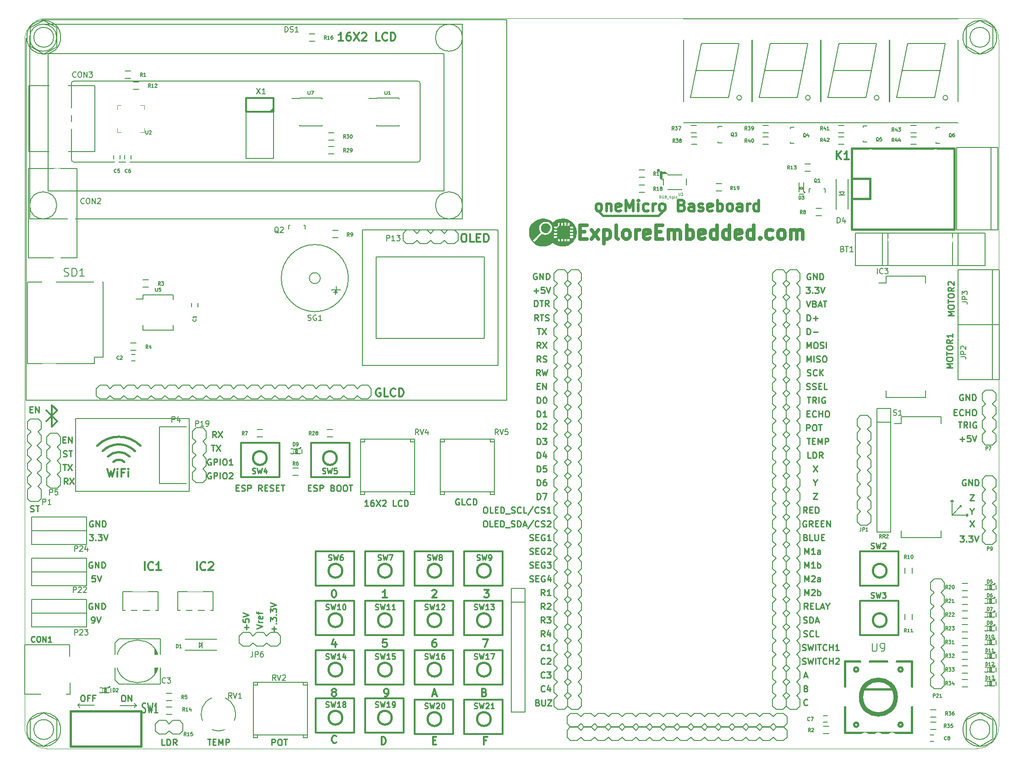
<source format=gbr>
G04 #@! TF.FileFunction,Legend,Top*
%FSLAX46Y46*%
G04 Gerber Fmt 4.6, Leading zero omitted, Abs format (unit mm)*
G04 Created by KiCad (PCBNEW 4.0.4-stable) date 12/15/16 19:51:19*
%MOMM*%
%LPD*%
G01*
G04 APERTURE LIST*
%ADD10C,0.100000*%
%ADD11C,0.200000*%
%ADD12C,0.285750*%
%ADD13C,0.400000*%
%ADD14C,0.508000*%
%ADD15C,0.300000*%
%ADD16C,0.349250*%
%ADD17C,0.635000*%
%ADD18C,0.375000*%
%ADD19C,0.150000*%
%ADD20C,0.381000*%
%ADD21C,0.200660*%
%ADD22C,0.050800*%
%ADD23C,0.304800*%
%ADD24C,0.002540*%
%ADD25C,0.269240*%
%ADD26C,0.254000*%
%ADD27C,0.158750*%
%ADD28C,0.203200*%
%ADD29R,0.950000X0.850000*%
%ADD30C,2.499360*%
%ADD31O,1.800000X2.600000*%
%ADD32C,3.000000*%
%ADD33O,1.727200X2.032000*%
%ADD34C,1.524000*%
%ADD35C,3.500000*%
%ADD36O,2.032000X1.727200*%
%ADD37R,2.032000X1.727200*%
%ADD38R,1.727200X1.727200*%
%ADD39O,1.727200X1.727200*%
%ADD40C,1.501140*%
%ADD41C,2.999740*%
%ADD42C,2.032000*%
%ADD43O,2.032000X2.032000*%
%ADD44R,3.500120X2.400300*%
%ADD45R,2.300000X2.300000*%
%ADD46C,2.500000*%
%ADD47O,1.651000X4.000000*%
%ADD48O,1.524000X2.524000*%
%ADD49R,0.750000X1.200000*%
%ADD50C,4.800600*%
%ADD51R,4.800600X4.800600*%
%ADD52R,1.800000X1.800000*%
%ADD53R,0.797560X0.797560*%
%ADD54R,1.000760X2.499360*%
%ADD55R,2.999740X2.499360*%
%ADD56O,2.300000X1.600000*%
%ADD57R,2.540000X2.540000*%
%ADD58C,2.540000*%
%ADD59C,3.200000*%
%ADD60R,1.200000X0.900000*%
%ADD61R,0.900000X1.200000*%
%ADD62R,1.500000X0.700000*%
%ADD63R,1.500000X1.500000*%
%ADD64R,2.500000X2.000000*%
%ADD65C,1.600000*%
%ADD66C,2.000000*%
%ADD67R,1.000760X0.231140*%
%ADD68R,0.231140X1.000760*%
%ADD69R,1.501140X1.501140*%
%ADD70C,0.299720*%
%ADD71C,1.397000*%
%ADD72R,3.000000X5.000000*%
%ADD73R,1.200000X0.750000*%
%ADD74R,1.397000X1.397000*%
%ADD75O,1.501140X1.998980*%
%ADD76C,3.500120*%
%ADD77R,1.550000X0.600000*%
%ADD78R,1.200000X0.400000*%
%ADD79R,0.800100X0.800100*%
%ADD80R,1.800860X2.500000*%
G04 APERTURE END LIST*
D10*
X215556500Y-163166000D02*
X43556500Y-163166000D01*
D11*
X42608500Y-115316000D02*
X41973500Y-114681000D01*
X42608500Y-116967000D02*
X42608500Y-115316000D01*
X42100500Y-117475000D02*
X42608500Y-116967000D01*
X41846500Y-117475000D02*
X42100500Y-117475000D01*
X40576500Y-117475000D02*
X41846500Y-117475000D01*
X40068500Y-116967000D02*
X40576500Y-117475000D01*
X40068500Y-115316000D02*
X40068500Y-116967000D01*
X40703500Y-114681000D02*
X40068500Y-115316000D01*
X40576500Y-102235000D02*
X40068500Y-102743000D01*
X42100500Y-102235000D02*
X40576500Y-102235000D01*
X42608500Y-102743000D02*
X42100500Y-102235000D01*
X42608500Y-104013000D02*
X42608500Y-102743000D01*
X41973500Y-104648000D02*
X42608500Y-104013000D01*
X42608500Y-105283000D02*
X41973500Y-104648000D01*
X42608500Y-106426000D02*
X42608500Y-105283000D01*
X41846500Y-107188000D02*
X42608500Y-106426000D01*
X42608500Y-107950000D02*
X41846500Y-107188000D01*
X42608500Y-108966000D02*
X42608500Y-107950000D01*
X41846500Y-109728000D02*
X42608500Y-108966000D01*
X42608500Y-110490000D02*
X41846500Y-109728000D01*
X42608500Y-111506000D02*
X42608500Y-110490000D01*
X42481500Y-111633000D02*
X42608500Y-111506000D01*
X41846500Y-112268000D02*
X42481500Y-111633000D01*
X42608500Y-113030000D02*
X41846500Y-112268000D01*
X42608500Y-114046000D02*
X42608500Y-113030000D01*
X41973500Y-114681000D02*
X42608500Y-114046000D01*
X40068500Y-114046000D02*
X40703500Y-114681000D01*
X40068500Y-113919000D02*
X40068500Y-114046000D01*
X40068500Y-113030000D02*
X40068500Y-113919000D01*
X40830500Y-112268000D02*
X40068500Y-113030000D01*
X40068500Y-111506000D02*
X40830500Y-112268000D01*
X40068500Y-110490000D02*
X40068500Y-111506000D01*
X40830500Y-109728000D02*
X40068500Y-110490000D01*
X40068500Y-108966000D02*
X40830500Y-109728000D01*
X40068500Y-107950000D02*
X40068500Y-108966000D01*
X40830500Y-107188000D02*
X40068500Y-107950000D01*
X40068500Y-106426000D02*
X40830500Y-107188000D01*
X40068500Y-105283000D02*
X40068500Y-106426000D01*
X40703500Y-104648000D02*
X40068500Y-105283000D01*
X40068500Y-104013000D02*
X40703500Y-104648000D01*
X40068500Y-102743000D02*
X40068500Y-104013000D01*
X40830500Y-138176000D02*
X50990500Y-138176000D01*
X40830500Y-135636000D02*
X40830500Y-135763000D01*
X50990500Y-135636000D02*
X40830500Y-135636000D01*
X50990500Y-140716000D02*
X50990500Y-135636000D01*
X40830500Y-140716000D02*
X50990500Y-140716000D01*
X40830500Y-140589000D02*
X40830500Y-140716000D01*
X40830500Y-135763000D02*
X40830500Y-140589000D01*
X40830500Y-130556000D02*
X50990500Y-130556000D01*
X40830500Y-128016000D02*
X40830500Y-128143000D01*
X50990500Y-128016000D02*
X40830500Y-128016000D01*
X50990500Y-133096000D02*
X50990500Y-128016000D01*
X40830500Y-133096000D02*
X50990500Y-133096000D01*
X40830500Y-128016000D02*
X40830500Y-133096000D01*
X40830500Y-122936000D02*
X50990500Y-122936000D01*
X40830500Y-120396000D02*
X40830500Y-120777000D01*
X50990500Y-120396000D02*
X40830500Y-120396000D01*
X50990500Y-125476000D02*
X50990500Y-120396000D01*
X40830500Y-125476000D02*
X50990500Y-125476000D01*
X40830500Y-120650000D02*
X40830500Y-125476000D01*
D12*
X50155929Y-153298071D02*
X50373643Y-153298071D01*
X50482501Y-153352500D01*
X50591358Y-153461357D01*
X50645786Y-153679071D01*
X50645786Y-154060071D01*
X50591358Y-154277786D01*
X50482501Y-154386643D01*
X50373643Y-154441071D01*
X50155929Y-154441071D01*
X50047072Y-154386643D01*
X49938215Y-154277786D01*
X49883786Y-154060071D01*
X49883786Y-153679071D01*
X49938215Y-153461357D01*
X50047072Y-153352500D01*
X50155929Y-153298071D01*
X51516644Y-153842357D02*
X51135644Y-153842357D01*
X51135644Y-154441071D02*
X51135644Y-153298071D01*
X51679930Y-153298071D01*
X52496358Y-153842357D02*
X52115358Y-153842357D01*
X52115358Y-154441071D02*
X52115358Y-153298071D01*
X52659644Y-153298071D01*
X57648928Y-153298071D02*
X57866642Y-153298071D01*
X57975500Y-153352500D01*
X58084357Y-153461357D01*
X58138785Y-153679071D01*
X58138785Y-154060071D01*
X58084357Y-154277786D01*
X57975500Y-154386643D01*
X57866642Y-154441071D01*
X57648928Y-154441071D01*
X57540071Y-154386643D01*
X57431214Y-154277786D01*
X57376785Y-154060071D01*
X57376785Y-153679071D01*
X57431214Y-153461357D01*
X57540071Y-153352500D01*
X57648928Y-153298071D01*
X58628643Y-154441071D02*
X58628643Y-153298071D01*
X59281786Y-154441071D01*
X59281786Y-153298071D01*
D11*
X57156382Y-155242092D02*
X60204382Y-155242092D01*
X60204382Y-155242092D02*
X59823381Y-154861092D01*
X60204382Y-155242092D02*
X59823382Y-155623093D01*
X49339500Y-155194000D02*
X49720500Y-154813000D01*
X49339500Y-155194000D02*
X49720500Y-155575000D01*
X52387500Y-155194000D02*
X49339500Y-155194000D01*
X97091500Y-77724000D02*
X97091500Y-78994000D01*
X96202500Y-78359000D02*
X97853500Y-78359000D01*
D12*
X40576500Y-119334643D02*
X40739786Y-119389071D01*
X41011929Y-119389071D01*
X41120786Y-119334643D01*
X41175215Y-119280214D01*
X41229643Y-119171357D01*
X41229643Y-119062500D01*
X41175215Y-118953643D01*
X41120786Y-118899214D01*
X41011929Y-118844786D01*
X40794215Y-118790357D01*
X40685357Y-118735929D01*
X40630929Y-118681500D01*
X40576500Y-118572643D01*
X40576500Y-118463786D01*
X40630929Y-118354929D01*
X40685357Y-118300500D01*
X40794215Y-118246071D01*
X41066357Y-118246071D01*
X41229643Y-118300500D01*
X41556214Y-118246071D02*
X42209357Y-118246071D01*
X41882786Y-119389071D02*
X41882786Y-118246071D01*
X40494857Y-100502357D02*
X40875857Y-100502357D01*
X41039143Y-101101071D02*
X40494857Y-101101071D01*
X40494857Y-99958071D01*
X41039143Y-99958071D01*
X41529000Y-101101071D02*
X41529000Y-99958071D01*
X42182143Y-101101071D01*
X42182143Y-99958071D01*
X212371215Y-123834071D02*
X213078786Y-123834071D01*
X212697786Y-124269500D01*
X212861072Y-124269500D01*
X212969929Y-124323929D01*
X213024358Y-124378357D01*
X213078786Y-124487214D01*
X213078786Y-124759357D01*
X213024358Y-124868214D01*
X212969929Y-124922643D01*
X212861072Y-124977071D01*
X212534500Y-124977071D01*
X212425643Y-124922643D01*
X212371215Y-124868214D01*
X213568643Y-124868214D02*
X213623071Y-124922643D01*
X213568643Y-124977071D01*
X213514214Y-124922643D01*
X213568643Y-124868214D01*
X213568643Y-124977071D01*
X214004072Y-123834071D02*
X214711643Y-123834071D01*
X214330643Y-124269500D01*
X214493929Y-124269500D01*
X214602786Y-124323929D01*
X214657215Y-124378357D01*
X214711643Y-124487214D01*
X214711643Y-124759357D01*
X214657215Y-124868214D01*
X214602786Y-124922643D01*
X214493929Y-124977071D01*
X214167357Y-124977071D01*
X214058500Y-124922643D01*
X214004072Y-124868214D01*
X215038214Y-123834071D02*
X215419214Y-124977071D01*
X215800214Y-123834071D01*
X214185501Y-116214071D02*
X214947501Y-116214071D01*
X214185501Y-117357071D01*
X214947501Y-117357071D01*
X214566500Y-119352786D02*
X214566500Y-119897071D01*
X214185500Y-118754071D02*
X214566500Y-119352786D01*
X214947500Y-118754071D01*
X214185501Y-121040071D02*
X214947501Y-122183071D01*
X214947501Y-121040071D02*
X214185501Y-122183071D01*
X213441643Y-113474500D02*
X213332786Y-113420071D01*
X213169500Y-113420071D01*
X213006215Y-113474500D01*
X212897357Y-113583357D01*
X212842929Y-113692214D01*
X212788500Y-113909929D01*
X212788500Y-114073214D01*
X212842929Y-114290929D01*
X212897357Y-114399786D01*
X213006215Y-114508643D01*
X213169500Y-114563071D01*
X213278357Y-114563071D01*
X213441643Y-114508643D01*
X213496072Y-114454214D01*
X213496072Y-114073214D01*
X213278357Y-114073214D01*
X213985929Y-114563071D02*
X213985929Y-113420071D01*
X214639072Y-114563071D01*
X214639072Y-113420071D01*
X215183358Y-114563071D02*
X215183358Y-113420071D01*
X215455501Y-113420071D01*
X215618786Y-113474500D01*
X215727644Y-113583357D01*
X215782072Y-113692214D01*
X215836501Y-113909929D01*
X215836501Y-114073214D01*
X215782072Y-114290929D01*
X215727644Y-114399786D01*
X215618786Y-114508643D01*
X215455501Y-114563071D01*
X215183358Y-114563071D01*
X212334929Y-105999643D02*
X213205786Y-105999643D01*
X212770357Y-106435071D02*
X212770357Y-105564214D01*
X214294358Y-105292071D02*
X213750072Y-105292071D01*
X213695643Y-105836357D01*
X213750072Y-105781929D01*
X213858929Y-105727500D01*
X214131072Y-105727500D01*
X214239929Y-105781929D01*
X214294358Y-105836357D01*
X214348786Y-105945214D01*
X214348786Y-106217357D01*
X214294358Y-106326214D01*
X214239929Y-106380643D01*
X214131072Y-106435071D01*
X213858929Y-106435071D01*
X213750072Y-106380643D01*
X213695643Y-106326214D01*
X214675357Y-105292071D02*
X215056357Y-106435071D01*
X215437357Y-105292071D01*
X212933643Y-97726500D02*
X212824786Y-97672071D01*
X212661500Y-97672071D01*
X212498215Y-97726500D01*
X212389357Y-97835357D01*
X212334929Y-97944214D01*
X212280500Y-98161929D01*
X212280500Y-98325214D01*
X212334929Y-98542929D01*
X212389357Y-98651786D01*
X212498215Y-98760643D01*
X212661500Y-98815071D01*
X212770357Y-98815071D01*
X212933643Y-98760643D01*
X212988072Y-98706214D01*
X212988072Y-98325214D01*
X212770357Y-98325214D01*
X213477929Y-98815071D02*
X213477929Y-97672071D01*
X214131072Y-98815071D01*
X214131072Y-97672071D01*
X214675358Y-98815071D02*
X214675358Y-97672071D01*
X214947501Y-97672071D01*
X215110786Y-97726500D01*
X215219644Y-97835357D01*
X215274072Y-97944214D01*
X215328501Y-98161929D01*
X215328501Y-98325214D01*
X215274072Y-98542929D01*
X215219644Y-98651786D01*
X215110786Y-98760643D01*
X214947501Y-98815071D01*
X214675358Y-98815071D01*
X211282643Y-101010357D02*
X211663643Y-101010357D01*
X211826929Y-101609071D02*
X211282643Y-101609071D01*
X211282643Y-100466071D01*
X211826929Y-100466071D01*
X212969929Y-101500214D02*
X212915500Y-101554643D01*
X212752214Y-101609071D01*
X212643357Y-101609071D01*
X212480072Y-101554643D01*
X212371214Y-101445786D01*
X212316786Y-101336929D01*
X212262357Y-101119214D01*
X212262357Y-100955929D01*
X212316786Y-100738214D01*
X212371214Y-100629357D01*
X212480072Y-100520500D01*
X212643357Y-100466071D01*
X212752214Y-100466071D01*
X212915500Y-100520500D01*
X212969929Y-100574929D01*
X213459786Y-101609071D02*
X213459786Y-100466071D01*
X213459786Y-101010357D02*
X214112929Y-101010357D01*
X214112929Y-101609071D02*
X214112929Y-100466071D01*
X214874929Y-100466071D02*
X215092643Y-100466071D01*
X215201501Y-100520500D01*
X215310358Y-100629357D01*
X215364786Y-100847071D01*
X215364786Y-101228071D01*
X215310358Y-101445786D01*
X215201501Y-101554643D01*
X215092643Y-101609071D01*
X214874929Y-101609071D01*
X214766072Y-101554643D01*
X214657215Y-101445786D01*
X214602786Y-101228071D01*
X214602786Y-100847071D01*
X214657215Y-100629357D01*
X214766072Y-100520500D01*
X214874929Y-100466071D01*
X212062786Y-102752071D02*
X212715929Y-102752071D01*
X212389358Y-103895071D02*
X212389358Y-102752071D01*
X213750072Y-103895071D02*
X213369072Y-103350786D01*
X213096929Y-103895071D02*
X213096929Y-102752071D01*
X213532357Y-102752071D01*
X213641215Y-102806500D01*
X213695643Y-102860929D01*
X213750072Y-102969786D01*
X213750072Y-103133071D01*
X213695643Y-103241929D01*
X213641215Y-103296357D01*
X213532357Y-103350786D01*
X213096929Y-103350786D01*
X214239929Y-103895071D02*
X214239929Y-102752071D01*
X215382929Y-102806500D02*
X215274072Y-102752071D01*
X215110786Y-102752071D01*
X214947501Y-102806500D01*
X214838643Y-102915357D01*
X214784215Y-103024214D01*
X214729786Y-103241929D01*
X214729786Y-103405214D01*
X214784215Y-103622929D01*
X214838643Y-103731786D01*
X214947501Y-103840643D01*
X215110786Y-103895071D01*
X215219643Y-103895071D01*
X215382929Y-103840643D01*
X215437358Y-103786214D01*
X215437358Y-103405214D01*
X215219643Y-103405214D01*
D13*
X156654500Y-64643000D02*
X157416500Y-63881000D01*
X146621500Y-64643000D02*
X156654500Y-64643000D01*
X145605500Y-63881000D02*
X146367500Y-64643000D01*
D14*
X145502692Y-63784238D02*
X145309168Y-63687476D01*
X145212407Y-63590714D01*
X145115645Y-63397190D01*
X145115645Y-62816619D01*
X145212407Y-62623095D01*
X145309168Y-62526333D01*
X145502692Y-62429571D01*
X145792978Y-62429571D01*
X145986502Y-62526333D01*
X146083264Y-62623095D01*
X146180026Y-62816619D01*
X146180026Y-63397190D01*
X146083264Y-63590714D01*
X145986502Y-63687476D01*
X145792978Y-63784238D01*
X145502692Y-63784238D01*
X147050883Y-62429571D02*
X147050883Y-63784238D01*
X147050883Y-62623095D02*
X147147644Y-62526333D01*
X147341168Y-62429571D01*
X147631454Y-62429571D01*
X147824978Y-62526333D01*
X147921740Y-62719857D01*
X147921740Y-63784238D01*
X149663454Y-63687476D02*
X149469930Y-63784238D01*
X149082882Y-63784238D01*
X148889359Y-63687476D01*
X148792597Y-63493952D01*
X148792597Y-62719857D01*
X148889359Y-62526333D01*
X149082882Y-62429571D01*
X149469930Y-62429571D01*
X149663454Y-62526333D01*
X149760216Y-62719857D01*
X149760216Y-62913381D01*
X148792597Y-63106905D01*
X150631073Y-63784238D02*
X150631073Y-61752238D01*
X151308406Y-63203667D01*
X151985739Y-61752238D01*
X151985739Y-63784238D01*
X152953359Y-63784238D02*
X152953359Y-62429571D01*
X152953359Y-61752238D02*
X152856597Y-61849000D01*
X152953359Y-61945762D01*
X153050120Y-61849000D01*
X152953359Y-61752238D01*
X152953359Y-61945762D01*
X154791835Y-63687476D02*
X154598311Y-63784238D01*
X154211263Y-63784238D01*
X154017739Y-63687476D01*
X153920978Y-63590714D01*
X153824216Y-63397190D01*
X153824216Y-62816619D01*
X153920978Y-62623095D01*
X154017739Y-62526333D01*
X154211263Y-62429571D01*
X154598311Y-62429571D01*
X154791835Y-62526333D01*
X155662692Y-63784238D02*
X155662692Y-62429571D01*
X155662692Y-62816619D02*
X155759453Y-62623095D01*
X155856215Y-62526333D01*
X156049739Y-62429571D01*
X156243263Y-62429571D01*
X157210882Y-63784238D02*
X157017358Y-63687476D01*
X156920597Y-63590714D01*
X156823835Y-63397190D01*
X156823835Y-62816619D01*
X156920597Y-62623095D01*
X157017358Y-62526333D01*
X157210882Y-62429571D01*
X157501168Y-62429571D01*
X157694692Y-62526333D01*
X157791454Y-62623095D01*
X157888216Y-62816619D01*
X157888216Y-63397190D01*
X157791454Y-63590714D01*
X157694692Y-63687476D01*
X157501168Y-63784238D01*
X157210882Y-63784238D01*
X160984596Y-62719857D02*
X161274882Y-62816619D01*
X161371643Y-62913381D01*
X161468405Y-63106905D01*
X161468405Y-63397190D01*
X161371643Y-63590714D01*
X161274882Y-63687476D01*
X161081358Y-63784238D01*
X160307263Y-63784238D01*
X160307263Y-61752238D01*
X160984596Y-61752238D01*
X161178120Y-61849000D01*
X161274882Y-61945762D01*
X161371643Y-62139286D01*
X161371643Y-62332810D01*
X161274882Y-62526333D01*
X161178120Y-62623095D01*
X160984596Y-62719857D01*
X160307263Y-62719857D01*
X163210120Y-63784238D02*
X163210120Y-62719857D01*
X163113358Y-62526333D01*
X162919834Y-62429571D01*
X162532786Y-62429571D01*
X162339263Y-62526333D01*
X163210120Y-63687476D02*
X163016596Y-63784238D01*
X162532786Y-63784238D01*
X162339263Y-63687476D01*
X162242501Y-63493952D01*
X162242501Y-63300429D01*
X162339263Y-63106905D01*
X162532786Y-63010143D01*
X163016596Y-63010143D01*
X163210120Y-62913381D01*
X164080977Y-63687476D02*
X164274500Y-63784238D01*
X164661548Y-63784238D01*
X164855072Y-63687476D01*
X164951834Y-63493952D01*
X164951834Y-63397190D01*
X164855072Y-63203667D01*
X164661548Y-63106905D01*
X164371262Y-63106905D01*
X164177739Y-63010143D01*
X164080977Y-62816619D01*
X164080977Y-62719857D01*
X164177739Y-62526333D01*
X164371262Y-62429571D01*
X164661548Y-62429571D01*
X164855072Y-62526333D01*
X166596786Y-63687476D02*
X166403262Y-63784238D01*
X166016214Y-63784238D01*
X165822691Y-63687476D01*
X165725929Y-63493952D01*
X165725929Y-62719857D01*
X165822691Y-62526333D01*
X166016214Y-62429571D01*
X166403262Y-62429571D01*
X166596786Y-62526333D01*
X166693548Y-62719857D01*
X166693548Y-62913381D01*
X165725929Y-63106905D01*
X167564405Y-63784238D02*
X167564405Y-61752238D01*
X167564405Y-62526333D02*
X167757928Y-62429571D01*
X168144976Y-62429571D01*
X168338500Y-62526333D01*
X168435262Y-62623095D01*
X168532024Y-62816619D01*
X168532024Y-63397190D01*
X168435262Y-63590714D01*
X168338500Y-63687476D01*
X168144976Y-63784238D01*
X167757928Y-63784238D01*
X167564405Y-63687476D01*
X169693166Y-63784238D02*
X169499642Y-63687476D01*
X169402881Y-63590714D01*
X169306119Y-63397190D01*
X169306119Y-62816619D01*
X169402881Y-62623095D01*
X169499642Y-62526333D01*
X169693166Y-62429571D01*
X169983452Y-62429571D01*
X170176976Y-62526333D01*
X170273738Y-62623095D01*
X170370500Y-62816619D01*
X170370500Y-63397190D01*
X170273738Y-63590714D01*
X170176976Y-63687476D01*
X169983452Y-63784238D01*
X169693166Y-63784238D01*
X172112214Y-63784238D02*
X172112214Y-62719857D01*
X172015452Y-62526333D01*
X171821928Y-62429571D01*
X171434880Y-62429571D01*
X171241357Y-62526333D01*
X172112214Y-63687476D02*
X171918690Y-63784238D01*
X171434880Y-63784238D01*
X171241357Y-63687476D01*
X171144595Y-63493952D01*
X171144595Y-63300429D01*
X171241357Y-63106905D01*
X171434880Y-63010143D01*
X171918690Y-63010143D01*
X172112214Y-62913381D01*
X173079833Y-63784238D02*
X173079833Y-62429571D01*
X173079833Y-62816619D02*
X173176594Y-62623095D01*
X173273356Y-62526333D01*
X173466880Y-62429571D01*
X173660404Y-62429571D01*
X175208595Y-63784238D02*
X175208595Y-61752238D01*
X175208595Y-63687476D02*
X175015071Y-63784238D01*
X174628023Y-63784238D01*
X174434499Y-63687476D01*
X174337738Y-63590714D01*
X174240976Y-63397190D01*
X174240976Y-62816619D01*
X174337738Y-62623095D01*
X174434499Y-62526333D01*
X174628023Y-62429571D01*
X175015071Y-62429571D01*
X175208595Y-62526333D01*
D15*
X98413644Y-32301571D02*
X97556501Y-32301571D01*
X97985073Y-32301571D02*
X97985073Y-30801571D01*
X97842216Y-31015857D01*
X97699358Y-31158714D01*
X97556501Y-31230143D01*
X99699358Y-30801571D02*
X99413644Y-30801571D01*
X99270787Y-30873000D01*
X99199358Y-30944429D01*
X99056501Y-31158714D01*
X98985072Y-31444429D01*
X98985072Y-32015857D01*
X99056501Y-32158714D01*
X99127929Y-32230143D01*
X99270787Y-32301571D01*
X99556501Y-32301571D01*
X99699358Y-32230143D01*
X99770787Y-32158714D01*
X99842215Y-32015857D01*
X99842215Y-31658714D01*
X99770787Y-31515857D01*
X99699358Y-31444429D01*
X99556501Y-31373000D01*
X99270787Y-31373000D01*
X99127929Y-31444429D01*
X99056501Y-31515857D01*
X98985072Y-31658714D01*
X100342215Y-30801571D02*
X101342215Y-32301571D01*
X101342215Y-30801571D02*
X100342215Y-32301571D01*
X101842214Y-30944429D02*
X101913643Y-30873000D01*
X102056500Y-30801571D01*
X102413643Y-30801571D01*
X102556500Y-30873000D01*
X102627929Y-30944429D01*
X102699357Y-31087286D01*
X102699357Y-31230143D01*
X102627929Y-31444429D01*
X101770786Y-32301571D01*
X102699357Y-32301571D01*
X105199357Y-32301571D02*
X104485071Y-32301571D01*
X104485071Y-30801571D01*
X106556500Y-32158714D02*
X106485071Y-32230143D01*
X106270785Y-32301571D01*
X106127928Y-32301571D01*
X105913643Y-32230143D01*
X105770785Y-32087286D01*
X105699357Y-31944429D01*
X105627928Y-31658714D01*
X105627928Y-31444429D01*
X105699357Y-31158714D01*
X105770785Y-31015857D01*
X105913643Y-30873000D01*
X106127928Y-30801571D01*
X106270785Y-30801571D01*
X106485071Y-30873000D01*
X106556500Y-30944429D01*
X107199357Y-32301571D02*
X107199357Y-30801571D01*
X107556500Y-30801571D01*
X107770785Y-30873000D01*
X107913643Y-31015857D01*
X107985071Y-31158714D01*
X108056500Y-31444429D01*
X108056500Y-31658714D01*
X107985071Y-31944429D01*
X107913643Y-32087286D01*
X107770785Y-32230143D01*
X107556500Y-32301571D01*
X107199357Y-32301571D01*
X120566928Y-68012571D02*
X120852642Y-68012571D01*
X120995500Y-68084000D01*
X121138357Y-68226857D01*
X121209785Y-68512571D01*
X121209785Y-69012571D01*
X121138357Y-69298286D01*
X120995500Y-69441143D01*
X120852642Y-69512571D01*
X120566928Y-69512571D01*
X120424071Y-69441143D01*
X120281214Y-69298286D01*
X120209785Y-69012571D01*
X120209785Y-68512571D01*
X120281214Y-68226857D01*
X120424071Y-68084000D01*
X120566928Y-68012571D01*
X122566929Y-69512571D02*
X121852643Y-69512571D01*
X121852643Y-68012571D01*
X123066929Y-68726857D02*
X123566929Y-68726857D01*
X123781215Y-69512571D02*
X123066929Y-69512571D01*
X123066929Y-68012571D01*
X123781215Y-68012571D01*
X124424072Y-69512571D02*
X124424072Y-68012571D01*
X124781215Y-68012571D01*
X124995500Y-68084000D01*
X125138358Y-68226857D01*
X125209786Y-68369714D01*
X125281215Y-68655429D01*
X125281215Y-68869714D01*
X125209786Y-69155429D01*
X125138358Y-69298286D01*
X124995500Y-69441143D01*
X124781215Y-69512571D01*
X124424072Y-69512571D01*
X105283214Y-96659000D02*
X105140357Y-96587571D01*
X104926071Y-96587571D01*
X104711786Y-96659000D01*
X104568928Y-96801857D01*
X104497500Y-96944714D01*
X104426071Y-97230429D01*
X104426071Y-97444714D01*
X104497500Y-97730429D01*
X104568928Y-97873286D01*
X104711786Y-98016143D01*
X104926071Y-98087571D01*
X105068928Y-98087571D01*
X105283214Y-98016143D01*
X105354643Y-97944714D01*
X105354643Y-97444714D01*
X105068928Y-97444714D01*
X106711786Y-98087571D02*
X105997500Y-98087571D01*
X105997500Y-96587571D01*
X108068929Y-97944714D02*
X107997500Y-98016143D01*
X107783214Y-98087571D01*
X107640357Y-98087571D01*
X107426072Y-98016143D01*
X107283214Y-97873286D01*
X107211786Y-97730429D01*
X107140357Y-97444714D01*
X107140357Y-97230429D01*
X107211786Y-96944714D01*
X107283214Y-96801857D01*
X107426072Y-96659000D01*
X107640357Y-96587571D01*
X107783214Y-96587571D01*
X107997500Y-96659000D01*
X108068929Y-96730429D01*
X108711786Y-98087571D02*
X108711786Y-96587571D01*
X109068929Y-96587571D01*
X109283214Y-96659000D01*
X109426072Y-96801857D01*
X109497500Y-96944714D01*
X109568929Y-97230429D01*
X109568929Y-97444714D01*
X109497500Y-97730429D01*
X109426072Y-97873286D01*
X109283214Y-98016143D01*
X109068929Y-98087571D01*
X108711786Y-98087571D01*
D10*
X39556500Y-159166000D02*
X39556500Y-32166000D01*
X219556500Y-32166000D02*
X219556500Y-159166000D01*
X43556500Y-28166000D02*
X215556500Y-28166000D01*
X39556500Y-159166000D02*
G75*
G03X43556500Y-163166000I4000000J0D01*
G01*
X215556500Y-163166000D02*
G75*
G03X219556500Y-159166000I0J4000000D01*
G01*
X219556500Y-32166000D02*
G75*
G03X215556500Y-28166000I-4000000J0D01*
G01*
X43556500Y-28166000D02*
G75*
G03X39556500Y-32166000I0J-4000000D01*
G01*
D16*
X124850072Y-161698214D02*
X124384405Y-161698214D01*
X124384405Y-162429976D02*
X124384405Y-161032976D01*
X125049643Y-161032976D01*
X114953143Y-161698214D02*
X115418810Y-161698214D01*
X115618381Y-162429976D02*
X114953143Y-162429976D01*
X114953143Y-161032976D01*
X115618381Y-161032976D01*
X105488619Y-162429976D02*
X105488619Y-161032976D01*
X105821238Y-161032976D01*
X106020810Y-161099500D01*
X106153857Y-161232548D01*
X106220381Y-161365595D01*
X106286905Y-161631690D01*
X106286905Y-161831262D01*
X106220381Y-162097357D01*
X106153857Y-162230405D01*
X106020810Y-162363452D01*
X105821238Y-162429976D01*
X105488619Y-162429976D01*
X97142905Y-162042929D02*
X97076381Y-162109452D01*
X96876810Y-162175976D01*
X96743762Y-162175976D01*
X96544190Y-162109452D01*
X96411143Y-161976405D01*
X96344619Y-161843357D01*
X96278095Y-161577262D01*
X96278095Y-161377690D01*
X96344619Y-161111595D01*
X96411143Y-160978548D01*
X96544190Y-160845500D01*
X96743762Y-160778976D01*
X96876810Y-160778976D01*
X97076381Y-160845500D01*
X97142905Y-160912024D01*
X124496286Y-152808214D02*
X124695857Y-152874738D01*
X124762381Y-152941262D01*
X124828905Y-153074310D01*
X124828905Y-153273881D01*
X124762381Y-153406929D01*
X124695857Y-153473452D01*
X124562810Y-153539976D01*
X124030619Y-153539976D01*
X124030619Y-152142976D01*
X124496286Y-152142976D01*
X124629333Y-152209500D01*
X124695857Y-152276024D01*
X124762381Y-152409071D01*
X124762381Y-152542119D01*
X124695857Y-152675167D01*
X124629333Y-152741690D01*
X124496286Y-152808214D01*
X124030619Y-152808214D01*
X114919881Y-153140833D02*
X115585119Y-153140833D01*
X114786834Y-153539976D02*
X115252500Y-152142976D01*
X115718167Y-153539976D01*
X106096405Y-153539976D02*
X106362500Y-153539976D01*
X106495548Y-153473452D01*
X106562072Y-153406929D01*
X106695119Y-153207357D01*
X106761643Y-152941262D01*
X106761643Y-152409071D01*
X106695119Y-152276024D01*
X106628595Y-152209500D01*
X106495548Y-152142976D01*
X106229452Y-152142976D01*
X106096405Y-152209500D01*
X106029881Y-152276024D01*
X105963357Y-152409071D01*
X105963357Y-152741690D01*
X106029881Y-152874738D01*
X106096405Y-152941262D01*
X106229452Y-153007786D01*
X106495548Y-153007786D01*
X106628595Y-152941262D01*
X106695119Y-152874738D01*
X106761643Y-152741690D01*
X96577452Y-152741690D02*
X96444405Y-152675167D01*
X96377881Y-152608643D01*
X96311357Y-152475595D01*
X96311357Y-152409071D01*
X96377881Y-152276024D01*
X96444405Y-152209500D01*
X96577452Y-152142976D01*
X96843548Y-152142976D01*
X96976595Y-152209500D01*
X97043119Y-152276024D01*
X97109643Y-152409071D01*
X97109643Y-152475595D01*
X97043119Y-152608643D01*
X96976595Y-152675167D01*
X96843548Y-152741690D01*
X96577452Y-152741690D01*
X96444405Y-152808214D01*
X96377881Y-152874738D01*
X96311357Y-153007786D01*
X96311357Y-153273881D01*
X96377881Y-153406929D01*
X96444405Y-153473452D01*
X96577452Y-153539976D01*
X96843548Y-153539976D01*
X96976595Y-153473452D01*
X97043119Y-153406929D01*
X97109643Y-153273881D01*
X97109643Y-153007786D01*
X97043119Y-152874738D01*
X96976595Y-152808214D01*
X96843548Y-152741690D01*
X124184833Y-142998976D02*
X125116167Y-142998976D01*
X124517452Y-144395976D01*
X115518595Y-142998976D02*
X115252500Y-142998976D01*
X115119452Y-143065500D01*
X115052929Y-143132024D01*
X114919881Y-143331595D01*
X114853357Y-143597690D01*
X114853357Y-144129881D01*
X114919881Y-144262929D01*
X114986405Y-144329452D01*
X115119452Y-144395976D01*
X115385548Y-144395976D01*
X115518595Y-144329452D01*
X115585119Y-144262929D01*
X115651643Y-144129881D01*
X115651643Y-143797262D01*
X115585119Y-143664214D01*
X115518595Y-143597690D01*
X115385548Y-143531167D01*
X115119452Y-143531167D01*
X114986405Y-143597690D01*
X114919881Y-143664214D01*
X114853357Y-143797262D01*
X106441119Y-142998976D02*
X105775881Y-142998976D01*
X105709357Y-143664214D01*
X105775881Y-143597690D01*
X105908929Y-143531167D01*
X106241548Y-143531167D01*
X106374595Y-143597690D01*
X106441119Y-143664214D01*
X106507643Y-143797262D01*
X106507643Y-144129881D01*
X106441119Y-144262929D01*
X106374595Y-144329452D01*
X106241548Y-144395976D01*
X105908929Y-144395976D01*
X105775881Y-144329452D01*
X105709357Y-144262929D01*
X96976595Y-143464643D02*
X96976595Y-144395976D01*
X96643976Y-142932452D02*
X96311357Y-143930310D01*
X97176167Y-143930310D01*
X124438833Y-133854976D02*
X125303643Y-133854976D01*
X124837976Y-134387167D01*
X125037548Y-134387167D01*
X125170595Y-134453690D01*
X125237119Y-134520214D01*
X125303643Y-134653262D01*
X125303643Y-134985881D01*
X125237119Y-135118929D01*
X125170595Y-135185452D01*
X125037548Y-135251976D01*
X124638405Y-135251976D01*
X124505357Y-135185452D01*
X124438833Y-135118929D01*
X114853357Y-133988024D02*
X114919881Y-133921500D01*
X115052929Y-133854976D01*
X115385548Y-133854976D01*
X115518595Y-133921500D01*
X115585119Y-133988024D01*
X115651643Y-134121071D01*
X115651643Y-134254119D01*
X115585119Y-134453690D01*
X114786833Y-135251976D01*
X115651643Y-135251976D01*
X106507643Y-135251976D02*
X105709357Y-135251976D01*
X106108500Y-135251976D02*
X106108500Y-133854976D01*
X105975452Y-134054548D01*
X105842405Y-134187595D01*
X105709357Y-134254119D01*
X96643976Y-133854976D02*
X96777024Y-133854976D01*
X96910072Y-133921500D01*
X96976595Y-133988024D01*
X97043119Y-134121071D01*
X97109643Y-134387167D01*
X97109643Y-134719786D01*
X97043119Y-134985881D01*
X96976595Y-135118929D01*
X96910072Y-135185452D01*
X96777024Y-135251976D01*
X96643976Y-135251976D01*
X96510929Y-135185452D01*
X96444405Y-135118929D01*
X96377881Y-134985881D01*
X96311357Y-134719786D01*
X96311357Y-134387167D01*
X96377881Y-134121071D01*
X96444405Y-133988024D01*
X96510929Y-133921500D01*
X96643976Y-133854976D01*
D17*
X142188596Y-67636571D02*
X143035263Y-67636571D01*
X143398120Y-68967048D02*
X142188596Y-68967048D01*
X142188596Y-66427048D01*
X143398120Y-66427048D01*
X144244786Y-68967048D02*
X145575262Y-67273714D01*
X144244786Y-67273714D02*
X145575262Y-68967048D01*
X146542881Y-67273714D02*
X146542881Y-69813714D01*
X146542881Y-67394667D02*
X146784786Y-67273714D01*
X147268595Y-67273714D01*
X147510500Y-67394667D01*
X147631452Y-67515619D01*
X147752405Y-67757524D01*
X147752405Y-68483238D01*
X147631452Y-68725143D01*
X147510500Y-68846095D01*
X147268595Y-68967048D01*
X146784786Y-68967048D01*
X146542881Y-68846095D01*
X149203833Y-68967048D02*
X148961928Y-68846095D01*
X148840976Y-68604190D01*
X148840976Y-66427048D01*
X150534309Y-68967048D02*
X150292404Y-68846095D01*
X150171452Y-68725143D01*
X150050500Y-68483238D01*
X150050500Y-67757524D01*
X150171452Y-67515619D01*
X150292404Y-67394667D01*
X150534309Y-67273714D01*
X150897166Y-67273714D01*
X151139071Y-67394667D01*
X151260023Y-67515619D01*
X151380976Y-67757524D01*
X151380976Y-68483238D01*
X151260023Y-68725143D01*
X151139071Y-68846095D01*
X150897166Y-68967048D01*
X150534309Y-68967048D01*
X152469547Y-68967048D02*
X152469547Y-67273714D01*
X152469547Y-67757524D02*
X152590499Y-67515619D01*
X152711452Y-67394667D01*
X152953356Y-67273714D01*
X153195261Y-67273714D01*
X155009547Y-68846095D02*
X154767642Y-68967048D01*
X154283833Y-68967048D01*
X154041928Y-68846095D01*
X153920976Y-68604190D01*
X153920976Y-67636571D01*
X154041928Y-67394667D01*
X154283833Y-67273714D01*
X154767642Y-67273714D01*
X155009547Y-67394667D01*
X155130499Y-67636571D01*
X155130499Y-67878476D01*
X153920976Y-68120381D01*
X156219071Y-67636571D02*
X157065738Y-67636571D01*
X157428595Y-68967048D02*
X156219071Y-68967048D01*
X156219071Y-66427048D01*
X157428595Y-66427048D01*
X158517166Y-68967048D02*
X158517166Y-67273714D01*
X158517166Y-67515619D02*
X158638118Y-67394667D01*
X158880023Y-67273714D01*
X159242880Y-67273714D01*
X159484785Y-67394667D01*
X159605737Y-67636571D01*
X159605737Y-68967048D01*
X159605737Y-67636571D02*
X159726690Y-67394667D01*
X159968594Y-67273714D01*
X160331452Y-67273714D01*
X160573356Y-67394667D01*
X160694309Y-67636571D01*
X160694309Y-68967048D01*
X161903833Y-68967048D02*
X161903833Y-66427048D01*
X161903833Y-67394667D02*
X162145738Y-67273714D01*
X162629547Y-67273714D01*
X162871452Y-67394667D01*
X162992404Y-67515619D01*
X163113357Y-67757524D01*
X163113357Y-68483238D01*
X162992404Y-68725143D01*
X162871452Y-68846095D01*
X162629547Y-68967048D01*
X162145738Y-68967048D01*
X161903833Y-68846095D01*
X165169547Y-68846095D02*
X164927642Y-68967048D01*
X164443833Y-68967048D01*
X164201928Y-68846095D01*
X164080976Y-68604190D01*
X164080976Y-67636571D01*
X164201928Y-67394667D01*
X164443833Y-67273714D01*
X164927642Y-67273714D01*
X165169547Y-67394667D01*
X165290499Y-67636571D01*
X165290499Y-67878476D01*
X164080976Y-68120381D01*
X167467642Y-68967048D02*
X167467642Y-66427048D01*
X167467642Y-68846095D02*
X167225738Y-68967048D01*
X166741928Y-68967048D01*
X166500023Y-68846095D01*
X166379071Y-68725143D01*
X166258119Y-68483238D01*
X166258119Y-67757524D01*
X166379071Y-67515619D01*
X166500023Y-67394667D01*
X166741928Y-67273714D01*
X167225738Y-67273714D01*
X167467642Y-67394667D01*
X169765737Y-68967048D02*
X169765737Y-66427048D01*
X169765737Y-68846095D02*
X169523833Y-68967048D01*
X169040023Y-68967048D01*
X168798118Y-68846095D01*
X168677166Y-68725143D01*
X168556214Y-68483238D01*
X168556214Y-67757524D01*
X168677166Y-67515619D01*
X168798118Y-67394667D01*
X169040023Y-67273714D01*
X169523833Y-67273714D01*
X169765737Y-67394667D01*
X171942880Y-68846095D02*
X171700975Y-68967048D01*
X171217166Y-68967048D01*
X170975261Y-68846095D01*
X170854309Y-68604190D01*
X170854309Y-67636571D01*
X170975261Y-67394667D01*
X171217166Y-67273714D01*
X171700975Y-67273714D01*
X171942880Y-67394667D01*
X172063832Y-67636571D01*
X172063832Y-67878476D01*
X170854309Y-68120381D01*
X174240975Y-68967048D02*
X174240975Y-66427048D01*
X174240975Y-68846095D02*
X173999071Y-68967048D01*
X173515261Y-68967048D01*
X173273356Y-68846095D01*
X173152404Y-68725143D01*
X173031452Y-68483238D01*
X173031452Y-67757524D01*
X173152404Y-67515619D01*
X173273356Y-67394667D01*
X173515261Y-67273714D01*
X173999071Y-67273714D01*
X174240975Y-67394667D01*
X175450499Y-68725143D02*
X175571451Y-68846095D01*
X175450499Y-68967048D01*
X175329547Y-68846095D01*
X175450499Y-68725143D01*
X175450499Y-68967048D01*
X177748594Y-68846095D02*
X177506690Y-68967048D01*
X177022880Y-68967048D01*
X176780975Y-68846095D01*
X176660023Y-68725143D01*
X176539071Y-68483238D01*
X176539071Y-67757524D01*
X176660023Y-67515619D01*
X176780975Y-67394667D01*
X177022880Y-67273714D01*
X177506690Y-67273714D01*
X177748594Y-67394667D01*
X179200023Y-68967048D02*
X178958118Y-68846095D01*
X178837166Y-68725143D01*
X178716214Y-68483238D01*
X178716214Y-67757524D01*
X178837166Y-67515619D01*
X178958118Y-67394667D01*
X179200023Y-67273714D01*
X179562880Y-67273714D01*
X179804785Y-67394667D01*
X179925737Y-67515619D01*
X180046690Y-67757524D01*
X180046690Y-68483238D01*
X179925737Y-68725143D01*
X179804785Y-68846095D01*
X179562880Y-68967048D01*
X179200023Y-68967048D01*
X181135261Y-68967048D02*
X181135261Y-67273714D01*
X181135261Y-67515619D02*
X181256213Y-67394667D01*
X181498118Y-67273714D01*
X181860975Y-67273714D01*
X182102880Y-67394667D01*
X182223832Y-67636571D01*
X182223832Y-68967048D01*
X182223832Y-67636571D02*
X182344785Y-67394667D01*
X182586689Y-67273714D01*
X182949547Y-67273714D01*
X183191451Y-67394667D01*
X183312404Y-67636571D01*
X183312404Y-68967048D01*
D12*
X211273571Y-83139643D02*
X210130571Y-83139643D01*
X210947000Y-82758643D01*
X210130571Y-82377643D01*
X211273571Y-82377643D01*
X210130571Y-81615643D02*
X210130571Y-81397929D01*
X210185000Y-81289071D01*
X210293857Y-81180214D01*
X210511571Y-81125786D01*
X210892571Y-81125786D01*
X211110286Y-81180214D01*
X211219143Y-81289071D01*
X211273571Y-81397929D01*
X211273571Y-81615643D01*
X211219143Y-81724500D01*
X211110286Y-81833357D01*
X210892571Y-81887786D01*
X210511571Y-81887786D01*
X210293857Y-81833357D01*
X210185000Y-81724500D01*
X210130571Y-81615643D01*
X210130571Y-80799214D02*
X210130571Y-80146071D01*
X211273571Y-80472642D02*
X210130571Y-80472642D01*
X210130571Y-79547357D02*
X210130571Y-79329643D01*
X210185000Y-79220785D01*
X210293857Y-79111928D01*
X210511571Y-79057500D01*
X210892571Y-79057500D01*
X211110286Y-79111928D01*
X211219143Y-79220785D01*
X211273571Y-79329643D01*
X211273571Y-79547357D01*
X211219143Y-79656214D01*
X211110286Y-79765071D01*
X210892571Y-79819500D01*
X210511571Y-79819500D01*
X210293857Y-79765071D01*
X210185000Y-79656214D01*
X210130571Y-79547357D01*
X211273571Y-77914499D02*
X210729286Y-78295499D01*
X211273571Y-78567642D02*
X210130571Y-78567642D01*
X210130571Y-78132214D01*
X210185000Y-78023356D01*
X210239429Y-77968928D01*
X210348286Y-77914499D01*
X210511571Y-77914499D01*
X210620429Y-77968928D01*
X210674857Y-78023356D01*
X210729286Y-78132214D01*
X210729286Y-78567642D01*
X210239429Y-77479071D02*
X210185000Y-77424642D01*
X210130571Y-77315785D01*
X210130571Y-77043642D01*
X210185000Y-76934785D01*
X210239429Y-76880356D01*
X210348286Y-76825928D01*
X210457143Y-76825928D01*
X210620429Y-76880356D01*
X211273571Y-77533499D01*
X211273571Y-76825928D01*
X211019571Y-92791643D02*
X209876571Y-92791643D01*
X210693000Y-92410643D01*
X209876571Y-92029643D01*
X211019571Y-92029643D01*
X209876571Y-91267643D02*
X209876571Y-91049929D01*
X209931000Y-90941071D01*
X210039857Y-90832214D01*
X210257571Y-90777786D01*
X210638571Y-90777786D01*
X210856286Y-90832214D01*
X210965143Y-90941071D01*
X211019571Y-91049929D01*
X211019571Y-91267643D01*
X210965143Y-91376500D01*
X210856286Y-91485357D01*
X210638571Y-91539786D01*
X210257571Y-91539786D01*
X210039857Y-91485357D01*
X209931000Y-91376500D01*
X209876571Y-91267643D01*
X209876571Y-90451214D02*
X209876571Y-89798071D01*
X211019571Y-90124642D02*
X209876571Y-90124642D01*
X209876571Y-89199357D02*
X209876571Y-88981643D01*
X209931000Y-88872785D01*
X210039857Y-88763928D01*
X210257571Y-88709500D01*
X210638571Y-88709500D01*
X210856286Y-88763928D01*
X210965143Y-88872785D01*
X211019571Y-88981643D01*
X211019571Y-89199357D01*
X210965143Y-89308214D01*
X210856286Y-89417071D01*
X210638571Y-89471500D01*
X210257571Y-89471500D01*
X210039857Y-89417071D01*
X209931000Y-89308214D01*
X209876571Y-89199357D01*
X211019571Y-87566499D02*
X210475286Y-87947499D01*
X211019571Y-88219642D02*
X209876571Y-88219642D01*
X209876571Y-87784214D01*
X209931000Y-87675356D01*
X209985429Y-87620928D01*
X210094286Y-87566499D01*
X210257571Y-87566499D01*
X210366429Y-87620928D01*
X210420857Y-87675356D01*
X210475286Y-87784214D01*
X210475286Y-88219642D01*
X211019571Y-86477928D02*
X211019571Y-87131071D01*
X211019571Y-86804499D02*
X209876571Y-86804499D01*
X210039857Y-86913356D01*
X210148714Y-87022214D01*
X210203143Y-87131071D01*
X85616143Y-141496142D02*
X85616143Y-140625285D01*
X86051571Y-141060714D02*
X85180714Y-141060714D01*
X85942714Y-140080999D02*
X85997143Y-140026571D01*
X86051571Y-140080999D01*
X85997143Y-140135428D01*
X85942714Y-140080999D01*
X86051571Y-140080999D01*
X84908571Y-139645570D02*
X84908571Y-138937999D01*
X85344000Y-139318999D01*
X85344000Y-139155713D01*
X85398429Y-139046856D01*
X85452857Y-138992427D01*
X85561714Y-138937999D01*
X85833857Y-138937999D01*
X85942714Y-138992427D01*
X85997143Y-139046856D01*
X86051571Y-139155713D01*
X86051571Y-139482285D01*
X85997143Y-139591142D01*
X85942714Y-139645570D01*
X85942714Y-138448142D02*
X85997143Y-138393714D01*
X86051571Y-138448142D01*
X85997143Y-138502571D01*
X85942714Y-138448142D01*
X86051571Y-138448142D01*
X84908571Y-138012713D02*
X84908571Y-137305142D01*
X85344000Y-137686142D01*
X85344000Y-137522856D01*
X85398429Y-137413999D01*
X85452857Y-137359570D01*
X85561714Y-137305142D01*
X85833857Y-137305142D01*
X85942714Y-137359570D01*
X85997143Y-137413999D01*
X86051571Y-137522856D01*
X86051571Y-137849428D01*
X85997143Y-137958285D01*
X85942714Y-138012713D01*
X84908571Y-136978571D02*
X86051571Y-136597571D01*
X84908571Y-136216571D01*
X80536143Y-141169571D02*
X80536143Y-140298714D01*
X80971571Y-140734143D02*
X80100714Y-140734143D01*
X79828571Y-139210142D02*
X79828571Y-139754428D01*
X80372857Y-139808857D01*
X80318429Y-139754428D01*
X80264000Y-139645571D01*
X80264000Y-139373428D01*
X80318429Y-139264571D01*
X80372857Y-139210142D01*
X80481714Y-139155714D01*
X80753857Y-139155714D01*
X80862714Y-139210142D01*
X80917143Y-139264571D01*
X80971571Y-139373428D01*
X80971571Y-139645571D01*
X80917143Y-139754428D01*
X80862714Y-139808857D01*
X79828571Y-138829143D02*
X80971571Y-138448143D01*
X79828571Y-138067143D01*
X82368571Y-140997214D02*
X83511571Y-140616214D01*
X82368571Y-140235214D01*
X83511571Y-139854214D02*
X82749571Y-139854214D01*
X82967286Y-139854214D02*
X82858429Y-139799786D01*
X82804000Y-139745357D01*
X82749571Y-139636500D01*
X82749571Y-139527643D01*
X83457143Y-138711215D02*
X83511571Y-138820072D01*
X83511571Y-139037786D01*
X83457143Y-139146643D01*
X83348286Y-139201072D01*
X82912857Y-139201072D01*
X82804000Y-139146643D01*
X82749571Y-139037786D01*
X82749571Y-138820072D01*
X82804000Y-138711215D01*
X82912857Y-138656786D01*
X83021714Y-138656786D01*
X83130571Y-139201072D01*
X82749571Y-138330215D02*
X82749571Y-137894786D01*
X83511571Y-138166929D02*
X82531857Y-138166929D01*
X82423000Y-138112501D01*
X82368571Y-138003643D01*
X82368571Y-137894786D01*
X65441286Y-162569071D02*
X64897000Y-162569071D01*
X64897000Y-161426071D01*
X65822286Y-162569071D02*
X65822286Y-161426071D01*
X66094429Y-161426071D01*
X66257714Y-161480500D01*
X66366572Y-161589357D01*
X66421000Y-161698214D01*
X66475429Y-161915929D01*
X66475429Y-162079214D01*
X66421000Y-162296929D01*
X66366572Y-162405786D01*
X66257714Y-162514643D01*
X66094429Y-162569071D01*
X65822286Y-162569071D01*
X67618429Y-162569071D02*
X67237429Y-162024786D01*
X66965286Y-162569071D02*
X66965286Y-161426071D01*
X67400714Y-161426071D01*
X67509572Y-161480500D01*
X67564000Y-161534929D01*
X67618429Y-161643786D01*
X67618429Y-161807071D01*
X67564000Y-161915929D01*
X67509572Y-161970357D01*
X67400714Y-162024786D01*
X66965286Y-162024786D01*
X73306214Y-161426071D02*
X73959357Y-161426071D01*
X73632786Y-162569071D02*
X73632786Y-161426071D01*
X74340357Y-161970357D02*
X74721357Y-161970357D01*
X74884643Y-162569071D02*
X74340357Y-162569071D01*
X74340357Y-161426071D01*
X74884643Y-161426071D01*
X75374500Y-162569071D02*
X75374500Y-161426071D01*
X75755500Y-162242500D01*
X76136500Y-161426071D01*
X76136500Y-162569071D01*
X76680786Y-162569071D02*
X76680786Y-161426071D01*
X77116214Y-161426071D01*
X77225072Y-161480500D01*
X77279500Y-161534929D01*
X77333929Y-161643786D01*
X77333929Y-161807071D01*
X77279500Y-161915929D01*
X77225072Y-161970357D01*
X77116214Y-162024786D01*
X76680786Y-162024786D01*
X85217000Y-162569071D02*
X85217000Y-161426071D01*
X85652428Y-161426071D01*
X85761286Y-161480500D01*
X85815714Y-161534929D01*
X85870143Y-161643786D01*
X85870143Y-161807071D01*
X85815714Y-161915929D01*
X85761286Y-161970357D01*
X85652428Y-162024786D01*
X85217000Y-162024786D01*
X86577714Y-161426071D02*
X86795428Y-161426071D01*
X86904286Y-161480500D01*
X87013143Y-161589357D01*
X87067571Y-161807071D01*
X87067571Y-162188071D01*
X87013143Y-162405786D01*
X86904286Y-162514643D01*
X86795428Y-162569071D01*
X86577714Y-162569071D01*
X86468857Y-162514643D01*
X86360000Y-162405786D01*
X86305571Y-162188071D01*
X86305571Y-161807071D01*
X86360000Y-161589357D01*
X86468857Y-161480500D01*
X86577714Y-161426071D01*
X87394143Y-161426071D02*
X88047286Y-161426071D01*
X87720715Y-162569071D02*
X87720715Y-161426071D01*
X73941214Y-112204500D02*
X73832357Y-112150071D01*
X73669071Y-112150071D01*
X73505786Y-112204500D01*
X73396928Y-112313357D01*
X73342500Y-112422214D01*
X73288071Y-112639929D01*
X73288071Y-112803214D01*
X73342500Y-113020929D01*
X73396928Y-113129786D01*
X73505786Y-113238643D01*
X73669071Y-113293071D01*
X73777928Y-113293071D01*
X73941214Y-113238643D01*
X73995643Y-113184214D01*
X73995643Y-112803214D01*
X73777928Y-112803214D01*
X74485500Y-113293071D02*
X74485500Y-112150071D01*
X74920928Y-112150071D01*
X75029786Y-112204500D01*
X75084214Y-112258929D01*
X75138643Y-112367786D01*
X75138643Y-112531071D01*
X75084214Y-112639929D01*
X75029786Y-112694357D01*
X74920928Y-112748786D01*
X74485500Y-112748786D01*
X75628500Y-113293071D02*
X75628500Y-112150071D01*
X76390500Y-112150071D02*
X76608214Y-112150071D01*
X76717072Y-112204500D01*
X76825929Y-112313357D01*
X76880357Y-112531071D01*
X76880357Y-112912071D01*
X76825929Y-113129786D01*
X76717072Y-113238643D01*
X76608214Y-113293071D01*
X76390500Y-113293071D01*
X76281643Y-113238643D01*
X76172786Y-113129786D01*
X76118357Y-112912071D01*
X76118357Y-112531071D01*
X76172786Y-112313357D01*
X76281643Y-112204500D01*
X76390500Y-112150071D01*
X77315786Y-112258929D02*
X77370215Y-112204500D01*
X77479072Y-112150071D01*
X77751215Y-112150071D01*
X77860072Y-112204500D01*
X77914501Y-112258929D01*
X77968929Y-112367786D01*
X77968929Y-112476643D01*
X77914501Y-112639929D01*
X77261358Y-113293071D01*
X77968929Y-113293071D01*
X73941214Y-109664500D02*
X73832357Y-109610071D01*
X73669071Y-109610071D01*
X73505786Y-109664500D01*
X73396928Y-109773357D01*
X73342500Y-109882214D01*
X73288071Y-110099929D01*
X73288071Y-110263214D01*
X73342500Y-110480929D01*
X73396928Y-110589786D01*
X73505786Y-110698643D01*
X73669071Y-110753071D01*
X73777928Y-110753071D01*
X73941214Y-110698643D01*
X73995643Y-110644214D01*
X73995643Y-110263214D01*
X73777928Y-110263214D01*
X74485500Y-110753071D02*
X74485500Y-109610071D01*
X74920928Y-109610071D01*
X75029786Y-109664500D01*
X75084214Y-109718929D01*
X75138643Y-109827786D01*
X75138643Y-109991071D01*
X75084214Y-110099929D01*
X75029786Y-110154357D01*
X74920928Y-110208786D01*
X74485500Y-110208786D01*
X75628500Y-110753071D02*
X75628500Y-109610071D01*
X76390500Y-109610071D02*
X76608214Y-109610071D01*
X76717072Y-109664500D01*
X76825929Y-109773357D01*
X76880357Y-109991071D01*
X76880357Y-110372071D01*
X76825929Y-110589786D01*
X76717072Y-110698643D01*
X76608214Y-110753071D01*
X76390500Y-110753071D01*
X76281643Y-110698643D01*
X76172786Y-110589786D01*
X76118357Y-110372071D01*
X76118357Y-109991071D01*
X76172786Y-109773357D01*
X76281643Y-109664500D01*
X76390500Y-109610071D01*
X77968929Y-110753071D02*
X77315786Y-110753071D01*
X77642358Y-110753071D02*
X77642358Y-109610071D01*
X77533501Y-109773357D01*
X77424643Y-109882214D01*
X77315786Y-109936643D01*
X73995643Y-107070071D02*
X74648786Y-107070071D01*
X74322215Y-108213071D02*
X74322215Y-107070071D01*
X74920929Y-107070071D02*
X75682929Y-108213071D01*
X75682929Y-107070071D02*
X74920929Y-108213071D01*
X74930001Y-105673071D02*
X74549001Y-105128786D01*
X74276858Y-105673071D02*
X74276858Y-104530071D01*
X74712286Y-104530071D01*
X74821144Y-104584500D01*
X74875572Y-104638929D01*
X74930001Y-104747786D01*
X74930001Y-104911071D01*
X74875572Y-105019929D01*
X74821144Y-105074357D01*
X74712286Y-105128786D01*
X74276858Y-105128786D01*
X75311001Y-104530071D02*
X76073001Y-105673071D01*
X76073001Y-104530071D02*
X75311001Y-105673071D01*
X47498001Y-114309071D02*
X47117001Y-113764786D01*
X46844858Y-114309071D02*
X46844858Y-113166071D01*
X47280286Y-113166071D01*
X47389144Y-113220500D01*
X47443572Y-113274929D01*
X47498001Y-113383786D01*
X47498001Y-113547071D01*
X47443572Y-113655929D01*
X47389144Y-113710357D01*
X47280286Y-113764786D01*
X46844858Y-113764786D01*
X47879001Y-113166071D02*
X48641001Y-114309071D01*
X48641001Y-113166071D02*
X47879001Y-114309071D01*
X46563643Y-110626071D02*
X47216786Y-110626071D01*
X46890215Y-111769071D02*
X46890215Y-110626071D01*
X47488929Y-110626071D02*
X48250929Y-111769071D01*
X48250929Y-110626071D02*
X47488929Y-111769071D01*
X46672500Y-109174643D02*
X46835786Y-109229071D01*
X47107929Y-109229071D01*
X47216786Y-109174643D01*
X47271215Y-109120214D01*
X47325643Y-109011357D01*
X47325643Y-108902500D01*
X47271215Y-108793643D01*
X47216786Y-108739214D01*
X47107929Y-108684786D01*
X46890215Y-108630357D01*
X46781357Y-108575929D01*
X46726929Y-108521500D01*
X46672500Y-108412643D01*
X46672500Y-108303786D01*
X46726929Y-108194929D01*
X46781357Y-108140500D01*
X46890215Y-108086071D01*
X47162357Y-108086071D01*
X47325643Y-108140500D01*
X47652214Y-108086071D02*
X48305357Y-108086071D01*
X47978786Y-109229071D02*
X47978786Y-108086071D01*
X46590857Y-106090357D02*
X46971857Y-106090357D01*
X47135143Y-106689071D02*
X46590857Y-106689071D01*
X46590857Y-105546071D01*
X47135143Y-105546071D01*
X47625000Y-106689071D02*
X47625000Y-105546071D01*
X48278143Y-106689071D01*
X48278143Y-105546071D01*
X91948000Y-114980357D02*
X92329000Y-114980357D01*
X92492286Y-115579071D02*
X91948000Y-115579071D01*
X91948000Y-114436071D01*
X92492286Y-114436071D01*
X92927714Y-115524643D02*
X93091000Y-115579071D01*
X93363143Y-115579071D01*
X93472000Y-115524643D01*
X93526429Y-115470214D01*
X93580857Y-115361357D01*
X93580857Y-115252500D01*
X93526429Y-115143643D01*
X93472000Y-115089214D01*
X93363143Y-115034786D01*
X93145429Y-114980357D01*
X93036571Y-114925929D01*
X92982143Y-114871500D01*
X92927714Y-114762643D01*
X92927714Y-114653786D01*
X92982143Y-114544929D01*
X93036571Y-114490500D01*
X93145429Y-114436071D01*
X93417571Y-114436071D01*
X93580857Y-114490500D01*
X94070714Y-115579071D02*
X94070714Y-114436071D01*
X94506142Y-114436071D01*
X94615000Y-114490500D01*
X94669428Y-114544929D01*
X94723857Y-114653786D01*
X94723857Y-114817071D01*
X94669428Y-114925929D01*
X94615000Y-114980357D01*
X94506142Y-115034786D01*
X94070714Y-115034786D01*
X96465571Y-114980357D02*
X96628857Y-115034786D01*
X96683285Y-115089214D01*
X96737714Y-115198071D01*
X96737714Y-115361357D01*
X96683285Y-115470214D01*
X96628857Y-115524643D01*
X96519999Y-115579071D01*
X96084571Y-115579071D01*
X96084571Y-114436071D01*
X96465571Y-114436071D01*
X96574428Y-114490500D01*
X96628857Y-114544929D01*
X96683285Y-114653786D01*
X96683285Y-114762643D01*
X96628857Y-114871500D01*
X96574428Y-114925929D01*
X96465571Y-114980357D01*
X96084571Y-114980357D01*
X97445285Y-114436071D02*
X97662999Y-114436071D01*
X97771857Y-114490500D01*
X97880714Y-114599357D01*
X97935142Y-114817071D01*
X97935142Y-115198071D01*
X97880714Y-115415786D01*
X97771857Y-115524643D01*
X97662999Y-115579071D01*
X97445285Y-115579071D01*
X97336428Y-115524643D01*
X97227571Y-115415786D01*
X97173142Y-115198071D01*
X97173142Y-114817071D01*
X97227571Y-114599357D01*
X97336428Y-114490500D01*
X97445285Y-114436071D01*
X98642714Y-114436071D02*
X98860428Y-114436071D01*
X98969286Y-114490500D01*
X99078143Y-114599357D01*
X99132571Y-114817071D01*
X99132571Y-115198071D01*
X99078143Y-115415786D01*
X98969286Y-115524643D01*
X98860428Y-115579071D01*
X98642714Y-115579071D01*
X98533857Y-115524643D01*
X98425000Y-115415786D01*
X98370571Y-115198071D01*
X98370571Y-114817071D01*
X98425000Y-114599357D01*
X98533857Y-114490500D01*
X98642714Y-114436071D01*
X99459143Y-114436071D02*
X100112286Y-114436071D01*
X99785715Y-115579071D02*
X99785715Y-114436071D01*
X78613001Y-114980357D02*
X78994001Y-114980357D01*
X79157287Y-115579071D02*
X78613001Y-115579071D01*
X78613001Y-114436071D01*
X79157287Y-114436071D01*
X79592715Y-115524643D02*
X79756001Y-115579071D01*
X80028144Y-115579071D01*
X80137001Y-115524643D01*
X80191430Y-115470214D01*
X80245858Y-115361357D01*
X80245858Y-115252500D01*
X80191430Y-115143643D01*
X80137001Y-115089214D01*
X80028144Y-115034786D01*
X79810430Y-114980357D01*
X79701572Y-114925929D01*
X79647144Y-114871500D01*
X79592715Y-114762643D01*
X79592715Y-114653786D01*
X79647144Y-114544929D01*
X79701572Y-114490500D01*
X79810430Y-114436071D01*
X80082572Y-114436071D01*
X80245858Y-114490500D01*
X80735715Y-115579071D02*
X80735715Y-114436071D01*
X81171143Y-114436071D01*
X81280001Y-114490500D01*
X81334429Y-114544929D01*
X81388858Y-114653786D01*
X81388858Y-114817071D01*
X81334429Y-114925929D01*
X81280001Y-114980357D01*
X81171143Y-115034786D01*
X80735715Y-115034786D01*
X83402715Y-115579071D02*
X83021715Y-115034786D01*
X82749572Y-115579071D02*
X82749572Y-114436071D01*
X83185000Y-114436071D01*
X83293858Y-114490500D01*
X83348286Y-114544929D01*
X83402715Y-114653786D01*
X83402715Y-114817071D01*
X83348286Y-114925929D01*
X83293858Y-114980357D01*
X83185000Y-115034786D01*
X82749572Y-115034786D01*
X83892572Y-114980357D02*
X84273572Y-114980357D01*
X84436858Y-115579071D02*
X83892572Y-115579071D01*
X83892572Y-114436071D01*
X84436858Y-114436071D01*
X84872286Y-115524643D02*
X85035572Y-115579071D01*
X85307715Y-115579071D01*
X85416572Y-115524643D01*
X85471001Y-115470214D01*
X85525429Y-115361357D01*
X85525429Y-115252500D01*
X85471001Y-115143643D01*
X85416572Y-115089214D01*
X85307715Y-115034786D01*
X85090001Y-114980357D01*
X84981143Y-114925929D01*
X84926715Y-114871500D01*
X84872286Y-114762643D01*
X84872286Y-114653786D01*
X84926715Y-114544929D01*
X84981143Y-114490500D01*
X85090001Y-114436071D01*
X85362143Y-114436071D01*
X85525429Y-114490500D01*
X86015286Y-114980357D02*
X86396286Y-114980357D01*
X86559572Y-115579071D02*
X86015286Y-115579071D01*
X86015286Y-114436071D01*
X86559572Y-114436071D01*
X86886143Y-114436071D02*
X87539286Y-114436071D01*
X87212715Y-115579071D02*
X87212715Y-114436071D01*
X119788214Y-117030500D02*
X119679357Y-116976071D01*
X119516071Y-116976071D01*
X119352786Y-117030500D01*
X119243928Y-117139357D01*
X119189500Y-117248214D01*
X119135071Y-117465929D01*
X119135071Y-117629214D01*
X119189500Y-117846929D01*
X119243928Y-117955786D01*
X119352786Y-118064643D01*
X119516071Y-118119071D01*
X119624928Y-118119071D01*
X119788214Y-118064643D01*
X119842643Y-118010214D01*
X119842643Y-117629214D01*
X119624928Y-117629214D01*
X120876786Y-118119071D02*
X120332500Y-118119071D01*
X120332500Y-116976071D01*
X121910929Y-118010214D02*
X121856500Y-118064643D01*
X121693214Y-118119071D01*
X121584357Y-118119071D01*
X121421072Y-118064643D01*
X121312214Y-117955786D01*
X121257786Y-117846929D01*
X121203357Y-117629214D01*
X121203357Y-117465929D01*
X121257786Y-117248214D01*
X121312214Y-117139357D01*
X121421072Y-117030500D01*
X121584357Y-116976071D01*
X121693214Y-116976071D01*
X121856500Y-117030500D01*
X121910929Y-117084929D01*
X122400786Y-118119071D02*
X122400786Y-116976071D01*
X122672929Y-116976071D01*
X122836214Y-117030500D01*
X122945072Y-117139357D01*
X122999500Y-117248214D01*
X123053929Y-117465929D01*
X123053929Y-117629214D01*
X122999500Y-117846929D01*
X122945072Y-117955786D01*
X122836214Y-118064643D01*
X122672929Y-118119071D01*
X122400786Y-118119071D01*
X103015144Y-118373071D02*
X102362001Y-118373071D01*
X102688573Y-118373071D02*
X102688573Y-117230071D01*
X102579716Y-117393357D01*
X102470858Y-117502214D01*
X102362001Y-117556643D01*
X103994858Y-117230071D02*
X103777144Y-117230071D01*
X103668287Y-117284500D01*
X103613858Y-117338929D01*
X103505001Y-117502214D01*
X103450572Y-117719929D01*
X103450572Y-118155357D01*
X103505001Y-118264214D01*
X103559429Y-118318643D01*
X103668287Y-118373071D01*
X103886001Y-118373071D01*
X103994858Y-118318643D01*
X104049287Y-118264214D01*
X104103715Y-118155357D01*
X104103715Y-117883214D01*
X104049287Y-117774357D01*
X103994858Y-117719929D01*
X103886001Y-117665500D01*
X103668287Y-117665500D01*
X103559429Y-117719929D01*
X103505001Y-117774357D01*
X103450572Y-117883214D01*
X104484715Y-117230071D02*
X105246715Y-118373071D01*
X105246715Y-117230071D02*
X104484715Y-118373071D01*
X105627714Y-117338929D02*
X105682143Y-117284500D01*
X105791000Y-117230071D01*
X106063143Y-117230071D01*
X106172000Y-117284500D01*
X106226429Y-117338929D01*
X106280857Y-117447786D01*
X106280857Y-117556643D01*
X106226429Y-117719929D01*
X105573286Y-118373071D01*
X106280857Y-118373071D01*
X108185857Y-118373071D02*
X107641571Y-118373071D01*
X107641571Y-117230071D01*
X109220000Y-118264214D02*
X109165571Y-118318643D01*
X109002285Y-118373071D01*
X108893428Y-118373071D01*
X108730143Y-118318643D01*
X108621285Y-118209786D01*
X108566857Y-118100929D01*
X108512428Y-117883214D01*
X108512428Y-117719929D01*
X108566857Y-117502214D01*
X108621285Y-117393357D01*
X108730143Y-117284500D01*
X108893428Y-117230071D01*
X109002285Y-117230071D01*
X109165571Y-117284500D01*
X109220000Y-117338929D01*
X109709857Y-118373071D02*
X109709857Y-117230071D01*
X109982000Y-117230071D01*
X110145285Y-117284500D01*
X110254143Y-117393357D01*
X110308571Y-117502214D01*
X110363000Y-117719929D01*
X110363000Y-117883214D01*
X110308571Y-118100929D01*
X110254143Y-118209786D01*
X110145285Y-118318643D01*
X109982000Y-118373071D01*
X109709857Y-118373071D01*
X183224714Y-147528643D02*
X183388000Y-147583071D01*
X183660143Y-147583071D01*
X183769000Y-147528643D01*
X183823429Y-147474214D01*
X183877857Y-147365357D01*
X183877857Y-147256500D01*
X183823429Y-147147643D01*
X183769000Y-147093214D01*
X183660143Y-147038786D01*
X183442429Y-146984357D01*
X183333571Y-146929929D01*
X183279143Y-146875500D01*
X183224714Y-146766643D01*
X183224714Y-146657786D01*
X183279143Y-146548929D01*
X183333571Y-146494500D01*
X183442429Y-146440071D01*
X183714571Y-146440071D01*
X183877857Y-146494500D01*
X184258857Y-146440071D02*
X184531000Y-147583071D01*
X184748714Y-146766643D01*
X184966428Y-147583071D01*
X185238571Y-146440071D01*
X185674000Y-147583071D02*
X185674000Y-146440071D01*
X186055000Y-146440071D02*
X186708143Y-146440071D01*
X186381572Y-147583071D02*
X186381572Y-146440071D01*
X187742286Y-147474214D02*
X187687857Y-147528643D01*
X187524571Y-147583071D01*
X187415714Y-147583071D01*
X187252429Y-147528643D01*
X187143571Y-147419786D01*
X187089143Y-147310929D01*
X187034714Y-147093214D01*
X187034714Y-146929929D01*
X187089143Y-146712214D01*
X187143571Y-146603357D01*
X187252429Y-146494500D01*
X187415714Y-146440071D01*
X187524571Y-146440071D01*
X187687857Y-146494500D01*
X187742286Y-146548929D01*
X188232143Y-147583071D02*
X188232143Y-146440071D01*
X188232143Y-146984357D02*
X188885286Y-146984357D01*
X188885286Y-147583071D02*
X188885286Y-146440071D01*
X189375143Y-146548929D02*
X189429572Y-146494500D01*
X189538429Y-146440071D01*
X189810572Y-146440071D01*
X189919429Y-146494500D01*
X189973858Y-146548929D01*
X190028286Y-146657786D01*
X190028286Y-146766643D01*
X189973858Y-146929929D01*
X189320715Y-147583071D01*
X190028286Y-147583071D01*
D15*
X45556500Y-100674000D02*
X43556500Y-102674000D01*
X44556500Y-99674000D02*
X45556500Y-100674000D01*
X44556500Y-101674000D02*
X43556500Y-100674000D01*
X45556500Y-102674000D02*
X44556500Y-101674000D01*
X44556500Y-103674000D02*
X45556500Y-102674000D01*
X44556500Y-99674000D02*
X44556500Y-103674000D01*
D12*
X51933929Y-139963071D02*
X52151644Y-139963071D01*
X52260501Y-139908643D01*
X52314929Y-139854214D01*
X52423787Y-139690929D01*
X52478215Y-139473214D01*
X52478215Y-139037786D01*
X52423787Y-138928929D01*
X52369358Y-138874500D01*
X52260501Y-138820071D01*
X52042787Y-138820071D01*
X51933929Y-138874500D01*
X51879501Y-138928929D01*
X51825072Y-139037786D01*
X51825072Y-139309929D01*
X51879501Y-139418786D01*
X51933929Y-139473214D01*
X52042787Y-139527643D01*
X52260501Y-139527643D01*
X52369358Y-139473214D01*
X52423787Y-139418786D01*
X52478215Y-139309929D01*
X52804786Y-138820071D02*
X53185786Y-139963071D01*
X53566786Y-138820071D01*
X51462215Y-123580071D02*
X52169786Y-123580071D01*
X51788786Y-124015500D01*
X51952072Y-124015500D01*
X52060929Y-124069929D01*
X52115358Y-124124357D01*
X52169786Y-124233214D01*
X52169786Y-124505357D01*
X52115358Y-124614214D01*
X52060929Y-124668643D01*
X51952072Y-124723071D01*
X51625500Y-124723071D01*
X51516643Y-124668643D01*
X51462215Y-124614214D01*
X52659643Y-124614214D02*
X52714071Y-124668643D01*
X52659643Y-124723071D01*
X52605214Y-124668643D01*
X52659643Y-124614214D01*
X52659643Y-124723071D01*
X53095072Y-123580071D02*
X53802643Y-123580071D01*
X53421643Y-124015500D01*
X53584929Y-124015500D01*
X53693786Y-124069929D01*
X53748215Y-124124357D01*
X53802643Y-124233214D01*
X53802643Y-124505357D01*
X53748215Y-124614214D01*
X53693786Y-124668643D01*
X53584929Y-124723071D01*
X53258357Y-124723071D01*
X53149500Y-124668643D01*
X53095072Y-124614214D01*
X54129214Y-123580071D02*
X54510214Y-124723071D01*
X54891214Y-123580071D01*
X52024643Y-136334500D02*
X51915786Y-136280071D01*
X51752500Y-136280071D01*
X51589215Y-136334500D01*
X51480357Y-136443357D01*
X51425929Y-136552214D01*
X51371500Y-136769929D01*
X51371500Y-136933214D01*
X51425929Y-137150929D01*
X51480357Y-137259786D01*
X51589215Y-137368643D01*
X51752500Y-137423071D01*
X51861357Y-137423071D01*
X52024643Y-137368643D01*
X52079072Y-137314214D01*
X52079072Y-136933214D01*
X51861357Y-136933214D01*
X52568929Y-137423071D02*
X52568929Y-136280071D01*
X53222072Y-137423071D01*
X53222072Y-136280071D01*
X53766358Y-137423071D02*
X53766358Y-136280071D01*
X54038501Y-136280071D01*
X54201786Y-136334500D01*
X54310644Y-136443357D01*
X54365072Y-136552214D01*
X54419501Y-136769929D01*
X54419501Y-136933214D01*
X54365072Y-137150929D01*
X54310644Y-137259786D01*
X54201786Y-137368643D01*
X54038501Y-137423071D01*
X53766358Y-137423071D01*
X52550787Y-131200071D02*
X52006501Y-131200071D01*
X51952072Y-131744357D01*
X52006501Y-131689929D01*
X52115358Y-131635500D01*
X52387501Y-131635500D01*
X52496358Y-131689929D01*
X52550787Y-131744357D01*
X52605215Y-131853214D01*
X52605215Y-132125357D01*
X52550787Y-132234214D01*
X52496358Y-132288643D01*
X52387501Y-132343071D01*
X52115358Y-132343071D01*
X52006501Y-132288643D01*
X51952072Y-132234214D01*
X52931786Y-131200071D02*
X53312786Y-132343071D01*
X53693786Y-131200071D01*
X52024643Y-128714500D02*
X51915786Y-128660071D01*
X51752500Y-128660071D01*
X51589215Y-128714500D01*
X51480357Y-128823357D01*
X51425929Y-128932214D01*
X51371500Y-129149929D01*
X51371500Y-129313214D01*
X51425929Y-129530929D01*
X51480357Y-129639786D01*
X51589215Y-129748643D01*
X51752500Y-129803071D01*
X51861357Y-129803071D01*
X52024643Y-129748643D01*
X52079072Y-129694214D01*
X52079072Y-129313214D01*
X51861357Y-129313214D01*
X52568929Y-129803071D02*
X52568929Y-128660071D01*
X53222072Y-129803071D01*
X53222072Y-128660071D01*
X53766358Y-129803071D02*
X53766358Y-128660071D01*
X54038501Y-128660071D01*
X54201786Y-128714500D01*
X54310644Y-128823357D01*
X54365072Y-128932214D01*
X54419501Y-129149929D01*
X54419501Y-129313214D01*
X54365072Y-129530929D01*
X54310644Y-129639786D01*
X54201786Y-129748643D01*
X54038501Y-129803071D01*
X53766358Y-129803071D01*
X52151643Y-121094500D02*
X52042786Y-121040071D01*
X51879500Y-121040071D01*
X51716215Y-121094500D01*
X51607357Y-121203357D01*
X51552929Y-121312214D01*
X51498500Y-121529929D01*
X51498500Y-121693214D01*
X51552929Y-121910929D01*
X51607357Y-122019786D01*
X51716215Y-122128643D01*
X51879500Y-122183071D01*
X51988357Y-122183071D01*
X52151643Y-122128643D01*
X52206072Y-122074214D01*
X52206072Y-121693214D01*
X51988357Y-121693214D01*
X52695929Y-122183071D02*
X52695929Y-121040071D01*
X53349072Y-122183071D01*
X53349072Y-121040071D01*
X53893358Y-122183071D02*
X53893358Y-121040071D01*
X54165501Y-121040071D01*
X54328786Y-121094500D01*
X54437644Y-121203357D01*
X54492072Y-121312214D01*
X54546501Y-121529929D01*
X54546501Y-121693214D01*
X54492072Y-121910929D01*
X54437644Y-122019786D01*
X54328786Y-122128643D01*
X54165501Y-122183071D01*
X53893358Y-122183071D01*
X184186286Y-155094214D02*
X184131857Y-155148643D01*
X183968571Y-155203071D01*
X183859714Y-155203071D01*
X183696429Y-155148643D01*
X183587571Y-155039786D01*
X183533143Y-154930929D01*
X183478714Y-154713214D01*
X183478714Y-154549929D01*
X183533143Y-154332214D01*
X183587571Y-154223357D01*
X183696429Y-154114500D01*
X183859714Y-154060071D01*
X183968571Y-154060071D01*
X184131857Y-154114500D01*
X184186286Y-154168929D01*
X183914143Y-152064357D02*
X184077429Y-152118786D01*
X184131857Y-152173214D01*
X184186286Y-152282071D01*
X184186286Y-152445357D01*
X184131857Y-152554214D01*
X184077429Y-152608643D01*
X183968571Y-152663071D01*
X183533143Y-152663071D01*
X183533143Y-151520071D01*
X183914143Y-151520071D01*
X184023000Y-151574500D01*
X184077429Y-151628929D01*
X184131857Y-151737786D01*
X184131857Y-151846643D01*
X184077429Y-151955500D01*
X184023000Y-152009929D01*
X183914143Y-152064357D01*
X183533143Y-152064357D01*
X183560357Y-149796500D02*
X184104643Y-149796500D01*
X183451500Y-150123071D02*
X183832500Y-148980071D01*
X184213500Y-150123071D01*
X183224714Y-144988643D02*
X183388000Y-145043071D01*
X183660143Y-145043071D01*
X183769000Y-144988643D01*
X183823429Y-144934214D01*
X183877857Y-144825357D01*
X183877857Y-144716500D01*
X183823429Y-144607643D01*
X183769000Y-144553214D01*
X183660143Y-144498786D01*
X183442429Y-144444357D01*
X183333571Y-144389929D01*
X183279143Y-144335500D01*
X183224714Y-144226643D01*
X183224714Y-144117786D01*
X183279143Y-144008929D01*
X183333571Y-143954500D01*
X183442429Y-143900071D01*
X183714571Y-143900071D01*
X183877857Y-143954500D01*
X184258857Y-143900071D02*
X184531000Y-145043071D01*
X184748714Y-144226643D01*
X184966428Y-145043071D01*
X185238571Y-143900071D01*
X185674000Y-145043071D02*
X185674000Y-143900071D01*
X186055000Y-143900071D02*
X186708143Y-143900071D01*
X186381572Y-145043071D02*
X186381572Y-143900071D01*
X187742286Y-144934214D02*
X187687857Y-144988643D01*
X187524571Y-145043071D01*
X187415714Y-145043071D01*
X187252429Y-144988643D01*
X187143571Y-144879786D01*
X187089143Y-144770929D01*
X187034714Y-144553214D01*
X187034714Y-144389929D01*
X187089143Y-144172214D01*
X187143571Y-144063357D01*
X187252429Y-143954500D01*
X187415714Y-143900071D01*
X187524571Y-143900071D01*
X187687857Y-143954500D01*
X187742286Y-144008929D01*
X188232143Y-145043071D02*
X188232143Y-143900071D01*
X188232143Y-144444357D02*
X188885286Y-144444357D01*
X188885286Y-145043071D02*
X188885286Y-143900071D01*
X190028286Y-145043071D02*
X189375143Y-145043071D01*
X189701715Y-145043071D02*
X189701715Y-143900071D01*
X189592858Y-144063357D01*
X189484000Y-144172214D01*
X189375143Y-144226643D01*
X183487786Y-142448643D02*
X183651072Y-142503071D01*
X183923215Y-142503071D01*
X184032072Y-142448643D01*
X184086501Y-142394214D01*
X184140929Y-142285357D01*
X184140929Y-142176500D01*
X184086501Y-142067643D01*
X184032072Y-142013214D01*
X183923215Y-141958786D01*
X183705501Y-141904357D01*
X183596643Y-141849929D01*
X183542215Y-141795500D01*
X183487786Y-141686643D01*
X183487786Y-141577786D01*
X183542215Y-141468929D01*
X183596643Y-141414500D01*
X183705501Y-141360071D01*
X183977643Y-141360071D01*
X184140929Y-141414500D01*
X185283929Y-142394214D02*
X185229500Y-142448643D01*
X185066214Y-142503071D01*
X184957357Y-142503071D01*
X184794072Y-142448643D01*
X184685214Y-142339786D01*
X184630786Y-142230929D01*
X184576357Y-142013214D01*
X184576357Y-141849929D01*
X184630786Y-141632214D01*
X184685214Y-141523357D01*
X184794072Y-141414500D01*
X184957357Y-141360071D01*
X185066214Y-141360071D01*
X185229500Y-141414500D01*
X185283929Y-141468929D01*
X186318072Y-142503071D02*
X185773786Y-142503071D01*
X185773786Y-141360071D01*
X183460572Y-139908643D02*
X183623858Y-139963071D01*
X183896001Y-139963071D01*
X184004858Y-139908643D01*
X184059287Y-139854214D01*
X184113715Y-139745357D01*
X184113715Y-139636500D01*
X184059287Y-139527643D01*
X184004858Y-139473214D01*
X183896001Y-139418786D01*
X183678287Y-139364357D01*
X183569429Y-139309929D01*
X183515001Y-139255500D01*
X183460572Y-139146643D01*
X183460572Y-139037786D01*
X183515001Y-138928929D01*
X183569429Y-138874500D01*
X183678287Y-138820071D01*
X183950429Y-138820071D01*
X184113715Y-138874500D01*
X184603572Y-139963071D02*
X184603572Y-138820071D01*
X184875715Y-138820071D01*
X185039000Y-138874500D01*
X185147858Y-138983357D01*
X185202286Y-139092214D01*
X185256715Y-139309929D01*
X185256715Y-139473214D01*
X185202286Y-139690929D01*
X185147858Y-139799786D01*
X185039000Y-139908643D01*
X184875715Y-139963071D01*
X184603572Y-139963071D01*
X185692143Y-139636500D02*
X186236429Y-139636500D01*
X185583286Y-139963071D02*
X185964286Y-138820071D01*
X186345286Y-139963071D01*
X184258858Y-137423071D02*
X183877858Y-136878786D01*
X183605715Y-137423071D02*
X183605715Y-136280071D01*
X184041143Y-136280071D01*
X184150001Y-136334500D01*
X184204429Y-136388929D01*
X184258858Y-136497786D01*
X184258858Y-136661071D01*
X184204429Y-136769929D01*
X184150001Y-136824357D01*
X184041143Y-136878786D01*
X183605715Y-136878786D01*
X184748715Y-136824357D02*
X185129715Y-136824357D01*
X185293001Y-137423071D02*
X184748715Y-137423071D01*
X184748715Y-136280071D01*
X185293001Y-136280071D01*
X186327144Y-137423071D02*
X185782858Y-137423071D01*
X185782858Y-136280071D01*
X186653715Y-137096500D02*
X187198001Y-137096500D01*
X186544858Y-137423071D02*
X186925858Y-136280071D01*
X187306858Y-137423071D01*
X187905572Y-136878786D02*
X187905572Y-137423071D01*
X187524572Y-136280071D02*
X187905572Y-136878786D01*
X188286572Y-136280071D01*
X183660143Y-134883071D02*
X183660143Y-133740071D01*
X184041143Y-134556500D01*
X184422143Y-133740071D01*
X184422143Y-134883071D01*
X184912000Y-133848929D02*
X184966429Y-133794500D01*
X185075286Y-133740071D01*
X185347429Y-133740071D01*
X185456286Y-133794500D01*
X185510715Y-133848929D01*
X185565143Y-133957786D01*
X185565143Y-134066643D01*
X185510715Y-134229929D01*
X184857572Y-134883071D01*
X185565143Y-134883071D01*
X186055000Y-134883071D02*
X186055000Y-133740071D01*
X186055000Y-134175500D02*
X186163857Y-134121071D01*
X186381571Y-134121071D01*
X186490428Y-134175500D01*
X186544857Y-134229929D01*
X186599286Y-134338786D01*
X186599286Y-134665357D01*
X186544857Y-134774214D01*
X186490428Y-134828643D01*
X186381571Y-134883071D01*
X186163857Y-134883071D01*
X186055000Y-134828643D01*
X183660143Y-132343071D02*
X183660143Y-131200071D01*
X184041143Y-132016500D01*
X184422143Y-131200071D01*
X184422143Y-132343071D01*
X184912000Y-131308929D02*
X184966429Y-131254500D01*
X185075286Y-131200071D01*
X185347429Y-131200071D01*
X185456286Y-131254500D01*
X185510715Y-131308929D01*
X185565143Y-131417786D01*
X185565143Y-131526643D01*
X185510715Y-131689929D01*
X184857572Y-132343071D01*
X185565143Y-132343071D01*
X186544857Y-132343071D02*
X186544857Y-131744357D01*
X186490428Y-131635500D01*
X186381571Y-131581071D01*
X186163857Y-131581071D01*
X186055000Y-131635500D01*
X186544857Y-132288643D02*
X186436000Y-132343071D01*
X186163857Y-132343071D01*
X186055000Y-132288643D01*
X186000571Y-132179786D01*
X186000571Y-132070929D01*
X186055000Y-131962071D01*
X186163857Y-131907643D01*
X186436000Y-131907643D01*
X186544857Y-131853214D01*
X183660143Y-129803071D02*
X183660143Y-128660071D01*
X184041143Y-129476500D01*
X184422143Y-128660071D01*
X184422143Y-129803071D01*
X185565143Y-129803071D02*
X184912000Y-129803071D01*
X185238572Y-129803071D02*
X185238572Y-128660071D01*
X185129715Y-128823357D01*
X185020857Y-128932214D01*
X184912000Y-128986643D01*
X186055000Y-129803071D02*
X186055000Y-128660071D01*
X186055000Y-129095500D02*
X186163857Y-129041071D01*
X186381571Y-129041071D01*
X186490428Y-129095500D01*
X186544857Y-129149929D01*
X186599286Y-129258786D01*
X186599286Y-129585357D01*
X186544857Y-129694214D01*
X186490428Y-129748643D01*
X186381571Y-129803071D01*
X186163857Y-129803071D01*
X186055000Y-129748643D01*
X183660143Y-127263071D02*
X183660143Y-126120071D01*
X184041143Y-126936500D01*
X184422143Y-126120071D01*
X184422143Y-127263071D01*
X185565143Y-127263071D02*
X184912000Y-127263071D01*
X185238572Y-127263071D02*
X185238572Y-126120071D01*
X185129715Y-126283357D01*
X185020857Y-126392214D01*
X184912000Y-126446643D01*
X186544857Y-127263071D02*
X186544857Y-126664357D01*
X186490428Y-126555500D01*
X186381571Y-126501071D01*
X186163857Y-126501071D01*
X186055000Y-126555500D01*
X186544857Y-127208643D02*
X186436000Y-127263071D01*
X186163857Y-127263071D01*
X186055000Y-127208643D01*
X186000571Y-127099786D01*
X186000571Y-126990929D01*
X186055000Y-126882071D01*
X186163857Y-126827643D01*
X186436000Y-126827643D01*
X186544857Y-126773214D01*
X183859714Y-124124357D02*
X184023000Y-124178786D01*
X184077428Y-124233214D01*
X184131857Y-124342071D01*
X184131857Y-124505357D01*
X184077428Y-124614214D01*
X184023000Y-124668643D01*
X183914142Y-124723071D01*
X183478714Y-124723071D01*
X183478714Y-123580071D01*
X183859714Y-123580071D01*
X183968571Y-123634500D01*
X184023000Y-123688929D01*
X184077428Y-123797786D01*
X184077428Y-123906643D01*
X184023000Y-124015500D01*
X183968571Y-124069929D01*
X183859714Y-124124357D01*
X183478714Y-124124357D01*
X185166000Y-124723071D02*
X184621714Y-124723071D01*
X184621714Y-123580071D01*
X185547000Y-123580071D02*
X185547000Y-124505357D01*
X185601428Y-124614214D01*
X185655857Y-124668643D01*
X185764714Y-124723071D01*
X185982428Y-124723071D01*
X186091286Y-124668643D01*
X186145714Y-124614214D01*
X186200143Y-124505357D01*
X186200143Y-123580071D01*
X186744429Y-124124357D02*
X187125429Y-124124357D01*
X187288715Y-124723071D02*
X186744429Y-124723071D01*
X186744429Y-123580071D01*
X187288715Y-123580071D01*
X183959500Y-121094500D02*
X183850643Y-121040071D01*
X183687357Y-121040071D01*
X183524072Y-121094500D01*
X183415214Y-121203357D01*
X183360786Y-121312214D01*
X183306357Y-121529929D01*
X183306357Y-121693214D01*
X183360786Y-121910929D01*
X183415214Y-122019786D01*
X183524072Y-122128643D01*
X183687357Y-122183071D01*
X183796214Y-122183071D01*
X183959500Y-122128643D01*
X184013929Y-122074214D01*
X184013929Y-121693214D01*
X183796214Y-121693214D01*
X185156929Y-122183071D02*
X184775929Y-121638786D01*
X184503786Y-122183071D02*
X184503786Y-121040071D01*
X184939214Y-121040071D01*
X185048072Y-121094500D01*
X185102500Y-121148929D01*
X185156929Y-121257786D01*
X185156929Y-121421071D01*
X185102500Y-121529929D01*
X185048072Y-121584357D01*
X184939214Y-121638786D01*
X184503786Y-121638786D01*
X185646786Y-121584357D02*
X186027786Y-121584357D01*
X186191072Y-122183071D02*
X185646786Y-122183071D01*
X185646786Y-121040071D01*
X186191072Y-121040071D01*
X186680929Y-121584357D02*
X187061929Y-121584357D01*
X187225215Y-122183071D02*
X186680929Y-122183071D01*
X186680929Y-121040071D01*
X187225215Y-121040071D01*
X187715072Y-122183071D02*
X187715072Y-121040071D01*
X188368215Y-122183071D01*
X188368215Y-121040071D01*
X184113715Y-119643071D02*
X183732715Y-119098786D01*
X183460572Y-119643071D02*
X183460572Y-118500071D01*
X183896000Y-118500071D01*
X184004858Y-118554500D01*
X184059286Y-118608929D01*
X184113715Y-118717786D01*
X184113715Y-118881071D01*
X184059286Y-118989929D01*
X184004858Y-119044357D01*
X183896000Y-119098786D01*
X183460572Y-119098786D01*
X184603572Y-119044357D02*
X184984572Y-119044357D01*
X185147858Y-119643071D02*
X184603572Y-119643071D01*
X184603572Y-118500071D01*
X185147858Y-118500071D01*
X185637715Y-119643071D02*
X185637715Y-118500071D01*
X185909858Y-118500071D01*
X186073143Y-118554500D01*
X186182001Y-118663357D01*
X186236429Y-118772214D01*
X186290858Y-118989929D01*
X186290858Y-119153214D01*
X186236429Y-119370929D01*
X186182001Y-119479786D01*
X186073143Y-119588643D01*
X185909858Y-119643071D01*
X185637715Y-119643071D01*
X185229501Y-115960071D02*
X185991501Y-115960071D01*
X185229501Y-117103071D01*
X185991501Y-117103071D01*
X185610500Y-114018786D02*
X185610500Y-114563071D01*
X185229500Y-113420071D02*
X185610500Y-114018786D01*
X185991500Y-113420071D01*
X185229501Y-110880071D02*
X185991501Y-112023071D01*
X185991501Y-110880071D02*
X185229501Y-112023071D01*
X184821286Y-109483071D02*
X184277000Y-109483071D01*
X184277000Y-108340071D01*
X185202286Y-109483071D02*
X185202286Y-108340071D01*
X185474429Y-108340071D01*
X185637714Y-108394500D01*
X185746572Y-108503357D01*
X185801000Y-108612214D01*
X185855429Y-108829929D01*
X185855429Y-108993214D01*
X185801000Y-109210929D01*
X185746572Y-109319786D01*
X185637714Y-109428643D01*
X185474429Y-109483071D01*
X185202286Y-109483071D01*
X186998429Y-109483071D02*
X186617429Y-108938786D01*
X186345286Y-109483071D02*
X186345286Y-108340071D01*
X186780714Y-108340071D01*
X186889572Y-108394500D01*
X186944000Y-108448929D01*
X186998429Y-108557786D01*
X186998429Y-108721071D01*
X186944000Y-108829929D01*
X186889572Y-108884357D01*
X186780714Y-108938786D01*
X186345286Y-108938786D01*
X184050214Y-105800071D02*
X184703357Y-105800071D01*
X184376786Y-106943071D02*
X184376786Y-105800071D01*
X185084357Y-106344357D02*
X185465357Y-106344357D01*
X185628643Y-106943071D02*
X185084357Y-106943071D01*
X185084357Y-105800071D01*
X185628643Y-105800071D01*
X186118500Y-106943071D02*
X186118500Y-105800071D01*
X186499500Y-106616500D01*
X186880500Y-105800071D01*
X186880500Y-106943071D01*
X187424786Y-106943071D02*
X187424786Y-105800071D01*
X187860214Y-105800071D01*
X187969072Y-105854500D01*
X188023500Y-105908929D01*
X188077929Y-106017786D01*
X188077929Y-106181071D01*
X188023500Y-106289929D01*
X187969072Y-106344357D01*
X187860214Y-106398786D01*
X187424786Y-106398786D01*
X184023000Y-104403071D02*
X184023000Y-103260071D01*
X184458428Y-103260071D01*
X184567286Y-103314500D01*
X184621714Y-103368929D01*
X184676143Y-103477786D01*
X184676143Y-103641071D01*
X184621714Y-103749929D01*
X184567286Y-103804357D01*
X184458428Y-103858786D01*
X184023000Y-103858786D01*
X185383714Y-103260071D02*
X185601428Y-103260071D01*
X185710286Y-103314500D01*
X185819143Y-103423357D01*
X185873571Y-103641071D01*
X185873571Y-104022071D01*
X185819143Y-104239786D01*
X185710286Y-104348643D01*
X185601428Y-104403071D01*
X185383714Y-104403071D01*
X185274857Y-104348643D01*
X185166000Y-104239786D01*
X185111571Y-104022071D01*
X185111571Y-103641071D01*
X185166000Y-103423357D01*
X185274857Y-103314500D01*
X185383714Y-103260071D01*
X186200143Y-103260071D02*
X186853286Y-103260071D01*
X186526715Y-104403071D02*
X186526715Y-103260071D01*
X184104643Y-101264357D02*
X184485643Y-101264357D01*
X184648929Y-101863071D02*
X184104643Y-101863071D01*
X184104643Y-100720071D01*
X184648929Y-100720071D01*
X185791929Y-101754214D02*
X185737500Y-101808643D01*
X185574214Y-101863071D01*
X185465357Y-101863071D01*
X185302072Y-101808643D01*
X185193214Y-101699786D01*
X185138786Y-101590929D01*
X185084357Y-101373214D01*
X185084357Y-101209929D01*
X185138786Y-100992214D01*
X185193214Y-100883357D01*
X185302072Y-100774500D01*
X185465357Y-100720071D01*
X185574214Y-100720071D01*
X185737500Y-100774500D01*
X185791929Y-100828929D01*
X186281786Y-101863071D02*
X186281786Y-100720071D01*
X186281786Y-101264357D02*
X186934929Y-101264357D01*
X186934929Y-101863071D02*
X186934929Y-100720071D01*
X187696929Y-100720071D02*
X187914643Y-100720071D01*
X188023501Y-100774500D01*
X188132358Y-100883357D01*
X188186786Y-101101071D01*
X188186786Y-101482071D01*
X188132358Y-101699786D01*
X188023501Y-101808643D01*
X187914643Y-101863071D01*
X187696929Y-101863071D01*
X187588072Y-101808643D01*
X187479215Y-101699786D01*
X187424786Y-101482071D01*
X187424786Y-101101071D01*
X187479215Y-100883357D01*
X187588072Y-100774500D01*
X187696929Y-100720071D01*
X184122786Y-98180071D02*
X184775929Y-98180071D01*
X184449358Y-99323071D02*
X184449358Y-98180071D01*
X185810072Y-99323071D02*
X185429072Y-98778786D01*
X185156929Y-99323071D02*
X185156929Y-98180071D01*
X185592357Y-98180071D01*
X185701215Y-98234500D01*
X185755643Y-98288929D01*
X185810072Y-98397786D01*
X185810072Y-98561071D01*
X185755643Y-98669929D01*
X185701215Y-98724357D01*
X185592357Y-98778786D01*
X185156929Y-98778786D01*
X186299929Y-99323071D02*
X186299929Y-98180071D01*
X187442929Y-98234500D02*
X187334072Y-98180071D01*
X187170786Y-98180071D01*
X187007501Y-98234500D01*
X186898643Y-98343357D01*
X186844215Y-98452214D01*
X186789786Y-98669929D01*
X186789786Y-98833214D01*
X186844215Y-99050929D01*
X186898643Y-99159786D01*
X187007501Y-99268643D01*
X187170786Y-99323071D01*
X187279643Y-99323071D01*
X187442929Y-99268643D01*
X187497358Y-99214214D01*
X187497358Y-98833214D01*
X187279643Y-98833214D01*
X184013929Y-96728643D02*
X184177215Y-96783071D01*
X184449358Y-96783071D01*
X184558215Y-96728643D01*
X184612644Y-96674214D01*
X184667072Y-96565357D01*
X184667072Y-96456500D01*
X184612644Y-96347643D01*
X184558215Y-96293214D01*
X184449358Y-96238786D01*
X184231644Y-96184357D01*
X184122786Y-96129929D01*
X184068358Y-96075500D01*
X184013929Y-95966643D01*
X184013929Y-95857786D01*
X184068358Y-95748929D01*
X184122786Y-95694500D01*
X184231644Y-95640071D01*
X184503786Y-95640071D01*
X184667072Y-95694500D01*
X185102500Y-96728643D02*
X185265786Y-96783071D01*
X185537929Y-96783071D01*
X185646786Y-96728643D01*
X185701215Y-96674214D01*
X185755643Y-96565357D01*
X185755643Y-96456500D01*
X185701215Y-96347643D01*
X185646786Y-96293214D01*
X185537929Y-96238786D01*
X185320215Y-96184357D01*
X185211357Y-96129929D01*
X185156929Y-96075500D01*
X185102500Y-95966643D01*
X185102500Y-95857786D01*
X185156929Y-95748929D01*
X185211357Y-95694500D01*
X185320215Y-95640071D01*
X185592357Y-95640071D01*
X185755643Y-95694500D01*
X186245500Y-96184357D02*
X186626500Y-96184357D01*
X186789786Y-96783071D02*
X186245500Y-96783071D01*
X186245500Y-95640071D01*
X186789786Y-95640071D01*
X187823929Y-96783071D02*
X187279643Y-96783071D01*
X187279643Y-95640071D01*
X184140929Y-94188643D02*
X184304215Y-94243071D01*
X184576358Y-94243071D01*
X184685215Y-94188643D01*
X184739644Y-94134214D01*
X184794072Y-94025357D01*
X184794072Y-93916500D01*
X184739644Y-93807643D01*
X184685215Y-93753214D01*
X184576358Y-93698786D01*
X184358644Y-93644357D01*
X184249786Y-93589929D01*
X184195358Y-93535500D01*
X184140929Y-93426643D01*
X184140929Y-93317786D01*
X184195358Y-93208929D01*
X184249786Y-93154500D01*
X184358644Y-93100071D01*
X184630786Y-93100071D01*
X184794072Y-93154500D01*
X185937072Y-94134214D02*
X185882643Y-94188643D01*
X185719357Y-94243071D01*
X185610500Y-94243071D01*
X185447215Y-94188643D01*
X185338357Y-94079786D01*
X185283929Y-93970929D01*
X185229500Y-93753214D01*
X185229500Y-93589929D01*
X185283929Y-93372214D01*
X185338357Y-93263357D01*
X185447215Y-93154500D01*
X185610500Y-93100071D01*
X185719357Y-93100071D01*
X185882643Y-93154500D01*
X185937072Y-93208929D01*
X186426929Y-94243071D02*
X186426929Y-93100071D01*
X187080072Y-94243071D02*
X186590215Y-93589929D01*
X187080072Y-93100071D02*
X186426929Y-93753214D01*
X184095572Y-86623071D02*
X184095572Y-85480071D01*
X184367715Y-85480071D01*
X184531000Y-85534500D01*
X184639858Y-85643357D01*
X184694286Y-85752214D01*
X184748715Y-85969929D01*
X184748715Y-86133214D01*
X184694286Y-86350929D01*
X184639858Y-86459786D01*
X184531000Y-86568643D01*
X184367715Y-86623071D01*
X184095572Y-86623071D01*
X185238572Y-86187643D02*
X186109429Y-86187643D01*
X184068357Y-91703071D02*
X184068357Y-90560071D01*
X184449357Y-91376500D01*
X184830357Y-90560071D01*
X184830357Y-91703071D01*
X185374643Y-91703071D02*
X185374643Y-90560071D01*
X185864500Y-91648643D02*
X186027786Y-91703071D01*
X186299929Y-91703071D01*
X186408786Y-91648643D01*
X186463215Y-91594214D01*
X186517643Y-91485357D01*
X186517643Y-91376500D01*
X186463215Y-91267643D01*
X186408786Y-91213214D01*
X186299929Y-91158786D01*
X186082215Y-91104357D01*
X185973357Y-91049929D01*
X185918929Y-90995500D01*
X185864500Y-90886643D01*
X185864500Y-90777786D01*
X185918929Y-90668929D01*
X185973357Y-90614500D01*
X186082215Y-90560071D01*
X186354357Y-90560071D01*
X186517643Y-90614500D01*
X187225214Y-90560071D02*
X187442928Y-90560071D01*
X187551786Y-90614500D01*
X187660643Y-90723357D01*
X187715071Y-90941071D01*
X187715071Y-91322071D01*
X187660643Y-91539786D01*
X187551786Y-91648643D01*
X187442928Y-91703071D01*
X187225214Y-91703071D01*
X187116357Y-91648643D01*
X187007500Y-91539786D01*
X186953071Y-91322071D01*
X186953071Y-90941071D01*
X187007500Y-90723357D01*
X187116357Y-90614500D01*
X187225214Y-90560071D01*
X184068357Y-89163071D02*
X184068357Y-88020071D01*
X184449357Y-88836500D01*
X184830357Y-88020071D01*
X184830357Y-89163071D01*
X185592357Y-88020071D02*
X185810071Y-88020071D01*
X185918929Y-88074500D01*
X186027786Y-88183357D01*
X186082214Y-88401071D01*
X186082214Y-88782071D01*
X186027786Y-88999786D01*
X185918929Y-89108643D01*
X185810071Y-89163071D01*
X185592357Y-89163071D01*
X185483500Y-89108643D01*
X185374643Y-88999786D01*
X185320214Y-88782071D01*
X185320214Y-88401071D01*
X185374643Y-88183357D01*
X185483500Y-88074500D01*
X185592357Y-88020071D01*
X186517643Y-89108643D02*
X186680929Y-89163071D01*
X186953072Y-89163071D01*
X187061929Y-89108643D01*
X187116358Y-89054214D01*
X187170786Y-88945357D01*
X187170786Y-88836500D01*
X187116358Y-88727643D01*
X187061929Y-88673214D01*
X186953072Y-88618786D01*
X186735358Y-88564357D01*
X186626500Y-88509929D01*
X186572072Y-88455500D01*
X186517643Y-88346643D01*
X186517643Y-88237786D01*
X186572072Y-88128929D01*
X186626500Y-88074500D01*
X186735358Y-88020071D01*
X187007500Y-88020071D01*
X187170786Y-88074500D01*
X187660643Y-89163071D02*
X187660643Y-88020071D01*
X184095572Y-84083071D02*
X184095572Y-82940071D01*
X184367715Y-82940071D01*
X184531000Y-82994500D01*
X184639858Y-83103357D01*
X184694286Y-83212214D01*
X184748715Y-83429929D01*
X184748715Y-83593214D01*
X184694286Y-83810929D01*
X184639858Y-83919786D01*
X184531000Y-84028643D01*
X184367715Y-84083071D01*
X184095572Y-84083071D01*
X185238572Y-83647643D02*
X186109429Y-83647643D01*
X185674000Y-84083071D02*
X185674000Y-83212214D01*
X183986715Y-80400071D02*
X184367715Y-81543071D01*
X184748715Y-80400071D01*
X185510715Y-80944357D02*
X185674001Y-80998786D01*
X185728429Y-81053214D01*
X185782858Y-81162071D01*
X185782858Y-81325357D01*
X185728429Y-81434214D01*
X185674001Y-81488643D01*
X185565143Y-81543071D01*
X185129715Y-81543071D01*
X185129715Y-80400071D01*
X185510715Y-80400071D01*
X185619572Y-80454500D01*
X185674001Y-80508929D01*
X185728429Y-80617786D01*
X185728429Y-80726643D01*
X185674001Y-80835500D01*
X185619572Y-80889929D01*
X185510715Y-80944357D01*
X185129715Y-80944357D01*
X186218286Y-81216500D02*
X186762572Y-81216500D01*
X186109429Y-81543071D02*
X186490429Y-80400071D01*
X186871429Y-81543071D01*
X187089143Y-80400071D02*
X187742286Y-80400071D01*
X187415715Y-81543071D02*
X187415715Y-80400071D01*
X183923215Y-77860071D02*
X184630786Y-77860071D01*
X184249786Y-78295500D01*
X184413072Y-78295500D01*
X184521929Y-78349929D01*
X184576358Y-78404357D01*
X184630786Y-78513214D01*
X184630786Y-78785357D01*
X184576358Y-78894214D01*
X184521929Y-78948643D01*
X184413072Y-79003071D01*
X184086500Y-79003071D01*
X183977643Y-78948643D01*
X183923215Y-78894214D01*
X185120643Y-78894214D02*
X185175071Y-78948643D01*
X185120643Y-79003071D01*
X185066214Y-78948643D01*
X185120643Y-78894214D01*
X185120643Y-79003071D01*
X185556072Y-77860071D02*
X186263643Y-77860071D01*
X185882643Y-78295500D01*
X186045929Y-78295500D01*
X186154786Y-78349929D01*
X186209215Y-78404357D01*
X186263643Y-78513214D01*
X186263643Y-78785357D01*
X186209215Y-78894214D01*
X186154786Y-78948643D01*
X186045929Y-79003071D01*
X185719357Y-79003071D01*
X185610500Y-78948643D01*
X185556072Y-78894214D01*
X186590214Y-77860071D02*
X186971214Y-79003071D01*
X187352214Y-77860071D01*
X184739643Y-75374500D02*
X184630786Y-75320071D01*
X184467500Y-75320071D01*
X184304215Y-75374500D01*
X184195357Y-75483357D01*
X184140929Y-75592214D01*
X184086500Y-75809929D01*
X184086500Y-75973214D01*
X184140929Y-76190929D01*
X184195357Y-76299786D01*
X184304215Y-76408643D01*
X184467500Y-76463071D01*
X184576357Y-76463071D01*
X184739643Y-76408643D01*
X184794072Y-76354214D01*
X184794072Y-75973214D01*
X184576357Y-75973214D01*
X185283929Y-76463071D02*
X185283929Y-75320071D01*
X185937072Y-76463071D01*
X185937072Y-75320071D01*
X186481358Y-76463071D02*
X186481358Y-75320071D01*
X186753501Y-75320071D01*
X186916786Y-75374500D01*
X187025644Y-75483357D01*
X187080072Y-75592214D01*
X187134501Y-75809929D01*
X187134501Y-75973214D01*
X187080072Y-76190929D01*
X187025644Y-76299786D01*
X186916786Y-76408643D01*
X186753501Y-76463071D01*
X186481358Y-76463071D01*
X134220858Y-117118946D02*
X134220858Y-115975946D01*
X134493001Y-115975946D01*
X134656286Y-116030375D01*
X134765144Y-116139232D01*
X134819572Y-116248089D01*
X134874001Y-116465804D01*
X134874001Y-116629089D01*
X134819572Y-116846804D01*
X134765144Y-116955661D01*
X134656286Y-117064518D01*
X134493001Y-117118946D01*
X134220858Y-117118946D01*
X135255001Y-115975946D02*
X136017001Y-115975946D01*
X135527144Y-117118946D01*
X134220858Y-114563071D02*
X134220858Y-113420071D01*
X134493001Y-113420071D01*
X134656286Y-113474500D01*
X134765144Y-113583357D01*
X134819572Y-113692214D01*
X134874001Y-113909929D01*
X134874001Y-114073214D01*
X134819572Y-114290929D01*
X134765144Y-114399786D01*
X134656286Y-114508643D01*
X134493001Y-114563071D01*
X134220858Y-114563071D01*
X135853715Y-113420071D02*
X135636001Y-113420071D01*
X135527144Y-113474500D01*
X135472715Y-113528929D01*
X135363858Y-113692214D01*
X135309429Y-113909929D01*
X135309429Y-114345357D01*
X135363858Y-114454214D01*
X135418286Y-114508643D01*
X135527144Y-114563071D01*
X135744858Y-114563071D01*
X135853715Y-114508643D01*
X135908144Y-114454214D01*
X135962572Y-114345357D01*
X135962572Y-114073214D01*
X135908144Y-113964357D01*
X135853715Y-113909929D01*
X135744858Y-113855500D01*
X135527144Y-113855500D01*
X135418286Y-113909929D01*
X135363858Y-113964357D01*
X135309429Y-114073214D01*
X134220858Y-112023071D02*
X134220858Y-110880071D01*
X134493001Y-110880071D01*
X134656286Y-110934500D01*
X134765144Y-111043357D01*
X134819572Y-111152214D01*
X134874001Y-111369929D01*
X134874001Y-111533214D01*
X134819572Y-111750929D01*
X134765144Y-111859786D01*
X134656286Y-111968643D01*
X134493001Y-112023071D01*
X134220858Y-112023071D01*
X135908144Y-110880071D02*
X135363858Y-110880071D01*
X135309429Y-111424357D01*
X135363858Y-111369929D01*
X135472715Y-111315500D01*
X135744858Y-111315500D01*
X135853715Y-111369929D01*
X135908144Y-111424357D01*
X135962572Y-111533214D01*
X135962572Y-111805357D01*
X135908144Y-111914214D01*
X135853715Y-111968643D01*
X135744858Y-112023071D01*
X135472715Y-112023071D01*
X135363858Y-111968643D01*
X135309429Y-111914214D01*
X134220858Y-109483071D02*
X134220858Y-108340071D01*
X134493001Y-108340071D01*
X134656286Y-108394500D01*
X134765144Y-108503357D01*
X134819572Y-108612214D01*
X134874001Y-108829929D01*
X134874001Y-108993214D01*
X134819572Y-109210929D01*
X134765144Y-109319786D01*
X134656286Y-109428643D01*
X134493001Y-109483071D01*
X134220858Y-109483071D01*
X135853715Y-108721071D02*
X135853715Y-109483071D01*
X135581572Y-108285643D02*
X135309429Y-109102071D01*
X136017001Y-109102071D01*
X134220858Y-106943071D02*
X134220858Y-105800071D01*
X134493001Y-105800071D01*
X134656286Y-105854500D01*
X134765144Y-105963357D01*
X134819572Y-106072214D01*
X134874001Y-106289929D01*
X134874001Y-106453214D01*
X134819572Y-106670929D01*
X134765144Y-106779786D01*
X134656286Y-106888643D01*
X134493001Y-106943071D01*
X134220858Y-106943071D01*
X135255001Y-105800071D02*
X135962572Y-105800071D01*
X135581572Y-106235500D01*
X135744858Y-106235500D01*
X135853715Y-106289929D01*
X135908144Y-106344357D01*
X135962572Y-106453214D01*
X135962572Y-106725357D01*
X135908144Y-106834214D01*
X135853715Y-106888643D01*
X135744858Y-106943071D01*
X135418286Y-106943071D01*
X135309429Y-106888643D01*
X135255001Y-106834214D01*
X134220858Y-104149071D02*
X134220858Y-103006071D01*
X134493001Y-103006071D01*
X134656286Y-103060500D01*
X134765144Y-103169357D01*
X134819572Y-103278214D01*
X134874001Y-103495929D01*
X134874001Y-103659214D01*
X134819572Y-103876929D01*
X134765144Y-103985786D01*
X134656286Y-104094643D01*
X134493001Y-104149071D01*
X134220858Y-104149071D01*
X135309429Y-103114929D02*
X135363858Y-103060500D01*
X135472715Y-103006071D01*
X135744858Y-103006071D01*
X135853715Y-103060500D01*
X135908144Y-103114929D01*
X135962572Y-103223786D01*
X135962572Y-103332643D01*
X135908144Y-103495929D01*
X135255001Y-104149071D01*
X135962572Y-104149071D01*
X134220858Y-101863071D02*
X134220858Y-100720071D01*
X134493001Y-100720071D01*
X134656286Y-100774500D01*
X134765144Y-100883357D01*
X134819572Y-100992214D01*
X134874001Y-101209929D01*
X134874001Y-101373214D01*
X134819572Y-101590929D01*
X134765144Y-101699786D01*
X134656286Y-101808643D01*
X134493001Y-101863071D01*
X134220858Y-101863071D01*
X135962572Y-101863071D02*
X135309429Y-101863071D01*
X135636001Y-101863071D02*
X135636001Y-100720071D01*
X135527144Y-100883357D01*
X135418286Y-100992214D01*
X135309429Y-101046643D01*
X134220858Y-99323071D02*
X134220858Y-98180071D01*
X134493001Y-98180071D01*
X134656286Y-98234500D01*
X134765144Y-98343357D01*
X134819572Y-98452214D01*
X134874001Y-98669929D01*
X134874001Y-98833214D01*
X134819572Y-99050929D01*
X134765144Y-99159786D01*
X134656286Y-99268643D01*
X134493001Y-99323071D01*
X134220858Y-99323071D01*
X135581572Y-98180071D02*
X135690429Y-98180071D01*
X135799286Y-98234500D01*
X135853715Y-98288929D01*
X135908144Y-98397786D01*
X135962572Y-98615500D01*
X135962572Y-98887643D01*
X135908144Y-99105357D01*
X135853715Y-99214214D01*
X135799286Y-99268643D01*
X135690429Y-99323071D01*
X135581572Y-99323071D01*
X135472715Y-99268643D01*
X135418286Y-99214214D01*
X135363858Y-99105357D01*
X135309429Y-98887643D01*
X135309429Y-98615500D01*
X135363858Y-98397786D01*
X135418286Y-98288929D01*
X135472715Y-98234500D01*
X135581572Y-98180071D01*
X134220857Y-96184357D02*
X134601857Y-96184357D01*
X134765143Y-96783071D02*
X134220857Y-96783071D01*
X134220857Y-95640071D01*
X134765143Y-95640071D01*
X135255000Y-96783071D02*
X135255000Y-95640071D01*
X135908143Y-96783071D01*
X135908143Y-95640071D01*
X134193643Y-85480071D02*
X134846786Y-85480071D01*
X134520215Y-86623071D02*
X134520215Y-85480071D01*
X135118929Y-85480071D02*
X135880929Y-86623071D01*
X135880929Y-85480071D02*
X135118929Y-86623071D01*
X134438572Y-84083071D02*
X134057572Y-83538786D01*
X133785429Y-84083071D02*
X133785429Y-82940071D01*
X134220857Y-82940071D01*
X134329715Y-82994500D01*
X134384143Y-83048929D01*
X134438572Y-83157786D01*
X134438572Y-83321071D01*
X134384143Y-83429929D01*
X134329715Y-83484357D01*
X134220857Y-83538786D01*
X133785429Y-83538786D01*
X134765143Y-82940071D02*
X135418286Y-82940071D01*
X135091715Y-84083071D02*
X135091715Y-82940071D01*
X135744857Y-84028643D02*
X135908143Y-84083071D01*
X136180286Y-84083071D01*
X136289143Y-84028643D01*
X136343572Y-83974214D01*
X136398000Y-83865357D01*
X136398000Y-83756500D01*
X136343572Y-83647643D01*
X136289143Y-83593214D01*
X136180286Y-83538786D01*
X135962572Y-83484357D01*
X135853714Y-83429929D01*
X135799286Y-83375500D01*
X135744857Y-83266643D01*
X135744857Y-83157786D01*
X135799286Y-83048929D01*
X135853714Y-82994500D01*
X135962572Y-82940071D01*
X136234714Y-82940071D01*
X136398000Y-82994500D01*
X133594929Y-78567643D02*
X134465786Y-78567643D01*
X134030357Y-79003071D02*
X134030357Y-78132214D01*
X135554358Y-77860071D02*
X135010072Y-77860071D01*
X134955643Y-78404357D01*
X135010072Y-78349929D01*
X135118929Y-78295500D01*
X135391072Y-78295500D01*
X135499929Y-78349929D01*
X135554358Y-78404357D01*
X135608786Y-78513214D01*
X135608786Y-78785357D01*
X135554358Y-78894214D01*
X135499929Y-78948643D01*
X135391072Y-79003071D01*
X135118929Y-79003071D01*
X135010072Y-78948643D01*
X134955643Y-78894214D01*
X135935357Y-77860071D02*
X136316357Y-79003071D01*
X136697357Y-77860071D01*
D11*
X212381500Y-118271000D02*
X212631500Y-118271000D01*
X212631500Y-118521000D02*
X212381500Y-118271000D01*
X212631500Y-118271000D02*
X212631500Y-118521000D01*
X210881500Y-120021000D02*
X212631500Y-118271000D01*
X210631500Y-117521000D02*
X210881500Y-117271000D01*
X211131500Y-117521000D02*
X210631500Y-117521000D01*
X210881500Y-117271000D02*
X211131500Y-117521000D01*
X210881500Y-120021000D02*
X210881500Y-117271000D01*
X213631500Y-120271000D02*
X213881500Y-120021000D01*
X213631500Y-119771000D02*
X213631500Y-120271000D01*
X213881500Y-120021000D02*
X213631500Y-119771000D01*
X210881500Y-120021000D02*
X213881500Y-120021000D01*
D13*
X60934500Y-107184000D02*
G75*
G03X52934500Y-107184000I-4000000J-4000000D01*
G01*
X59934500Y-108184000D02*
G75*
G03X53934500Y-108184000I-3000000J-3000000D01*
G01*
X58934500Y-109184000D02*
G75*
G03X54934500Y-109184000I-2000000J-2000000D01*
G01*
X57934500Y-110184000D02*
G75*
G03X55934500Y-110184000I-1000000J-1000000D01*
G01*
D18*
X54832500Y-111446571D02*
X55189643Y-112946571D01*
X55475357Y-111875143D01*
X55761071Y-112946571D01*
X56118214Y-111446571D01*
X56689643Y-112946571D02*
X56689643Y-111946571D01*
X56689643Y-111446571D02*
X56618214Y-111518000D01*
X56689643Y-111589429D01*
X56761071Y-111518000D01*
X56689643Y-111446571D01*
X56689643Y-111589429D01*
X57903929Y-112160857D02*
X57403929Y-112160857D01*
X57403929Y-112946571D02*
X57403929Y-111446571D01*
X58118215Y-111446571D01*
X58689643Y-112946571D02*
X58689643Y-111946571D01*
X58689643Y-111446571D02*
X58618214Y-111518000D01*
X58689643Y-111589429D01*
X58761071Y-111518000D01*
X58689643Y-111446571D01*
X58689643Y-111589429D01*
D12*
X134320643Y-154667857D02*
X134483929Y-154722286D01*
X134538357Y-154776714D01*
X134592786Y-154885571D01*
X134592786Y-155048857D01*
X134538357Y-155157714D01*
X134483929Y-155212143D01*
X134375071Y-155266571D01*
X133939643Y-155266571D01*
X133939643Y-154123571D01*
X134320643Y-154123571D01*
X134429500Y-154178000D01*
X134483929Y-154232429D01*
X134538357Y-154341286D01*
X134538357Y-154450143D01*
X134483929Y-154559000D01*
X134429500Y-154613429D01*
X134320643Y-154667857D01*
X133939643Y-154667857D01*
X135082643Y-154123571D02*
X135082643Y-155048857D01*
X135137071Y-155157714D01*
X135191500Y-155212143D01*
X135300357Y-155266571D01*
X135518071Y-155266571D01*
X135626929Y-155212143D01*
X135681357Y-155157714D01*
X135735786Y-155048857D01*
X135735786Y-154123571D01*
X136171215Y-154123571D02*
X136933215Y-154123571D01*
X136171215Y-155266571D01*
X136933215Y-155266571D01*
X135636001Y-152554214D02*
X135581572Y-152608643D01*
X135418286Y-152663071D01*
X135309429Y-152663071D01*
X135146144Y-152608643D01*
X135037286Y-152499786D01*
X134982858Y-152390929D01*
X134928429Y-152173214D01*
X134928429Y-152009929D01*
X134982858Y-151792214D01*
X135037286Y-151683357D01*
X135146144Y-151574500D01*
X135309429Y-151520071D01*
X135418286Y-151520071D01*
X135581572Y-151574500D01*
X135636001Y-151628929D01*
X136615715Y-151901071D02*
X136615715Y-152663071D01*
X136343572Y-151465643D02*
X136071429Y-152282071D01*
X136779001Y-152282071D01*
X135636001Y-150014214D02*
X135581572Y-150068643D01*
X135418286Y-150123071D01*
X135309429Y-150123071D01*
X135146144Y-150068643D01*
X135037286Y-149959786D01*
X134982858Y-149850929D01*
X134928429Y-149633214D01*
X134928429Y-149469929D01*
X134982858Y-149252214D01*
X135037286Y-149143357D01*
X135146144Y-149034500D01*
X135309429Y-148980071D01*
X135418286Y-148980071D01*
X135581572Y-149034500D01*
X135636001Y-149088929D01*
X136017001Y-148980071D02*
X136724572Y-148980071D01*
X136343572Y-149415500D01*
X136506858Y-149415500D01*
X136615715Y-149469929D01*
X136670144Y-149524357D01*
X136724572Y-149633214D01*
X136724572Y-149905357D01*
X136670144Y-150014214D01*
X136615715Y-150068643D01*
X136506858Y-150123071D01*
X136180286Y-150123071D01*
X136071429Y-150068643D01*
X136017001Y-150014214D01*
X135636001Y-147474214D02*
X135581572Y-147528643D01*
X135418286Y-147583071D01*
X135309429Y-147583071D01*
X135146144Y-147528643D01*
X135037286Y-147419786D01*
X134982858Y-147310929D01*
X134928429Y-147093214D01*
X134928429Y-146929929D01*
X134982858Y-146712214D01*
X135037286Y-146603357D01*
X135146144Y-146494500D01*
X135309429Y-146440071D01*
X135418286Y-146440071D01*
X135581572Y-146494500D01*
X135636001Y-146548929D01*
X136071429Y-146548929D02*
X136125858Y-146494500D01*
X136234715Y-146440071D01*
X136506858Y-146440071D01*
X136615715Y-146494500D01*
X136670144Y-146548929D01*
X136724572Y-146657786D01*
X136724572Y-146766643D01*
X136670144Y-146929929D01*
X136017001Y-147583071D01*
X136724572Y-147583071D01*
X135636001Y-144934214D02*
X135581572Y-144988643D01*
X135418286Y-145043071D01*
X135309429Y-145043071D01*
X135146144Y-144988643D01*
X135037286Y-144879786D01*
X134982858Y-144770929D01*
X134928429Y-144553214D01*
X134928429Y-144389929D01*
X134982858Y-144172214D01*
X135037286Y-144063357D01*
X135146144Y-143954500D01*
X135309429Y-143900071D01*
X135418286Y-143900071D01*
X135581572Y-143954500D01*
X135636001Y-144008929D01*
X136724572Y-145043071D02*
X136071429Y-145043071D01*
X136398001Y-145043071D02*
X136398001Y-143900071D01*
X136289144Y-144063357D01*
X136180286Y-144172214D01*
X136071429Y-144226643D01*
X135636001Y-142503071D02*
X135255001Y-141958786D01*
X134982858Y-142503071D02*
X134982858Y-141360071D01*
X135418286Y-141360071D01*
X135527144Y-141414500D01*
X135581572Y-141468929D01*
X135636001Y-141577786D01*
X135636001Y-141741071D01*
X135581572Y-141849929D01*
X135527144Y-141904357D01*
X135418286Y-141958786D01*
X134982858Y-141958786D01*
X136615715Y-141741071D02*
X136615715Y-142503071D01*
X136343572Y-141305643D02*
X136071429Y-142122071D01*
X136779001Y-142122071D01*
X135636001Y-139963071D02*
X135255001Y-139418786D01*
X134982858Y-139963071D02*
X134982858Y-138820071D01*
X135418286Y-138820071D01*
X135527144Y-138874500D01*
X135581572Y-138928929D01*
X135636001Y-139037786D01*
X135636001Y-139201071D01*
X135581572Y-139309929D01*
X135527144Y-139364357D01*
X135418286Y-139418786D01*
X134982858Y-139418786D01*
X136017001Y-138820071D02*
X136724572Y-138820071D01*
X136343572Y-139255500D01*
X136506858Y-139255500D01*
X136615715Y-139309929D01*
X136670144Y-139364357D01*
X136724572Y-139473214D01*
X136724572Y-139745357D01*
X136670144Y-139854214D01*
X136615715Y-139908643D01*
X136506858Y-139963071D01*
X136180286Y-139963071D01*
X136071429Y-139908643D01*
X136017001Y-139854214D01*
X135636001Y-137423071D02*
X135255001Y-136878786D01*
X134982858Y-137423071D02*
X134982858Y-136280071D01*
X135418286Y-136280071D01*
X135527144Y-136334500D01*
X135581572Y-136388929D01*
X135636001Y-136497786D01*
X135636001Y-136661071D01*
X135581572Y-136769929D01*
X135527144Y-136824357D01*
X135418286Y-136878786D01*
X134982858Y-136878786D01*
X136071429Y-136388929D02*
X136125858Y-136334500D01*
X136234715Y-136280071D01*
X136506858Y-136280071D01*
X136615715Y-136334500D01*
X136670144Y-136388929D01*
X136724572Y-136497786D01*
X136724572Y-136606643D01*
X136670144Y-136769929D01*
X136017001Y-137423071D01*
X136724572Y-137423071D01*
X135636001Y-134883071D02*
X135255001Y-134338786D01*
X134982858Y-134883071D02*
X134982858Y-133740071D01*
X135418286Y-133740071D01*
X135527144Y-133794500D01*
X135581572Y-133848929D01*
X135636001Y-133957786D01*
X135636001Y-134121071D01*
X135581572Y-134229929D01*
X135527144Y-134284357D01*
X135418286Y-134338786D01*
X134982858Y-134338786D01*
X136724572Y-134883071D02*
X136071429Y-134883071D01*
X136398001Y-134883071D02*
X136398001Y-133740071D01*
X136289144Y-133903357D01*
X136180286Y-134012214D01*
X136071429Y-134066643D01*
X132851072Y-132288643D02*
X133014358Y-132343071D01*
X133286501Y-132343071D01*
X133395358Y-132288643D01*
X133449787Y-132234214D01*
X133504215Y-132125357D01*
X133504215Y-132016500D01*
X133449787Y-131907643D01*
X133395358Y-131853214D01*
X133286501Y-131798786D01*
X133068787Y-131744357D01*
X132959929Y-131689929D01*
X132905501Y-131635500D01*
X132851072Y-131526643D01*
X132851072Y-131417786D01*
X132905501Y-131308929D01*
X132959929Y-131254500D01*
X133068787Y-131200071D01*
X133340929Y-131200071D01*
X133504215Y-131254500D01*
X133994072Y-131744357D02*
X134375072Y-131744357D01*
X134538358Y-132343071D02*
X133994072Y-132343071D01*
X133994072Y-131200071D01*
X134538358Y-131200071D01*
X135626929Y-131254500D02*
X135518072Y-131200071D01*
X135354786Y-131200071D01*
X135191501Y-131254500D01*
X135082643Y-131363357D01*
X135028215Y-131472214D01*
X134973786Y-131689929D01*
X134973786Y-131853214D01*
X135028215Y-132070929D01*
X135082643Y-132179786D01*
X135191501Y-132288643D01*
X135354786Y-132343071D01*
X135463643Y-132343071D01*
X135626929Y-132288643D01*
X135681358Y-132234214D01*
X135681358Y-131853214D01*
X135463643Y-131853214D01*
X136661072Y-131581071D02*
X136661072Y-132343071D01*
X136388929Y-131145643D02*
X136116786Y-131962071D01*
X136824358Y-131962071D01*
X132851072Y-129748643D02*
X133014358Y-129803071D01*
X133286501Y-129803071D01*
X133395358Y-129748643D01*
X133449787Y-129694214D01*
X133504215Y-129585357D01*
X133504215Y-129476500D01*
X133449787Y-129367643D01*
X133395358Y-129313214D01*
X133286501Y-129258786D01*
X133068787Y-129204357D01*
X132959929Y-129149929D01*
X132905501Y-129095500D01*
X132851072Y-128986643D01*
X132851072Y-128877786D01*
X132905501Y-128768929D01*
X132959929Y-128714500D01*
X133068787Y-128660071D01*
X133340929Y-128660071D01*
X133504215Y-128714500D01*
X133994072Y-129204357D02*
X134375072Y-129204357D01*
X134538358Y-129803071D02*
X133994072Y-129803071D01*
X133994072Y-128660071D01*
X134538358Y-128660071D01*
X135626929Y-128714500D02*
X135518072Y-128660071D01*
X135354786Y-128660071D01*
X135191501Y-128714500D01*
X135082643Y-128823357D01*
X135028215Y-128932214D01*
X134973786Y-129149929D01*
X134973786Y-129313214D01*
X135028215Y-129530929D01*
X135082643Y-129639786D01*
X135191501Y-129748643D01*
X135354786Y-129803071D01*
X135463643Y-129803071D01*
X135626929Y-129748643D01*
X135681358Y-129694214D01*
X135681358Y-129313214D01*
X135463643Y-129313214D01*
X136062358Y-128660071D02*
X136769929Y-128660071D01*
X136388929Y-129095500D01*
X136552215Y-129095500D01*
X136661072Y-129149929D01*
X136715501Y-129204357D01*
X136769929Y-129313214D01*
X136769929Y-129585357D01*
X136715501Y-129694214D01*
X136661072Y-129748643D01*
X136552215Y-129803071D01*
X136225643Y-129803071D01*
X136116786Y-129748643D01*
X136062358Y-129694214D01*
X132851072Y-127208643D02*
X133014358Y-127263071D01*
X133286501Y-127263071D01*
X133395358Y-127208643D01*
X133449787Y-127154214D01*
X133504215Y-127045357D01*
X133504215Y-126936500D01*
X133449787Y-126827643D01*
X133395358Y-126773214D01*
X133286501Y-126718786D01*
X133068787Y-126664357D01*
X132959929Y-126609929D01*
X132905501Y-126555500D01*
X132851072Y-126446643D01*
X132851072Y-126337786D01*
X132905501Y-126228929D01*
X132959929Y-126174500D01*
X133068787Y-126120071D01*
X133340929Y-126120071D01*
X133504215Y-126174500D01*
X133994072Y-126664357D02*
X134375072Y-126664357D01*
X134538358Y-127263071D02*
X133994072Y-127263071D01*
X133994072Y-126120071D01*
X134538358Y-126120071D01*
X135626929Y-126174500D02*
X135518072Y-126120071D01*
X135354786Y-126120071D01*
X135191501Y-126174500D01*
X135082643Y-126283357D01*
X135028215Y-126392214D01*
X134973786Y-126609929D01*
X134973786Y-126773214D01*
X135028215Y-126990929D01*
X135082643Y-127099786D01*
X135191501Y-127208643D01*
X135354786Y-127263071D01*
X135463643Y-127263071D01*
X135626929Y-127208643D01*
X135681358Y-127154214D01*
X135681358Y-126773214D01*
X135463643Y-126773214D01*
X136116786Y-126228929D02*
X136171215Y-126174500D01*
X136280072Y-126120071D01*
X136552215Y-126120071D01*
X136661072Y-126174500D01*
X136715501Y-126228929D01*
X136769929Y-126337786D01*
X136769929Y-126446643D01*
X136715501Y-126609929D01*
X136062358Y-127263071D01*
X136769929Y-127263071D01*
X132851072Y-124668643D02*
X133014358Y-124723071D01*
X133286501Y-124723071D01*
X133395358Y-124668643D01*
X133449787Y-124614214D01*
X133504215Y-124505357D01*
X133504215Y-124396500D01*
X133449787Y-124287643D01*
X133395358Y-124233214D01*
X133286501Y-124178786D01*
X133068787Y-124124357D01*
X132959929Y-124069929D01*
X132905501Y-124015500D01*
X132851072Y-123906643D01*
X132851072Y-123797786D01*
X132905501Y-123688929D01*
X132959929Y-123634500D01*
X133068787Y-123580071D01*
X133340929Y-123580071D01*
X133504215Y-123634500D01*
X133994072Y-124124357D02*
X134375072Y-124124357D01*
X134538358Y-124723071D02*
X133994072Y-124723071D01*
X133994072Y-123580071D01*
X134538358Y-123580071D01*
X135626929Y-123634500D02*
X135518072Y-123580071D01*
X135354786Y-123580071D01*
X135191501Y-123634500D01*
X135082643Y-123743357D01*
X135028215Y-123852214D01*
X134973786Y-124069929D01*
X134973786Y-124233214D01*
X135028215Y-124450929D01*
X135082643Y-124559786D01*
X135191501Y-124668643D01*
X135354786Y-124723071D01*
X135463643Y-124723071D01*
X135626929Y-124668643D01*
X135681358Y-124614214D01*
X135681358Y-124233214D01*
X135463643Y-124233214D01*
X136769929Y-124723071D02*
X136116786Y-124723071D01*
X136443358Y-124723071D02*
X136443358Y-123580071D01*
X136334501Y-123743357D01*
X136225643Y-123852214D01*
X136116786Y-123906643D01*
X124532572Y-121040071D02*
X124750286Y-121040071D01*
X124859144Y-121094500D01*
X124968001Y-121203357D01*
X125022429Y-121421071D01*
X125022429Y-121802071D01*
X124968001Y-122019786D01*
X124859144Y-122128643D01*
X124750286Y-122183071D01*
X124532572Y-122183071D01*
X124423715Y-122128643D01*
X124314858Y-122019786D01*
X124260429Y-121802071D01*
X124260429Y-121421071D01*
X124314858Y-121203357D01*
X124423715Y-121094500D01*
X124532572Y-121040071D01*
X126056573Y-122183071D02*
X125512287Y-122183071D01*
X125512287Y-121040071D01*
X126437573Y-121584357D02*
X126818573Y-121584357D01*
X126981859Y-122183071D02*
X126437573Y-122183071D01*
X126437573Y-121040071D01*
X126981859Y-121040071D01*
X127471716Y-122183071D02*
X127471716Y-121040071D01*
X127743859Y-121040071D01*
X127907144Y-121094500D01*
X128016002Y-121203357D01*
X128070430Y-121312214D01*
X128124859Y-121529929D01*
X128124859Y-121693214D01*
X128070430Y-121910929D01*
X128016002Y-122019786D01*
X127907144Y-122128643D01*
X127743859Y-122183071D01*
X127471716Y-122183071D01*
X128342573Y-122291929D02*
X129213430Y-122291929D01*
X129431144Y-122128643D02*
X129594430Y-122183071D01*
X129866573Y-122183071D01*
X129975430Y-122128643D01*
X130029859Y-122074214D01*
X130084287Y-121965357D01*
X130084287Y-121856500D01*
X130029859Y-121747643D01*
X129975430Y-121693214D01*
X129866573Y-121638786D01*
X129648859Y-121584357D01*
X129540001Y-121529929D01*
X129485573Y-121475500D01*
X129431144Y-121366643D01*
X129431144Y-121257786D01*
X129485573Y-121148929D01*
X129540001Y-121094500D01*
X129648859Y-121040071D01*
X129921001Y-121040071D01*
X130084287Y-121094500D01*
X130574144Y-122183071D02*
X130574144Y-121040071D01*
X130846287Y-121040071D01*
X131009572Y-121094500D01*
X131118430Y-121203357D01*
X131172858Y-121312214D01*
X131227287Y-121529929D01*
X131227287Y-121693214D01*
X131172858Y-121910929D01*
X131118430Y-122019786D01*
X131009572Y-122128643D01*
X130846287Y-122183071D01*
X130574144Y-122183071D01*
X131662715Y-121856500D02*
X132207001Y-121856500D01*
X131553858Y-122183071D02*
X131934858Y-121040071D01*
X132315858Y-122183071D01*
X133513286Y-120985643D02*
X132533572Y-122455214D01*
X134547430Y-122074214D02*
X134493001Y-122128643D01*
X134329715Y-122183071D01*
X134220858Y-122183071D01*
X134057573Y-122128643D01*
X133948715Y-122019786D01*
X133894287Y-121910929D01*
X133839858Y-121693214D01*
X133839858Y-121529929D01*
X133894287Y-121312214D01*
X133948715Y-121203357D01*
X134057573Y-121094500D01*
X134220858Y-121040071D01*
X134329715Y-121040071D01*
X134493001Y-121094500D01*
X134547430Y-121148929D01*
X134982858Y-122128643D02*
X135146144Y-122183071D01*
X135418287Y-122183071D01*
X135527144Y-122128643D01*
X135581573Y-122074214D01*
X135636001Y-121965357D01*
X135636001Y-121856500D01*
X135581573Y-121747643D01*
X135527144Y-121693214D01*
X135418287Y-121638786D01*
X135200573Y-121584357D01*
X135091715Y-121529929D01*
X135037287Y-121475500D01*
X134982858Y-121366643D01*
X134982858Y-121257786D01*
X135037287Y-121148929D01*
X135091715Y-121094500D01*
X135200573Y-121040071D01*
X135472715Y-121040071D01*
X135636001Y-121094500D01*
X136071429Y-121148929D02*
X136125858Y-121094500D01*
X136234715Y-121040071D01*
X136506858Y-121040071D01*
X136615715Y-121094500D01*
X136670144Y-121148929D01*
X136724572Y-121257786D01*
X136724572Y-121366643D01*
X136670144Y-121529929D01*
X136017001Y-122183071D01*
X136724572Y-122183071D01*
X124559786Y-118500071D02*
X124777500Y-118500071D01*
X124886358Y-118554500D01*
X124995215Y-118663357D01*
X125049643Y-118881071D01*
X125049643Y-119262071D01*
X124995215Y-119479786D01*
X124886358Y-119588643D01*
X124777500Y-119643071D01*
X124559786Y-119643071D01*
X124450929Y-119588643D01*
X124342072Y-119479786D01*
X124287643Y-119262071D01*
X124287643Y-118881071D01*
X124342072Y-118663357D01*
X124450929Y-118554500D01*
X124559786Y-118500071D01*
X126083787Y-119643071D02*
X125539501Y-119643071D01*
X125539501Y-118500071D01*
X126464787Y-119044357D02*
X126845787Y-119044357D01*
X127009073Y-119643071D02*
X126464787Y-119643071D01*
X126464787Y-118500071D01*
X127009073Y-118500071D01*
X127498930Y-119643071D02*
X127498930Y-118500071D01*
X127771073Y-118500071D01*
X127934358Y-118554500D01*
X128043216Y-118663357D01*
X128097644Y-118772214D01*
X128152073Y-118989929D01*
X128152073Y-119153214D01*
X128097644Y-119370929D01*
X128043216Y-119479786D01*
X127934358Y-119588643D01*
X127771073Y-119643071D01*
X127498930Y-119643071D01*
X128369787Y-119751929D02*
X129240644Y-119751929D01*
X129458358Y-119588643D02*
X129621644Y-119643071D01*
X129893787Y-119643071D01*
X130002644Y-119588643D01*
X130057073Y-119534214D01*
X130111501Y-119425357D01*
X130111501Y-119316500D01*
X130057073Y-119207643D01*
X130002644Y-119153214D01*
X129893787Y-119098786D01*
X129676073Y-119044357D01*
X129567215Y-118989929D01*
X129512787Y-118935500D01*
X129458358Y-118826643D01*
X129458358Y-118717786D01*
X129512787Y-118608929D01*
X129567215Y-118554500D01*
X129676073Y-118500071D01*
X129948215Y-118500071D01*
X130111501Y-118554500D01*
X131254501Y-119534214D02*
X131200072Y-119588643D01*
X131036786Y-119643071D01*
X130927929Y-119643071D01*
X130764644Y-119588643D01*
X130655786Y-119479786D01*
X130601358Y-119370929D01*
X130546929Y-119153214D01*
X130546929Y-118989929D01*
X130601358Y-118772214D01*
X130655786Y-118663357D01*
X130764644Y-118554500D01*
X130927929Y-118500071D01*
X131036786Y-118500071D01*
X131200072Y-118554500D01*
X131254501Y-118608929D01*
X132288644Y-119643071D02*
X131744358Y-119643071D01*
X131744358Y-118500071D01*
X133486072Y-118445643D02*
X132506358Y-119915214D01*
X134520216Y-119534214D02*
X134465787Y-119588643D01*
X134302501Y-119643071D01*
X134193644Y-119643071D01*
X134030359Y-119588643D01*
X133921501Y-119479786D01*
X133867073Y-119370929D01*
X133812644Y-119153214D01*
X133812644Y-118989929D01*
X133867073Y-118772214D01*
X133921501Y-118663357D01*
X134030359Y-118554500D01*
X134193644Y-118500071D01*
X134302501Y-118500071D01*
X134465787Y-118554500D01*
X134520216Y-118608929D01*
X134955644Y-119588643D02*
X135118930Y-119643071D01*
X135391073Y-119643071D01*
X135499930Y-119588643D01*
X135554359Y-119534214D01*
X135608787Y-119425357D01*
X135608787Y-119316500D01*
X135554359Y-119207643D01*
X135499930Y-119153214D01*
X135391073Y-119098786D01*
X135173359Y-119044357D01*
X135064501Y-118989929D01*
X135010073Y-118935500D01*
X134955644Y-118826643D01*
X134955644Y-118717786D01*
X135010073Y-118608929D01*
X135064501Y-118554500D01*
X135173359Y-118500071D01*
X135445501Y-118500071D01*
X135608787Y-118554500D01*
X136697358Y-119643071D02*
X136044215Y-119643071D01*
X136370787Y-119643071D02*
X136370787Y-118500071D01*
X136261930Y-118663357D01*
X136153072Y-118772214D01*
X136044215Y-118826643D01*
X134765143Y-94243071D02*
X134384143Y-93698786D01*
X134112000Y-94243071D02*
X134112000Y-93100071D01*
X134547428Y-93100071D01*
X134656286Y-93154500D01*
X134710714Y-93208929D01*
X134765143Y-93317786D01*
X134765143Y-93481071D01*
X134710714Y-93589929D01*
X134656286Y-93644357D01*
X134547428Y-93698786D01*
X134112000Y-93698786D01*
X135146143Y-93100071D02*
X135418286Y-94243071D01*
X135636000Y-93426643D01*
X135853714Y-94243071D01*
X136125857Y-93100071D01*
X134874001Y-91703071D02*
X134493001Y-91158786D01*
X134220858Y-91703071D02*
X134220858Y-90560071D01*
X134656286Y-90560071D01*
X134765144Y-90614500D01*
X134819572Y-90668929D01*
X134874001Y-90777786D01*
X134874001Y-90941071D01*
X134819572Y-91049929D01*
X134765144Y-91104357D01*
X134656286Y-91158786D01*
X134220858Y-91158786D01*
X135309429Y-91648643D02*
X135472715Y-91703071D01*
X135744858Y-91703071D01*
X135853715Y-91648643D01*
X135908144Y-91594214D01*
X135962572Y-91485357D01*
X135962572Y-91376500D01*
X135908144Y-91267643D01*
X135853715Y-91213214D01*
X135744858Y-91158786D01*
X135527144Y-91104357D01*
X135418286Y-91049929D01*
X135363858Y-90995500D01*
X135309429Y-90886643D01*
X135309429Y-90777786D01*
X135363858Y-90668929D01*
X135418286Y-90614500D01*
X135527144Y-90560071D01*
X135799286Y-90560071D01*
X135962572Y-90614500D01*
X134874001Y-89163071D02*
X134493001Y-88618786D01*
X134220858Y-89163071D02*
X134220858Y-88020071D01*
X134656286Y-88020071D01*
X134765144Y-88074500D01*
X134819572Y-88128929D01*
X134874001Y-88237786D01*
X134874001Y-88401071D01*
X134819572Y-88509929D01*
X134765144Y-88564357D01*
X134656286Y-88618786D01*
X134220858Y-88618786D01*
X135255001Y-88020071D02*
X136017001Y-89163071D01*
X136017001Y-88020071D02*
X135255001Y-89163071D01*
X133718215Y-81433071D02*
X133718215Y-80290071D01*
X133990358Y-80290071D01*
X134153643Y-80344500D01*
X134262501Y-80453357D01*
X134316929Y-80562214D01*
X134371358Y-80779929D01*
X134371358Y-80943214D01*
X134316929Y-81160929D01*
X134262501Y-81269786D01*
X134153643Y-81378643D01*
X133990358Y-81433071D01*
X133718215Y-81433071D01*
X134697929Y-80290071D02*
X135351072Y-80290071D01*
X135024501Y-81433071D02*
X135024501Y-80290071D01*
X136385215Y-81433071D02*
X136004215Y-80888786D01*
X135732072Y-81433071D02*
X135732072Y-80290071D01*
X136167500Y-80290071D01*
X136276358Y-80344500D01*
X136330786Y-80398929D01*
X136385215Y-80507786D01*
X136385215Y-80671071D01*
X136330786Y-80779929D01*
X136276358Y-80834357D01*
X136167500Y-80888786D01*
X135732072Y-80888786D01*
X134153643Y-75344500D02*
X134044786Y-75290071D01*
X133881500Y-75290071D01*
X133718215Y-75344500D01*
X133609357Y-75453357D01*
X133554929Y-75562214D01*
X133500500Y-75779929D01*
X133500500Y-75943214D01*
X133554929Y-76160929D01*
X133609357Y-76269786D01*
X133718215Y-76378643D01*
X133881500Y-76433071D01*
X133990357Y-76433071D01*
X134153643Y-76378643D01*
X134208072Y-76324214D01*
X134208072Y-75943214D01*
X133990357Y-75943214D01*
X134697929Y-76433071D02*
X134697929Y-75290071D01*
X135351072Y-76433071D01*
X135351072Y-75290071D01*
X135895358Y-76433071D02*
X135895358Y-75290071D01*
X136167501Y-75290071D01*
X136330786Y-75344500D01*
X136439644Y-75453357D01*
X136494072Y-75562214D01*
X136548501Y-75779929D01*
X136548501Y-75943214D01*
X136494072Y-76160929D01*
X136439644Y-76269786D01*
X136330786Y-76378643D01*
X136167501Y-76433071D01*
X135895358Y-76433071D01*
D19*
X161836100Y-59791600D02*
X157568900Y-59791600D01*
X161836100Y-57607200D02*
X161836100Y-57124600D01*
X161836100Y-57124600D02*
X157568900Y-57124600D01*
X157568900Y-57124600D02*
X157568900Y-59740800D01*
X161836100Y-57607200D02*
X161836100Y-59791600D01*
X161836100Y-59791600D02*
X161836100Y-57607200D01*
X156999300Y-57679600D02*
X157399300Y-58079600D01*
X157924700Y-56578000D02*
X158324700Y-56978000D01*
X156999300Y-57679600D02*
X156999300Y-56679600D01*
X157924700Y-56578000D02*
X157024700Y-56578000D01*
X158024700Y-56678000D02*
X157124700Y-56678000D01*
X157099300Y-56779600D02*
X157099300Y-57779600D01*
X158124700Y-56778000D02*
X157224700Y-56778000D01*
X157199300Y-56879600D02*
X157199300Y-57879600D01*
X158224700Y-56878000D02*
X157324700Y-56878000D01*
X157299300Y-56979600D02*
X157299300Y-57979600D01*
X156836100Y-56265520D02*
G75*
G03X156836100Y-56265520I-200660J0D01*
G01*
X156737040Y-56265520D02*
G75*
G03X156737040Y-56265520I-99060J0D01*
G01*
X74190860Y-159679640D02*
X74571860Y-159806640D01*
X74571860Y-159806640D02*
X75333860Y-159933640D01*
X75333860Y-159933640D02*
X76095860Y-159806640D01*
X76095860Y-159806640D02*
X76476860Y-159679640D01*
X78254860Y-158028640D02*
G75*
G03X76603860Y-153837640I-2921000J1270000D01*
G01*
X74063860Y-153837640D02*
G75*
G03X72412860Y-158028640I1270000J-2921000D01*
G01*
X40450500Y-65250000D02*
X40450500Y-60850000D01*
X40450500Y-60850000D02*
X40450500Y-31650000D01*
X120450500Y-29250000D02*
X42850500Y-29250000D01*
X48651160Y-39751000D02*
X112151160Y-39751000D01*
X48150780Y-54249320D02*
X48150780Y-40248840D01*
X112151160Y-54749700D02*
X48651160Y-54749700D01*
X112651540Y-40248840D02*
X112651540Y-54249320D01*
X112649000Y-40248840D02*
G75*
G03X112151160Y-39751000I-497840J0D01*
G01*
X112151160Y-54749700D02*
G75*
G03X112651540Y-54249320I0J500380D01*
G01*
X48150780Y-54249320D02*
G75*
G03X48651160Y-54749700I500380J0D01*
G01*
X48651160Y-39748460D02*
G75*
G03X48150780Y-40248840I0J-500380D01*
G01*
X43850560Y-34650680D02*
X117050820Y-34650680D01*
X117050820Y-34650680D02*
X117050820Y-60050680D01*
X117050820Y-60050680D02*
X43850560Y-60050680D01*
X43850560Y-60050680D02*
X43850560Y-34650680D01*
X120449340Y-31750000D02*
G75*
G03X120449340Y-31750000I-2499360J0D01*
G01*
X120449340Y-62750700D02*
G75*
G03X120449340Y-62750700I-2499360J0D01*
G01*
X45453300Y-62750700D02*
G75*
G03X45453300Y-62750700I-2501900J0D01*
G01*
X45450760Y-31750000D02*
G75*
G03X45450760Y-31750000I-2499360J0D01*
G01*
X120449340Y-29250640D02*
X120449340Y-65250060D01*
X120449340Y-65250060D02*
X40449500Y-65250060D01*
X128598500Y-28382000D02*
X42698500Y-28382000D01*
X39798500Y-31782000D02*
X39798500Y-98782000D01*
X128598500Y-98782000D02*
X128598500Y-28382000D01*
X128598500Y-98782000D02*
X39798500Y-98782000D01*
X62928500Y-96647000D02*
X62293500Y-96012000D01*
X62293500Y-96012000D02*
X61023500Y-96012000D01*
X61023500Y-96012000D02*
X60388500Y-96647000D01*
X60388500Y-96647000D02*
X59753500Y-96012000D01*
X59753500Y-96012000D02*
X58483500Y-96012000D01*
X58483500Y-96012000D02*
X57848500Y-96647000D01*
X57848500Y-96647000D02*
X57213500Y-96012000D01*
X57213500Y-96012000D02*
X55943500Y-96012000D01*
X55943500Y-96012000D02*
X55308500Y-96647000D01*
X55308500Y-96647000D02*
X54673500Y-96012000D01*
X54673500Y-96012000D02*
X53403500Y-96012000D01*
X53403500Y-96012000D02*
X52768500Y-96647000D01*
X65468500Y-96647000D02*
X64833500Y-96012000D01*
X64833500Y-96012000D02*
X63563500Y-96012000D01*
X63563500Y-96012000D02*
X62928500Y-96647000D01*
X75628500Y-96647000D02*
X74993500Y-96012000D01*
X74993500Y-96012000D02*
X73723500Y-96012000D01*
X73723500Y-96012000D02*
X73088500Y-96647000D01*
X73088500Y-96647000D02*
X72453500Y-96012000D01*
X72453500Y-96012000D02*
X71183500Y-96012000D01*
X71183500Y-96012000D02*
X70548500Y-96647000D01*
X70548500Y-96647000D02*
X69913500Y-96012000D01*
X69913500Y-96012000D02*
X68643500Y-96012000D01*
X68643500Y-96012000D02*
X68008500Y-96647000D01*
X68008500Y-96647000D02*
X67373500Y-96012000D01*
X67373500Y-96012000D02*
X66103500Y-96012000D01*
X66103500Y-96012000D02*
X65468500Y-96647000D01*
X78168500Y-96647000D02*
X77533500Y-96012000D01*
X77533500Y-96012000D02*
X76263500Y-96012000D01*
X76263500Y-96012000D02*
X75628500Y-96647000D01*
X96583500Y-96012000D02*
X95948500Y-96647000D01*
X95948500Y-96647000D02*
X95313500Y-96012000D01*
X95313500Y-96012000D02*
X94043500Y-96012000D01*
X94043500Y-96012000D02*
X93408500Y-96647000D01*
X93408500Y-96647000D02*
X92773500Y-96012000D01*
X92773500Y-96012000D02*
X91503500Y-96012000D01*
X91503500Y-96012000D02*
X90868500Y-96647000D01*
X90868500Y-96647000D02*
X90233500Y-96012000D01*
X90233500Y-96012000D02*
X88963500Y-96012000D01*
X88963500Y-96012000D02*
X88328500Y-96647000D01*
X88328500Y-96647000D02*
X87693500Y-96012000D01*
X87693500Y-96012000D02*
X86423500Y-96012000D01*
X86423500Y-96012000D02*
X85788500Y-96647000D01*
X85788500Y-96647000D02*
X85153500Y-96012000D01*
X85153500Y-96012000D02*
X83883500Y-96012000D01*
X83883500Y-96012000D02*
X83248500Y-96647000D01*
X83248500Y-96647000D02*
X82613500Y-96012000D01*
X82613500Y-96012000D02*
X81343500Y-96012000D01*
X81343500Y-96012000D02*
X80708500Y-96647000D01*
X80708500Y-96647000D02*
X80073500Y-96012000D01*
X80073500Y-96012000D02*
X78803500Y-96012000D01*
X78803500Y-96012000D02*
X78168500Y-96647000D01*
X62928500Y-97917000D02*
X63563500Y-98552000D01*
X63563500Y-98552000D02*
X64833500Y-98552000D01*
X64833500Y-98552000D02*
X65468500Y-97917000D01*
X65468500Y-97917000D02*
X66103500Y-98552000D01*
X66103500Y-98552000D02*
X67373500Y-98552000D01*
X67373500Y-98552000D02*
X68008500Y-97917000D01*
X68008500Y-97917000D02*
X68643500Y-98552000D01*
X68643500Y-98552000D02*
X69913500Y-98552000D01*
X69913500Y-98552000D02*
X70548500Y-97917000D01*
X70548500Y-97917000D02*
X71183500Y-98552000D01*
X71183500Y-98552000D02*
X72453500Y-98552000D01*
X72453500Y-98552000D02*
X73088500Y-97917000D01*
X73088500Y-97917000D02*
X73723500Y-98552000D01*
X73723500Y-98552000D02*
X74993500Y-98552000D01*
X74993500Y-98552000D02*
X75628500Y-97917000D01*
X75628500Y-97917000D02*
X76263500Y-98552000D01*
X76263500Y-98552000D02*
X77533500Y-98552000D01*
X77533500Y-98552000D02*
X78168500Y-97917000D01*
X78168500Y-97917000D02*
X78803500Y-98552000D01*
X78803500Y-98552000D02*
X80073500Y-98552000D01*
X80073500Y-98552000D02*
X80708500Y-97917000D01*
X80708500Y-97917000D02*
X81343500Y-98552000D01*
X81343500Y-98552000D02*
X82613500Y-98552000D01*
X82613500Y-98552000D02*
X83248500Y-97917000D01*
X83248500Y-97917000D02*
X83883500Y-98552000D01*
X83883500Y-98552000D02*
X85153500Y-98552000D01*
X85153500Y-98552000D02*
X85788500Y-97917000D01*
X85788500Y-97917000D02*
X86423500Y-98552000D01*
X86423500Y-98552000D02*
X87693500Y-98552000D01*
X87693500Y-98552000D02*
X88328500Y-97917000D01*
X88328500Y-97917000D02*
X88963500Y-98552000D01*
X88963500Y-98552000D02*
X90233500Y-98552000D01*
X90233500Y-98552000D02*
X90868500Y-97917000D01*
X90868500Y-97917000D02*
X91503500Y-98552000D01*
X91503500Y-98552000D02*
X92773500Y-98552000D01*
X92773500Y-98552000D02*
X93408500Y-97917000D01*
X93408500Y-97917000D02*
X94043500Y-98552000D01*
X94043500Y-98552000D02*
X95313500Y-98552000D01*
X95313500Y-98552000D02*
X95948500Y-97917000D01*
X95948500Y-97917000D02*
X96583500Y-98552000D01*
X96583500Y-98552000D02*
X97853500Y-98552000D01*
X97853500Y-98552000D02*
X98488500Y-97917000D01*
X98488500Y-97917000D02*
X99123500Y-98552000D01*
X99123500Y-98552000D02*
X100393500Y-98552000D01*
X100393500Y-98552000D02*
X101028500Y-97917000D01*
X101028500Y-97917000D02*
X101663500Y-98552000D01*
X101663500Y-98552000D02*
X102933500Y-98552000D01*
X102933500Y-98552000D02*
X103568500Y-97917000D01*
X103568500Y-97917000D02*
X103568500Y-96647000D01*
X103568500Y-96647000D02*
X102933500Y-96012000D01*
X102933500Y-96012000D02*
X101663500Y-96012000D01*
X101663500Y-96012000D02*
X101028500Y-96647000D01*
X101028500Y-96647000D02*
X100393500Y-96012000D01*
X100393500Y-96012000D02*
X99123500Y-96012000D01*
X99123500Y-96012000D02*
X98488500Y-96647000D01*
X98488500Y-96647000D02*
X97853500Y-96012000D01*
X97853500Y-96012000D02*
X96583500Y-96012000D01*
X52768500Y-96647000D02*
X52768500Y-97917000D01*
X52768500Y-97917000D02*
X53403500Y-98552000D01*
X53403500Y-98552000D02*
X54673500Y-98552000D01*
X54673500Y-98552000D02*
X55308500Y-97917000D01*
X55308500Y-97917000D02*
X55943500Y-98552000D01*
X55943500Y-98552000D02*
X57213500Y-98552000D01*
X57213500Y-98552000D02*
X57848500Y-97917000D01*
X57848500Y-97917000D02*
X58483500Y-98552000D01*
X58483500Y-98552000D02*
X59753500Y-98552000D01*
X59753500Y-98552000D02*
X60388500Y-97917000D01*
X60388500Y-97917000D02*
X61023500Y-98552000D01*
X61023500Y-98552000D02*
X62293500Y-98552000D01*
X62293500Y-98552000D02*
X62928500Y-97917000D01*
X40322500Y-52832000D02*
X44132500Y-52832000D01*
X40322500Y-40640000D02*
X44132500Y-40640000D01*
X40322500Y-52832000D02*
X40322500Y-40640000D01*
X52514500Y-40640000D02*
X47434500Y-40640000D01*
X52514500Y-52832000D02*
X47434500Y-52832000D01*
X52514500Y-40640000D02*
X52514500Y-52832000D01*
X71183500Y-114046000D02*
X72453500Y-114046000D01*
X72453500Y-114046000D02*
X73088500Y-113411000D01*
X73088500Y-113411000D02*
X73088500Y-112141000D01*
X73088500Y-112141000D02*
X72453500Y-111506000D01*
X72453500Y-111506000D02*
X73088500Y-110871000D01*
X73088500Y-110871000D02*
X73088500Y-109601000D01*
X73088500Y-109601000D02*
X72453500Y-108966000D01*
X72453500Y-108966000D02*
X73088500Y-108331000D01*
X73088500Y-108331000D02*
X73088500Y-107061000D01*
X73088500Y-107061000D02*
X72453500Y-106426000D01*
X72453500Y-106426000D02*
X73088500Y-105791000D01*
X73088500Y-105791000D02*
X73088500Y-104521000D01*
X73088500Y-104521000D02*
X72453500Y-103886000D01*
X72453500Y-103886000D02*
X71183500Y-103886000D01*
X71183500Y-103886000D02*
X70548500Y-104521000D01*
X70548500Y-104521000D02*
X70548500Y-105791000D01*
X70548500Y-105791000D02*
X71183500Y-106426000D01*
X71183500Y-106426000D02*
X70548500Y-107061000D01*
X70548500Y-107061000D02*
X70548500Y-108331000D01*
X70548500Y-108331000D02*
X71183500Y-108966000D01*
X71183500Y-108966000D02*
X70548500Y-109601000D01*
X70548500Y-109601000D02*
X70548500Y-110236000D01*
X70548500Y-110236000D02*
X70548500Y-110871000D01*
X70548500Y-110871000D02*
X71183500Y-111506000D01*
X71183500Y-111506000D02*
X70548500Y-112141000D01*
X70548500Y-112141000D02*
X70548500Y-113411000D01*
X70548500Y-113411000D02*
X71183500Y-114046000D01*
X195262500Y-101600000D02*
X193992500Y-101600000D01*
X193992500Y-101600000D02*
X193357500Y-102235000D01*
X193357500Y-102235000D02*
X193357500Y-103505000D01*
X193357500Y-103505000D02*
X193992500Y-104140000D01*
X193992500Y-104140000D02*
X193357500Y-104775000D01*
X193357500Y-104775000D02*
X193357500Y-106045000D01*
X193357500Y-106045000D02*
X193992500Y-106680000D01*
X193992500Y-106680000D02*
X193357500Y-107315000D01*
X193357500Y-107315000D02*
X193357500Y-108585000D01*
X193357500Y-108585000D02*
X193992500Y-109220000D01*
X193992500Y-109220000D02*
X193357500Y-109855000D01*
X193357500Y-109855000D02*
X193357500Y-111125000D01*
X193357500Y-111125000D02*
X193992500Y-111760000D01*
X193992500Y-111760000D02*
X193357500Y-112395000D01*
X193357500Y-112395000D02*
X193357500Y-113665000D01*
X193357500Y-113665000D02*
X193992500Y-114300000D01*
X193992500Y-114300000D02*
X193357500Y-114935000D01*
X193357500Y-114935000D02*
X193357500Y-116205000D01*
X193357500Y-116205000D02*
X193992500Y-116840000D01*
X193992500Y-116840000D02*
X193357500Y-117475000D01*
X193357500Y-117475000D02*
X193357500Y-118745000D01*
X193357500Y-118745000D02*
X193992500Y-119380000D01*
X193992500Y-119380000D02*
X193357500Y-120015000D01*
X193357500Y-120015000D02*
X193357500Y-121285000D01*
X193357500Y-121285000D02*
X193992500Y-121920000D01*
X193992500Y-121920000D02*
X195262500Y-121920000D01*
X195262500Y-121920000D02*
X195897500Y-121285000D01*
X195897500Y-121285000D02*
X195897500Y-120015000D01*
X195897500Y-120015000D02*
X195262500Y-119380000D01*
X195262500Y-119380000D02*
X195897500Y-118745000D01*
X195897500Y-118745000D02*
X195897500Y-117475000D01*
X195897500Y-117475000D02*
X195262500Y-116840000D01*
X195262500Y-116840000D02*
X195897500Y-116205000D01*
X195897500Y-116205000D02*
X195897500Y-114935000D01*
X195897500Y-114935000D02*
X195262500Y-114300000D01*
X195262500Y-114300000D02*
X195897500Y-113665000D01*
X195897500Y-113665000D02*
X195897500Y-112395000D01*
X195897500Y-112395000D02*
X195262500Y-111760000D01*
X195262500Y-111760000D02*
X195897500Y-111125000D01*
X195897500Y-111125000D02*
X195897500Y-109855000D01*
X195897500Y-109855000D02*
X195262500Y-109220000D01*
X195262500Y-109220000D02*
X195897500Y-108585000D01*
X195897500Y-108585000D02*
X195897500Y-107315000D01*
X195897500Y-107315000D02*
X195262500Y-106680000D01*
X195262500Y-106680000D02*
X195897500Y-106045000D01*
X195897500Y-106045000D02*
X195897500Y-104775000D01*
X195897500Y-104775000D02*
X195262500Y-104140000D01*
X195262500Y-104140000D02*
X195897500Y-103505000D01*
X195897500Y-103505000D02*
X195897500Y-102235000D01*
X195897500Y-102235000D02*
X195262500Y-101600000D01*
X208851500Y-131826000D02*
X207581500Y-131826000D01*
X207581500Y-131826000D02*
X206946500Y-132461000D01*
X206946500Y-132461000D02*
X206946500Y-133731000D01*
X206946500Y-133731000D02*
X207581500Y-134366000D01*
X207581500Y-134366000D02*
X206946500Y-135001000D01*
X206946500Y-135001000D02*
X206946500Y-136271000D01*
X206946500Y-136271000D02*
X207581500Y-136906000D01*
X207581500Y-136906000D02*
X206946500Y-137541000D01*
X206946500Y-137541000D02*
X206946500Y-138811000D01*
X206946500Y-138811000D02*
X207581500Y-139446000D01*
X207581500Y-139446000D02*
X206946500Y-140081000D01*
X206946500Y-140081000D02*
X206946500Y-141351000D01*
X206946500Y-141351000D02*
X207581500Y-141986000D01*
X207581500Y-141986000D02*
X206946500Y-142621000D01*
X206946500Y-142621000D02*
X206946500Y-143891000D01*
X206946500Y-143891000D02*
X207581500Y-144526000D01*
X207581500Y-144526000D02*
X206946500Y-145161000D01*
X206946500Y-145161000D02*
X206946500Y-146431000D01*
X206946500Y-146431000D02*
X207581500Y-147066000D01*
X207581500Y-147066000D02*
X206946500Y-147701000D01*
X206946500Y-147701000D02*
X206946500Y-148971000D01*
X206946500Y-148971000D02*
X207581500Y-149606000D01*
X207581500Y-149606000D02*
X206946500Y-150241000D01*
X206946500Y-150241000D02*
X206946500Y-151511000D01*
X206946500Y-151511000D02*
X207581500Y-152146000D01*
X207581500Y-152146000D02*
X208851500Y-152146000D01*
X208851500Y-152146000D02*
X209486500Y-151511000D01*
X209486500Y-151511000D02*
X209486500Y-150241000D01*
X209486500Y-150241000D02*
X208851500Y-149606000D01*
X208851500Y-149606000D02*
X209486500Y-148971000D01*
X209486500Y-148971000D02*
X209486500Y-147701000D01*
X209486500Y-147701000D02*
X208851500Y-147066000D01*
X208851500Y-147066000D02*
X209486500Y-146431000D01*
X209486500Y-146431000D02*
X209486500Y-145161000D01*
X209486500Y-145161000D02*
X208851500Y-144526000D01*
X208851500Y-144526000D02*
X209486500Y-143891000D01*
X209486500Y-143891000D02*
X209486500Y-142621000D01*
X209486500Y-142621000D02*
X208851500Y-141986000D01*
X208851500Y-141986000D02*
X209486500Y-141351000D01*
X209486500Y-141351000D02*
X209486500Y-140081000D01*
X209486500Y-140081000D02*
X208851500Y-139446000D01*
X208851500Y-139446000D02*
X209486500Y-138811000D01*
X209486500Y-138811000D02*
X209486500Y-137541000D01*
X209486500Y-137541000D02*
X208851500Y-136906000D01*
X208851500Y-136906000D02*
X209486500Y-136271000D01*
X209486500Y-136271000D02*
X209486500Y-135001000D01*
X209486500Y-135001000D02*
X208851500Y-134366000D01*
X208851500Y-134366000D02*
X209486500Y-133731000D01*
X209486500Y-133731000D02*
X209486500Y-132461000D01*
X209486500Y-132461000D02*
X208851500Y-131826000D01*
X137985500Y-130556000D02*
X137350500Y-131191000D01*
X137350500Y-131191000D02*
X137350500Y-132461000D01*
X137350500Y-132461000D02*
X137985500Y-133096000D01*
X137985500Y-133096000D02*
X137350500Y-133731000D01*
X137350500Y-133731000D02*
X137350500Y-135001000D01*
X137350500Y-135001000D02*
X137985500Y-135636000D01*
X137985500Y-135636000D02*
X137350500Y-136271000D01*
X137350500Y-136271000D02*
X137350500Y-137541000D01*
X137350500Y-137541000D02*
X137985500Y-138176000D01*
X137985500Y-138176000D02*
X137350500Y-138811000D01*
X137350500Y-138811000D02*
X137350500Y-140081000D01*
X137350500Y-140081000D02*
X137985500Y-140716000D01*
X137985500Y-140716000D02*
X137350500Y-141351000D01*
X137350500Y-141351000D02*
X137350500Y-142621000D01*
X137350500Y-142621000D02*
X137985500Y-143256000D01*
X137985500Y-143256000D02*
X137350500Y-143891000D01*
X137350500Y-143891000D02*
X137350500Y-145161000D01*
X137350500Y-145161000D02*
X137985500Y-145796000D01*
X137985500Y-145796000D02*
X137350500Y-146431000D01*
X137350500Y-146431000D02*
X137350500Y-147701000D01*
X137350500Y-147701000D02*
X137985500Y-148336000D01*
X137985500Y-148336000D02*
X137350500Y-148971000D01*
X137350500Y-148971000D02*
X137350500Y-150241000D01*
X137350500Y-150241000D02*
X137985500Y-150876000D01*
X137985500Y-150876000D02*
X137350500Y-151511000D01*
X137350500Y-151511000D02*
X137350500Y-152781000D01*
X137350500Y-152781000D02*
X137985500Y-153416000D01*
X137985500Y-153416000D02*
X137350500Y-154051000D01*
X137350500Y-154051000D02*
X137350500Y-155321000D01*
X137350500Y-155321000D02*
X137985500Y-155956000D01*
X137985500Y-105156000D02*
X137350500Y-105791000D01*
X137350500Y-105791000D02*
X137350500Y-107061000D01*
X137350500Y-107061000D02*
X137985500Y-107696000D01*
X137985500Y-107696000D02*
X137350500Y-108331000D01*
X137350500Y-108331000D02*
X137350500Y-109601000D01*
X137350500Y-109601000D02*
X137985500Y-110236000D01*
X137985500Y-110236000D02*
X137350500Y-110871000D01*
X137350500Y-110871000D02*
X137350500Y-112141000D01*
X137350500Y-112141000D02*
X137985500Y-112776000D01*
X137985500Y-112776000D02*
X137350500Y-113411000D01*
X137350500Y-113411000D02*
X137350500Y-114681000D01*
X137350500Y-114681000D02*
X137985500Y-115316000D01*
X137985500Y-115316000D02*
X137350500Y-115951000D01*
X137350500Y-115951000D02*
X137350500Y-117221000D01*
X137350500Y-117221000D02*
X137985500Y-117856000D01*
X137985500Y-117856000D02*
X137350500Y-118491000D01*
X137350500Y-118491000D02*
X137350500Y-119761000D01*
X137350500Y-119761000D02*
X137985500Y-120396000D01*
X137985500Y-120396000D02*
X137350500Y-121031000D01*
X137350500Y-121031000D02*
X137350500Y-122301000D01*
X137350500Y-122301000D02*
X137985500Y-122936000D01*
X137985500Y-122936000D02*
X137350500Y-123571000D01*
X137350500Y-123571000D02*
X137350500Y-124841000D01*
X137350500Y-124841000D02*
X137985500Y-125476000D01*
X137985500Y-125476000D02*
X137350500Y-126111000D01*
X137350500Y-126111000D02*
X137350500Y-127381000D01*
X137350500Y-127381000D02*
X137985500Y-128016000D01*
X137985500Y-128016000D02*
X137350500Y-128651000D01*
X137350500Y-128651000D02*
X137350500Y-129921000D01*
X137350500Y-129921000D02*
X137985500Y-130556000D01*
X139890500Y-77851000D02*
X139255500Y-77216000D01*
X139255500Y-77216000D02*
X139890500Y-76581000D01*
X139890500Y-76581000D02*
X139890500Y-75311000D01*
X139890500Y-75311000D02*
X139255500Y-74676000D01*
X139255500Y-74676000D02*
X137985500Y-74676000D01*
X137985500Y-74676000D02*
X137350500Y-75311000D01*
X137350500Y-75311000D02*
X137350500Y-76581000D01*
X137350500Y-76581000D02*
X137985500Y-77216000D01*
X137985500Y-77216000D02*
X137350500Y-77851000D01*
X137350500Y-77851000D02*
X137350500Y-79121000D01*
X137350500Y-79121000D02*
X137985500Y-79756000D01*
X137985500Y-79756000D02*
X137350500Y-80391000D01*
X137350500Y-80391000D02*
X137350500Y-81661000D01*
X137350500Y-81661000D02*
X137985500Y-82296000D01*
X137985500Y-82296000D02*
X137350500Y-82931000D01*
X137350500Y-82931000D02*
X137350500Y-84201000D01*
X137350500Y-84201000D02*
X137985500Y-84836000D01*
X137985500Y-84836000D02*
X137350500Y-85471000D01*
X137350500Y-85471000D02*
X137350500Y-86741000D01*
X137350500Y-86741000D02*
X137985500Y-87376000D01*
X137985500Y-87376000D02*
X137350500Y-88011000D01*
X137350500Y-88011000D02*
X137350500Y-89281000D01*
X137350500Y-89281000D02*
X137985500Y-89916000D01*
X137985500Y-89916000D02*
X137350500Y-90551000D01*
X137350500Y-90551000D02*
X137350500Y-91821000D01*
X137350500Y-91821000D02*
X137985500Y-92456000D01*
X137985500Y-92456000D02*
X137350500Y-93091000D01*
X137350500Y-93091000D02*
X137350500Y-94361000D01*
X137350500Y-94361000D02*
X137985500Y-94996000D01*
X137985500Y-94996000D02*
X137350500Y-95631000D01*
X137350500Y-95631000D02*
X137350500Y-96901000D01*
X137350500Y-96901000D02*
X137985500Y-97536000D01*
X137985500Y-97536000D02*
X137350500Y-98171000D01*
X137350500Y-98171000D02*
X137350500Y-99441000D01*
X137350500Y-99441000D02*
X137985500Y-100076000D01*
X137985500Y-100076000D02*
X137350500Y-100711000D01*
X137350500Y-100711000D02*
X137350500Y-101981000D01*
X137350500Y-101981000D02*
X137985500Y-102616000D01*
X137985500Y-102616000D02*
X137350500Y-103251000D01*
X137350500Y-103251000D02*
X137350500Y-104521000D01*
X137350500Y-104521000D02*
X137985500Y-105156000D01*
X139890500Y-85471000D02*
X139255500Y-84836000D01*
X139255500Y-84836000D02*
X139890500Y-84201000D01*
X139890500Y-84201000D02*
X139890500Y-82931000D01*
X139890500Y-82931000D02*
X139255500Y-82296000D01*
X139255500Y-82296000D02*
X139890500Y-81661000D01*
X139890500Y-81661000D02*
X139890500Y-80391000D01*
X139890500Y-80391000D02*
X139255500Y-79756000D01*
X139255500Y-79756000D02*
X139890500Y-79121000D01*
X139890500Y-79121000D02*
X139890500Y-77851000D01*
X137985500Y-155956000D02*
X139255500Y-155956000D01*
X139255500Y-155956000D02*
X139890500Y-155321000D01*
X139890500Y-155321000D02*
X139890500Y-154051000D01*
X139890500Y-154051000D02*
X139255500Y-153416000D01*
X139255500Y-153416000D02*
X139890500Y-152781000D01*
X139890500Y-152781000D02*
X139890500Y-151511000D01*
X139890500Y-151511000D02*
X139255500Y-150876000D01*
X139255500Y-150876000D02*
X139890500Y-150241000D01*
X139890500Y-150241000D02*
X139890500Y-148971000D01*
X139890500Y-148971000D02*
X139255500Y-148336000D01*
X139255500Y-148336000D02*
X139890500Y-147701000D01*
X139890500Y-147701000D02*
X139890500Y-146431000D01*
X139890500Y-146431000D02*
X139255500Y-145796000D01*
X139255500Y-145796000D02*
X139890500Y-145161000D01*
X139890500Y-145161000D02*
X139890500Y-143891000D01*
X139890500Y-143891000D02*
X139255500Y-143256000D01*
X139255500Y-143256000D02*
X139890500Y-142621000D01*
X139890500Y-142621000D02*
X139890500Y-141351000D01*
X139890500Y-141351000D02*
X139255500Y-140716000D01*
X139255500Y-140716000D02*
X139890500Y-140081000D01*
X139890500Y-140081000D02*
X139890500Y-138811000D01*
X139890500Y-138811000D02*
X139255500Y-138176000D01*
X139255500Y-138176000D02*
X139890500Y-137541000D01*
X139890500Y-137541000D02*
X139890500Y-136271000D01*
X139890500Y-136271000D02*
X139255500Y-135636000D01*
X139255500Y-135636000D02*
X139890500Y-135001000D01*
X139890500Y-135001000D02*
X139890500Y-133731000D01*
X139890500Y-133731000D02*
X139255500Y-133096000D01*
X139255500Y-133096000D02*
X139890500Y-132461000D01*
X139890500Y-132461000D02*
X139890500Y-131191000D01*
X139890500Y-131191000D02*
X139255500Y-130556000D01*
X139255500Y-130556000D02*
X139890500Y-129921000D01*
X139890500Y-129921000D02*
X139890500Y-128651000D01*
X139890500Y-128651000D02*
X139255500Y-128016000D01*
X139255500Y-128016000D02*
X139890500Y-127381000D01*
X139890500Y-127381000D02*
X139890500Y-126111000D01*
X139890500Y-126111000D02*
X139255500Y-125476000D01*
X139255500Y-125476000D02*
X139890500Y-124841000D01*
X139890500Y-124841000D02*
X139890500Y-123571000D01*
X139890500Y-123571000D02*
X139255500Y-122936000D01*
X139255500Y-122936000D02*
X139890500Y-122301000D01*
X139890500Y-122301000D02*
X139890500Y-121031000D01*
X139890500Y-121031000D02*
X139255500Y-120396000D01*
X139255500Y-120396000D02*
X139890500Y-119761000D01*
X139890500Y-119761000D02*
X139890500Y-118491000D01*
X139890500Y-118491000D02*
X139255500Y-117856000D01*
X139255500Y-117856000D02*
X139890500Y-117221000D01*
X139890500Y-117221000D02*
X139890500Y-115951000D01*
X139890500Y-115951000D02*
X139255500Y-115316000D01*
X139255500Y-115316000D02*
X139890500Y-114681000D01*
X139890500Y-114681000D02*
X139890500Y-113411000D01*
X139890500Y-113411000D02*
X139255500Y-112776000D01*
X139255500Y-112776000D02*
X139890500Y-112141000D01*
X139890500Y-112141000D02*
X139890500Y-110871000D01*
X139890500Y-110871000D02*
X139255500Y-110236000D01*
X139255500Y-110236000D02*
X139890500Y-109601000D01*
X139890500Y-109601000D02*
X139890500Y-108331000D01*
X139890500Y-108331000D02*
X139255500Y-107696000D01*
X139255500Y-107696000D02*
X139890500Y-107061000D01*
X139890500Y-107061000D02*
X139890500Y-105791000D01*
X139890500Y-105791000D02*
X139255500Y-105156000D01*
X139255500Y-105156000D02*
X139890500Y-104521000D01*
X139890500Y-104521000D02*
X139890500Y-103251000D01*
X139890500Y-103251000D02*
X139255500Y-102616000D01*
X139255500Y-102616000D02*
X139890500Y-101981000D01*
X139890500Y-101981000D02*
X139890500Y-100711000D01*
X139890500Y-100711000D02*
X139255500Y-100076000D01*
X139255500Y-100076000D02*
X139890500Y-99441000D01*
X139890500Y-99441000D02*
X139890500Y-98171000D01*
X139890500Y-98171000D02*
X139255500Y-97536000D01*
X139255500Y-97536000D02*
X139890500Y-96901000D01*
X139890500Y-96901000D02*
X139890500Y-95631000D01*
X139890500Y-95631000D02*
X139255500Y-94996000D01*
X139255500Y-94996000D02*
X139890500Y-94361000D01*
X139890500Y-94361000D02*
X139890500Y-93091000D01*
X139890500Y-93091000D02*
X139255500Y-92456000D01*
X139255500Y-92456000D02*
X139890500Y-91821000D01*
X139890500Y-91821000D02*
X139890500Y-90551000D01*
X139890500Y-90551000D02*
X139255500Y-89916000D01*
X139255500Y-89916000D02*
X139890500Y-89281000D01*
X139890500Y-89281000D02*
X139890500Y-88011000D01*
X139890500Y-88011000D02*
X139255500Y-87376000D01*
X139255500Y-87376000D02*
X139890500Y-86741000D01*
X139890500Y-86741000D02*
X139890500Y-85471000D01*
X104490500Y-72310000D02*
X104490500Y-87310000D01*
X104490500Y-87310000D02*
X124490500Y-87310000D01*
X124490500Y-87310000D02*
X124490500Y-72310000D01*
X124490500Y-72310000D02*
X104490500Y-72310000D01*
X101990500Y-67310000D02*
X101990500Y-92310000D01*
X101990500Y-92310000D02*
X126990500Y-92310000D01*
X126990500Y-92310000D02*
X126990500Y-67310000D01*
X114490500Y-67310000D02*
X101990500Y-67310000D01*
X124490500Y-67310000D02*
X126990500Y-67310000D01*
X114490500Y-67310000D02*
X124490500Y-67310000D01*
X112010500Y-67925000D02*
X111375500Y-67290000D01*
X111375500Y-67290000D02*
X110105500Y-67290000D01*
X110105500Y-67290000D02*
X109470500Y-67925000D01*
X109470500Y-67925000D02*
X109470500Y-69195000D01*
X109470500Y-69195000D02*
X110105500Y-69830000D01*
X110105500Y-69830000D02*
X111375500Y-69830000D01*
X111375500Y-69830000D02*
X112010500Y-69195000D01*
X112010500Y-69195000D02*
X112645500Y-69830000D01*
X112645500Y-69830000D02*
X113915500Y-69830000D01*
X113915500Y-69830000D02*
X114550500Y-69195000D01*
X114550500Y-69195000D02*
X115185500Y-69830000D01*
X115185500Y-69830000D02*
X116455500Y-69830000D01*
X116455500Y-69830000D02*
X117090500Y-69195000D01*
X117090500Y-69195000D02*
X117725500Y-69830000D01*
X117725500Y-69830000D02*
X118995500Y-69830000D01*
X118995500Y-69830000D02*
X119630500Y-69195000D01*
X119630500Y-69195000D02*
X119630500Y-67925000D01*
X119630500Y-67925000D02*
X118995500Y-67290000D01*
X118995500Y-67290000D02*
X117725500Y-67290000D01*
X117725500Y-67290000D02*
X117090500Y-67925000D01*
X117090500Y-67925000D02*
X116455500Y-67290000D01*
X116455500Y-67290000D02*
X115185500Y-67290000D01*
X115185500Y-67290000D02*
X114550500Y-67925000D01*
X114550500Y-67925000D02*
X113915500Y-67290000D01*
X113915500Y-67290000D02*
X112645500Y-67290000D01*
X112645500Y-67290000D02*
X112010500Y-67925000D01*
X86804500Y-143637000D02*
X86804500Y-142367000D01*
X86804500Y-142367000D02*
X86169500Y-141732000D01*
X86169500Y-141732000D02*
X84899500Y-141732000D01*
X84899500Y-141732000D02*
X84264500Y-142367000D01*
X84264500Y-142367000D02*
X83629500Y-141732000D01*
X83629500Y-141732000D02*
X82359500Y-141732000D01*
X82359500Y-141732000D02*
X81724500Y-142367000D01*
X81724500Y-142367000D02*
X81089500Y-141732000D01*
X81089500Y-141732000D02*
X79819500Y-141732000D01*
X79819500Y-141732000D02*
X79184500Y-142367000D01*
X79184500Y-142367000D02*
X79184500Y-143637000D01*
X79184500Y-143637000D02*
X79819500Y-144272000D01*
X79819500Y-144272000D02*
X81089500Y-144272000D01*
X81089500Y-144272000D02*
X81724500Y-143637000D01*
X81724500Y-143637000D02*
X82359500Y-144272000D01*
X82359500Y-144272000D02*
X83629500Y-144272000D01*
X83629500Y-144272000D02*
X84264500Y-143637000D01*
X84264500Y-143637000D02*
X84899500Y-144272000D01*
X84899500Y-144272000D02*
X86169500Y-144272000D01*
X86169500Y-144272000D02*
X86804500Y-143637000D01*
X49196500Y-72460000D02*
X40196500Y-72460000D01*
X40196500Y-72460000D02*
X40196500Y-55960000D01*
X40196500Y-55960000D02*
X49196500Y-55960000D01*
X49196500Y-55960000D02*
X49196500Y-72460000D01*
X68770500Y-159893000D02*
X68770500Y-158623000D01*
X68770500Y-158623000D02*
X68135500Y-157988000D01*
X68135500Y-157988000D02*
X66865500Y-157988000D01*
X66865500Y-157988000D02*
X66230500Y-158623000D01*
X66230500Y-158623000D02*
X65595500Y-157988000D01*
X65595500Y-157988000D02*
X64325500Y-157988000D01*
X64325500Y-157988000D02*
X63690500Y-158623000D01*
X63690500Y-158623000D02*
X63690500Y-159893000D01*
X63690500Y-159893000D02*
X64325500Y-160528000D01*
X64325500Y-160528000D02*
X65595500Y-160528000D01*
X65595500Y-160528000D02*
X66230500Y-159893000D01*
X66230500Y-159893000D02*
X66865500Y-160528000D01*
X66865500Y-160528000D02*
X68135500Y-160528000D01*
X68135500Y-160528000D02*
X68770500Y-159893000D01*
X64198500Y-148082000D02*
X64198500Y-146050000D01*
X64071500Y-145669000D02*
X64071500Y-148463000D01*
X63944500Y-148717000D02*
X63944500Y-145415000D01*
X63817500Y-145161000D02*
X63817500Y-148971000D01*
X63690500Y-145034000D02*
X63690500Y-149098000D01*
X63563500Y-149352000D02*
X63563500Y-144780000D01*
X64579500Y-151257000D02*
X64579500Y-142875000D01*
X64579500Y-142875000D02*
X56959500Y-142875000D01*
X56959500Y-142875000D02*
X56197500Y-143637000D01*
X56197500Y-143637000D02*
X56197500Y-150495000D01*
X56197500Y-150495000D02*
X56959500Y-151257000D01*
X56959500Y-151257000D02*
X64579500Y-151257000D01*
X56705500Y-147066000D02*
X57467500Y-147066000D01*
X57086500Y-147447000D02*
X57086500Y-146685000D01*
X64325500Y-147066000D02*
G75*
G03X64325500Y-147066000I-3937000J0D01*
G01*
X217106500Y-122936000D02*
X216471500Y-123571000D01*
X216471500Y-123571000D02*
X216471500Y-124841000D01*
X216471500Y-124841000D02*
X217106500Y-125476000D01*
X217106500Y-125476000D02*
X218376500Y-125476000D01*
X218376500Y-125476000D02*
X219011500Y-124841000D01*
X219011500Y-124841000D02*
X219011500Y-123571000D01*
X219011500Y-123571000D02*
X218376500Y-122936000D01*
X218376500Y-122936000D02*
X219011500Y-122301000D01*
X219011500Y-122301000D02*
X219011500Y-121031000D01*
X219011500Y-121031000D02*
X218376500Y-120396000D01*
X218376500Y-120396000D02*
X219011500Y-119761000D01*
X219011500Y-119761000D02*
X219011500Y-118491000D01*
X219011500Y-118491000D02*
X218376500Y-117856000D01*
X218376500Y-117856000D02*
X219011500Y-117221000D01*
X219011500Y-117221000D02*
X219011500Y-115951000D01*
X219011500Y-115951000D02*
X218376500Y-115316000D01*
X218376500Y-115316000D02*
X219011500Y-114681000D01*
X219011500Y-114681000D02*
X219011500Y-113411000D01*
X219011500Y-113411000D02*
X218376500Y-112776000D01*
X218376500Y-112776000D02*
X217106500Y-112776000D01*
X217106500Y-112776000D02*
X216471500Y-113411000D01*
X216471500Y-113411000D02*
X216471500Y-114681000D01*
X216471500Y-114681000D02*
X217106500Y-115316000D01*
X217106500Y-115316000D02*
X216471500Y-115951000D01*
X216471500Y-115951000D02*
X216471500Y-117221000D01*
X216471500Y-117221000D02*
X217106500Y-117856000D01*
X217106500Y-117856000D02*
X216471500Y-118491000D01*
X216471500Y-118491000D02*
X216471500Y-119761000D01*
X216471500Y-119761000D02*
X217106500Y-120396000D01*
X217106500Y-120396000D02*
X216471500Y-121031000D01*
X216471500Y-121031000D02*
X216471500Y-122301000D01*
X216471500Y-122301000D02*
X217106500Y-122936000D01*
X217106500Y-104521000D02*
X216471500Y-105156000D01*
X216471500Y-105156000D02*
X216471500Y-106426000D01*
X216471500Y-106426000D02*
X217106500Y-107061000D01*
X217106500Y-107061000D02*
X218376500Y-107061000D01*
X218376500Y-107061000D02*
X219011500Y-106426000D01*
X219011500Y-106426000D02*
X219011500Y-105156000D01*
X219011500Y-105156000D02*
X218376500Y-104521000D01*
X218376500Y-104521000D02*
X219011500Y-103886000D01*
X219011500Y-103886000D02*
X219011500Y-102616000D01*
X219011500Y-102616000D02*
X218376500Y-101981000D01*
X218376500Y-101981000D02*
X219011500Y-101346000D01*
X219011500Y-101346000D02*
X219011500Y-100076000D01*
X219011500Y-100076000D02*
X218376500Y-99441000D01*
X218376500Y-99441000D02*
X219011500Y-98806000D01*
X219011500Y-98806000D02*
X219011500Y-97536000D01*
X219011500Y-97536000D02*
X218376500Y-96901000D01*
X218376500Y-96901000D02*
X217106500Y-96901000D01*
X217106500Y-96901000D02*
X216471500Y-97536000D01*
X216471500Y-97536000D02*
X216471500Y-98806000D01*
X216471500Y-98806000D02*
X217106500Y-99441000D01*
X217106500Y-99441000D02*
X216471500Y-100076000D01*
X216471500Y-100076000D02*
X216471500Y-101346000D01*
X216471500Y-101346000D02*
X217106500Y-101981000D01*
X217106500Y-101981000D02*
X216471500Y-102616000D01*
X216471500Y-102616000D02*
X216471500Y-103886000D01*
X216471500Y-103886000D02*
X217106500Y-104521000D01*
X45529500Y-109982000D02*
X46164500Y-109347000D01*
X46164500Y-109347000D02*
X46164500Y-108077000D01*
X46164500Y-108077000D02*
X45529500Y-107442000D01*
X45529500Y-107442000D02*
X46164500Y-106807000D01*
X46164500Y-106807000D02*
X46164500Y-105537000D01*
X46164500Y-105537000D02*
X45529500Y-104902000D01*
X44259500Y-112522000D02*
X43624500Y-113157000D01*
X43624500Y-113157000D02*
X43624500Y-114427000D01*
X43624500Y-114427000D02*
X44259500Y-115062000D01*
X44259500Y-115062000D02*
X45529500Y-115062000D01*
X45529500Y-115062000D02*
X46164500Y-114427000D01*
X46164500Y-114427000D02*
X46164500Y-113157000D01*
X46164500Y-113157000D02*
X45529500Y-112522000D01*
X45529500Y-112522000D02*
X46164500Y-111887000D01*
X46164500Y-111887000D02*
X46164500Y-110617000D01*
X46164500Y-110617000D02*
X45529500Y-109982000D01*
X45529500Y-104902000D02*
X44259500Y-104902000D01*
X44259500Y-104902000D02*
X43624500Y-105537000D01*
X43624500Y-105537000D02*
X43624500Y-106807000D01*
X43624500Y-106807000D02*
X44259500Y-107442000D01*
X44259500Y-107442000D02*
X43624500Y-108077000D01*
X43624500Y-108077000D02*
X43624500Y-109347000D01*
X43624500Y-109347000D02*
X44259500Y-109982000D01*
X44259500Y-109982000D02*
X43624500Y-110617000D01*
X43624500Y-110617000D02*
X43624500Y-111887000D01*
X43624500Y-111887000D02*
X44259500Y-112522000D01*
X149914500Y-161051000D02*
X150549500Y-161686000D01*
X150549500Y-161686000D02*
X151819500Y-161686000D01*
X151819500Y-161686000D02*
X152454500Y-161051000D01*
X152454500Y-161051000D02*
X153089500Y-161686000D01*
X153089500Y-161686000D02*
X154359500Y-161686000D01*
X154359500Y-161686000D02*
X154994500Y-161051000D01*
X154994500Y-161051000D02*
X155629500Y-161686000D01*
X155629500Y-161686000D02*
X156899500Y-161686000D01*
X156899500Y-161686000D02*
X157534500Y-161051000D01*
X157534500Y-161051000D02*
X158169500Y-161686000D01*
X158169500Y-161686000D02*
X159439500Y-161686000D01*
X159439500Y-161686000D02*
X160074500Y-161051000D01*
X160074500Y-161051000D02*
X160709500Y-161686000D01*
X160709500Y-161686000D02*
X161979500Y-161686000D01*
X161979500Y-161686000D02*
X162614500Y-161051000D01*
X162614500Y-161051000D02*
X163249500Y-161686000D01*
X163249500Y-161686000D02*
X164519500Y-161686000D01*
X164519500Y-161686000D02*
X165154500Y-161051000D01*
X165154500Y-161051000D02*
X165789500Y-161686000D01*
X165789500Y-161686000D02*
X167059500Y-161686000D01*
X167059500Y-161686000D02*
X167694500Y-161051000D01*
X167694500Y-161051000D02*
X168329500Y-161686000D01*
X168329500Y-161686000D02*
X169599500Y-161686000D01*
X169599500Y-161686000D02*
X170234500Y-161051000D01*
X170234500Y-161051000D02*
X170869500Y-161686000D01*
X170869500Y-161686000D02*
X172139500Y-161686000D01*
X172139500Y-161686000D02*
X172774500Y-161051000D01*
X172774500Y-161051000D02*
X173409500Y-161686000D01*
X173409500Y-161686000D02*
X174679500Y-161686000D01*
X174679500Y-161686000D02*
X175314500Y-161051000D01*
X175314500Y-161051000D02*
X175949500Y-161686000D01*
X175949500Y-161686000D02*
X177219500Y-161686000D01*
X177219500Y-161686000D02*
X177854500Y-161051000D01*
X177854500Y-161051000D02*
X178489500Y-161686000D01*
X178489500Y-161686000D02*
X179759500Y-161686000D01*
X179759500Y-161686000D02*
X180394500Y-161051000D01*
X144834500Y-161051000D02*
X145469500Y-161686000D01*
X145469500Y-161686000D02*
X146739500Y-161686000D01*
X146739500Y-161686000D02*
X147374500Y-161051000D01*
X147374500Y-161051000D02*
X148009500Y-161686000D01*
X148009500Y-161686000D02*
X149279500Y-161686000D01*
X149279500Y-161686000D02*
X149914500Y-161051000D01*
X142294500Y-159781000D02*
X141659500Y-159146000D01*
X141659500Y-159146000D02*
X140389500Y-159146000D01*
X140389500Y-159146000D02*
X139754500Y-159781000D01*
X139754500Y-159781000D02*
X139754500Y-161051000D01*
X139754500Y-161051000D02*
X140389500Y-161686000D01*
X140389500Y-161686000D02*
X141659500Y-161686000D01*
X141659500Y-161686000D02*
X142294500Y-161051000D01*
X142294500Y-161051000D02*
X142929500Y-161686000D01*
X142929500Y-161686000D02*
X144199500Y-161686000D01*
X144199500Y-161686000D02*
X144834500Y-161051000D01*
X162614500Y-159781000D02*
X161979500Y-159146000D01*
X161979500Y-159146000D02*
X160709500Y-159146000D01*
X160709500Y-159146000D02*
X160074500Y-159781000D01*
X160074500Y-159781000D02*
X159439500Y-159146000D01*
X159439500Y-159146000D02*
X158169500Y-159146000D01*
X158169500Y-159146000D02*
X157534500Y-159781000D01*
X157534500Y-159781000D02*
X156899500Y-159146000D01*
X156899500Y-159146000D02*
X155629500Y-159146000D01*
X155629500Y-159146000D02*
X154994500Y-159781000D01*
X154994500Y-159781000D02*
X154359500Y-159146000D01*
X154359500Y-159146000D02*
X153089500Y-159146000D01*
X153089500Y-159146000D02*
X152454500Y-159781000D01*
X152454500Y-159781000D02*
X151819500Y-159146000D01*
X151819500Y-159146000D02*
X150549500Y-159146000D01*
X150549500Y-159146000D02*
X149914500Y-159781000D01*
X149914500Y-159781000D02*
X149279500Y-159146000D01*
X149279500Y-159146000D02*
X148009500Y-159146000D01*
X148009500Y-159146000D02*
X147374500Y-159781000D01*
X147374500Y-159781000D02*
X146739500Y-159146000D01*
X146739500Y-159146000D02*
X145469500Y-159146000D01*
X145469500Y-159146000D02*
X144834500Y-159781000D01*
X144834500Y-159781000D02*
X144199500Y-159146000D01*
X144199500Y-159146000D02*
X142929500Y-159146000D01*
X142929500Y-159146000D02*
X142294500Y-159781000D01*
X180394500Y-161051000D02*
X180394500Y-159781000D01*
X180394500Y-159781000D02*
X179759500Y-159146000D01*
X179759500Y-159146000D02*
X178489500Y-159146000D01*
X178489500Y-159146000D02*
X177854500Y-159781000D01*
X177854500Y-159781000D02*
X177219500Y-159146000D01*
X177219500Y-159146000D02*
X175949500Y-159146000D01*
X175949500Y-159146000D02*
X175314500Y-159781000D01*
X175314500Y-159781000D02*
X174679500Y-159146000D01*
X174679500Y-159146000D02*
X173409500Y-159146000D01*
X173409500Y-159146000D02*
X172774500Y-159781000D01*
X172774500Y-159781000D02*
X172139500Y-159146000D01*
X172139500Y-159146000D02*
X170869500Y-159146000D01*
X170869500Y-159146000D02*
X170234500Y-159781000D01*
X170234500Y-159781000D02*
X169599500Y-159146000D01*
X169599500Y-159146000D02*
X168329500Y-159146000D01*
X168329500Y-159146000D02*
X167694500Y-159781000D01*
X167694500Y-159781000D02*
X167059500Y-159146000D01*
X167059500Y-159146000D02*
X165789500Y-159146000D01*
X165789500Y-159146000D02*
X165154500Y-159781000D01*
X165154500Y-159781000D02*
X164519500Y-159146000D01*
X164519500Y-159146000D02*
X163249500Y-159146000D01*
X163249500Y-159146000D02*
X162614500Y-159781000D01*
X170234500Y-158551000D02*
X170869500Y-159186000D01*
X170869500Y-159186000D02*
X172139500Y-159186000D01*
X172139500Y-159186000D02*
X172774500Y-158551000D01*
X172774500Y-158551000D02*
X173409500Y-159186000D01*
X173409500Y-159186000D02*
X174679500Y-159186000D01*
X174679500Y-159186000D02*
X175314500Y-158551000D01*
X175314500Y-158551000D02*
X175949500Y-159186000D01*
X175949500Y-159186000D02*
X177219500Y-159186000D01*
X177219500Y-159186000D02*
X177854500Y-158551000D01*
X177854500Y-158551000D02*
X178489500Y-159186000D01*
X178489500Y-159186000D02*
X179759500Y-159186000D01*
X179759500Y-159186000D02*
X180394500Y-158551000D01*
X162614500Y-158551000D02*
X163249500Y-159186000D01*
X163249500Y-159186000D02*
X163884500Y-159186000D01*
X163884500Y-159186000D02*
X164519500Y-159186000D01*
X164519500Y-159186000D02*
X165154500Y-158551000D01*
X165154500Y-158551000D02*
X165789500Y-159186000D01*
X165789500Y-159186000D02*
X167059500Y-159186000D01*
X167059500Y-159186000D02*
X167694500Y-158551000D01*
X167694500Y-158551000D02*
X168329500Y-159186000D01*
X168329500Y-159186000D02*
X169599500Y-159186000D01*
X169599500Y-159186000D02*
X170234500Y-158551000D01*
X153089500Y-159186000D02*
X154359500Y-159186000D01*
X154359500Y-159186000D02*
X154994500Y-158551000D01*
X154994500Y-158551000D02*
X155629500Y-159186000D01*
X155629500Y-159186000D02*
X156899500Y-159186000D01*
X156899500Y-159186000D02*
X157534500Y-158551000D01*
X157534500Y-158551000D02*
X158169500Y-159186000D01*
X158169500Y-159186000D02*
X159439500Y-159186000D01*
X159439500Y-159186000D02*
X160074500Y-158551000D01*
X160074500Y-158551000D02*
X160709500Y-159186000D01*
X160709500Y-159186000D02*
X161979500Y-159186000D01*
X161979500Y-159186000D02*
X162614500Y-158551000D01*
X148009500Y-159186000D02*
X149279500Y-159186000D01*
X149279500Y-159186000D02*
X149914500Y-158551000D01*
X149914500Y-158551000D02*
X150549500Y-159186000D01*
X150549500Y-159186000D02*
X151819500Y-159186000D01*
X151819500Y-159186000D02*
X152454500Y-158551000D01*
X152454500Y-158551000D02*
X153089500Y-159186000D01*
X142294500Y-157281000D02*
X141659500Y-156646000D01*
X141659500Y-156646000D02*
X140389500Y-156646000D01*
X140389500Y-156646000D02*
X139754500Y-157281000D01*
X139754500Y-157281000D02*
X139754500Y-158551000D01*
X139754500Y-158551000D02*
X140389500Y-159186000D01*
X140389500Y-159186000D02*
X141659500Y-159186000D01*
X141659500Y-159186000D02*
X142294500Y-158551000D01*
X142294500Y-158551000D02*
X142929500Y-159186000D01*
X142929500Y-159186000D02*
X144199500Y-159186000D01*
X144199500Y-159186000D02*
X144834500Y-158551000D01*
X144834500Y-158551000D02*
X145469500Y-159186000D01*
X145469500Y-159186000D02*
X146739500Y-159186000D01*
X146739500Y-159186000D02*
X147374500Y-158551000D01*
X147374500Y-158551000D02*
X148009500Y-159186000D01*
X180394500Y-158551000D02*
X180394500Y-157281000D01*
X180394500Y-157281000D02*
X179759500Y-156646000D01*
X179759500Y-156646000D02*
X178489500Y-156646000D01*
X178489500Y-156646000D02*
X177854500Y-157281000D01*
X177854500Y-157281000D02*
X177219500Y-156646000D01*
X177219500Y-156646000D02*
X175949500Y-156646000D01*
X175949500Y-156646000D02*
X175314500Y-157281000D01*
X175314500Y-157281000D02*
X174679500Y-156646000D01*
X174679500Y-156646000D02*
X174044500Y-156646000D01*
X174044500Y-156646000D02*
X173409500Y-156646000D01*
X173409500Y-156646000D02*
X172774500Y-157281000D01*
X172774500Y-157281000D02*
X172139500Y-156646000D01*
X172139500Y-156646000D02*
X170869500Y-156646000D01*
X170869500Y-156646000D02*
X170234500Y-157281000D01*
X170234500Y-157281000D02*
X169599500Y-156646000D01*
X169599500Y-156646000D02*
X168329500Y-156646000D01*
X168329500Y-156646000D02*
X167694500Y-157281000D01*
X167694500Y-157281000D02*
X167059500Y-156646000D01*
X167059500Y-156646000D02*
X165789500Y-156646000D01*
X165789500Y-156646000D02*
X165154500Y-157281000D01*
X165154500Y-157281000D02*
X164519500Y-156646000D01*
X164519500Y-156646000D02*
X163249500Y-156646000D01*
X163249500Y-156646000D02*
X162614500Y-157281000D01*
X162614500Y-157281000D02*
X161979500Y-156646000D01*
X161979500Y-156646000D02*
X160709500Y-156646000D01*
X160709500Y-156646000D02*
X160074500Y-157281000D01*
X160074500Y-157281000D02*
X159439500Y-156646000D01*
X159439500Y-156646000D02*
X158169500Y-156646000D01*
X158169500Y-156646000D02*
X157534500Y-157281000D01*
X157534500Y-157281000D02*
X156899500Y-156646000D01*
X156899500Y-156646000D02*
X155629500Y-156646000D01*
X155629500Y-156646000D02*
X154994500Y-157281000D01*
X154994500Y-157281000D02*
X154359500Y-156646000D01*
X154359500Y-156646000D02*
X153089500Y-156646000D01*
X153089500Y-156646000D02*
X152454500Y-157281000D01*
X152454500Y-157281000D02*
X151819500Y-156646000D01*
X151819500Y-156646000D02*
X150549500Y-156646000D01*
X150549500Y-156646000D02*
X149914500Y-157281000D01*
X149914500Y-157281000D02*
X149279500Y-156646000D01*
X149279500Y-156646000D02*
X148009500Y-156646000D01*
X148009500Y-156646000D02*
X147374500Y-157281000D01*
X147374500Y-157281000D02*
X146739500Y-156646000D01*
X146739500Y-156646000D02*
X145469500Y-156646000D01*
X145469500Y-156646000D02*
X144834500Y-157281000D01*
X144834500Y-157281000D02*
X144199500Y-156646000D01*
X144199500Y-156646000D02*
X142929500Y-156646000D01*
X142929500Y-156646000D02*
X142294500Y-157281000D01*
X180911500Y-128016000D02*
X180276500Y-128651000D01*
X180276500Y-128651000D02*
X180276500Y-129921000D01*
X180276500Y-129921000D02*
X180911500Y-130556000D01*
X180911500Y-130556000D02*
X180276500Y-131191000D01*
X180276500Y-131191000D02*
X180276500Y-132461000D01*
X180276500Y-132461000D02*
X180911500Y-133096000D01*
X180911500Y-133096000D02*
X180276500Y-133731000D01*
X180276500Y-133731000D02*
X180276500Y-135001000D01*
X180276500Y-135001000D02*
X180911500Y-135636000D01*
X180911500Y-135636000D02*
X180276500Y-136271000D01*
X180276500Y-136271000D02*
X180276500Y-137541000D01*
X180276500Y-137541000D02*
X180911500Y-138176000D01*
X180911500Y-138176000D02*
X180276500Y-138811000D01*
X180276500Y-138811000D02*
X180276500Y-140081000D01*
X180276500Y-140081000D02*
X180911500Y-140716000D01*
X180911500Y-140716000D02*
X180276500Y-141351000D01*
X180276500Y-141351000D02*
X180276500Y-142621000D01*
X180276500Y-142621000D02*
X180911500Y-143256000D01*
X180911500Y-143256000D02*
X180276500Y-143891000D01*
X180276500Y-143891000D02*
X180276500Y-145161000D01*
X180276500Y-145161000D02*
X180911500Y-145796000D01*
X180911500Y-145796000D02*
X180276500Y-146431000D01*
X180276500Y-146431000D02*
X180276500Y-147701000D01*
X180276500Y-147701000D02*
X180911500Y-148336000D01*
X180911500Y-148336000D02*
X180276500Y-148971000D01*
X180276500Y-148971000D02*
X180276500Y-150241000D01*
X180276500Y-150241000D02*
X180911500Y-150876000D01*
X180911500Y-150876000D02*
X180276500Y-151511000D01*
X180276500Y-151511000D02*
X180276500Y-152781000D01*
X180276500Y-152781000D02*
X180911500Y-153416000D01*
X180911500Y-153416000D02*
X180276500Y-154051000D01*
X180276500Y-154051000D02*
X180276500Y-155321000D01*
X180276500Y-155321000D02*
X180911500Y-155956000D01*
X180911500Y-115316000D02*
X180276500Y-115951000D01*
X180276500Y-115951000D02*
X180276500Y-117221000D01*
X180276500Y-117221000D02*
X180911500Y-117856000D01*
X180911500Y-117856000D02*
X180276500Y-118491000D01*
X180276500Y-118491000D02*
X180276500Y-119761000D01*
X180276500Y-119761000D02*
X180911500Y-120396000D01*
X180911500Y-120396000D02*
X180276500Y-121031000D01*
X180276500Y-121031000D02*
X180276500Y-122301000D01*
X180276500Y-122301000D02*
X180911500Y-122936000D01*
X180911500Y-122936000D02*
X180276500Y-123571000D01*
X180276500Y-123571000D02*
X180276500Y-124841000D01*
X180276500Y-124841000D02*
X180911500Y-125476000D01*
X180911500Y-125476000D02*
X180276500Y-126111000D01*
X180276500Y-126111000D02*
X180276500Y-127381000D01*
X180276500Y-127381000D02*
X180911500Y-128016000D01*
X180276500Y-95631000D02*
X180276500Y-96901000D01*
X180276500Y-96901000D02*
X180911500Y-97536000D01*
X180911500Y-97536000D02*
X180276500Y-98171000D01*
X180276500Y-98171000D02*
X180276500Y-99441000D01*
X180276500Y-99441000D02*
X180911500Y-100076000D01*
X180911500Y-100076000D02*
X180276500Y-100711000D01*
X180276500Y-100711000D02*
X180276500Y-101981000D01*
X180276500Y-101981000D02*
X180911500Y-102616000D01*
X180911500Y-102616000D02*
X180276500Y-103251000D01*
X180276500Y-103251000D02*
X180276500Y-104521000D01*
X180276500Y-104521000D02*
X180911500Y-105156000D01*
X180911500Y-105156000D02*
X180276500Y-105791000D01*
X180276500Y-105791000D02*
X180276500Y-107061000D01*
X180276500Y-107061000D02*
X180911500Y-107696000D01*
X180911500Y-107696000D02*
X180276500Y-108331000D01*
X180276500Y-108331000D02*
X180276500Y-109601000D01*
X180276500Y-109601000D02*
X180911500Y-110236000D01*
X180911500Y-110236000D02*
X180276500Y-110871000D01*
X180276500Y-110871000D02*
X180276500Y-112141000D01*
X180276500Y-112141000D02*
X180911500Y-112776000D01*
X180911500Y-112776000D02*
X180276500Y-113411000D01*
X180276500Y-113411000D02*
X180276500Y-114681000D01*
X180276500Y-114681000D02*
X180911500Y-115316000D01*
X180911500Y-89916000D02*
X180276500Y-90551000D01*
X180276500Y-90551000D02*
X180276500Y-91821000D01*
X180276500Y-91821000D02*
X180911500Y-92456000D01*
X180911500Y-92456000D02*
X180276500Y-93091000D01*
X180276500Y-93091000D02*
X180276500Y-94361000D01*
X180276500Y-94361000D02*
X180911500Y-94996000D01*
X180911500Y-94996000D02*
X180276500Y-95631000D01*
X182181500Y-79756000D02*
X182816500Y-79121000D01*
X182816500Y-79121000D02*
X182816500Y-77851000D01*
X182816500Y-77851000D02*
X182181500Y-77216000D01*
X182181500Y-77216000D02*
X182816500Y-76581000D01*
X182816500Y-76581000D02*
X182816500Y-75311000D01*
X182816500Y-75311000D02*
X182181500Y-74676000D01*
X182181500Y-74676000D02*
X180911500Y-74676000D01*
X180911500Y-74676000D02*
X180276500Y-75311000D01*
X180276500Y-75311000D02*
X180276500Y-76581000D01*
X180276500Y-76581000D02*
X180911500Y-77216000D01*
X180911500Y-77216000D02*
X180276500Y-77851000D01*
X180276500Y-77851000D02*
X180276500Y-79121000D01*
X180276500Y-79121000D02*
X180911500Y-79756000D01*
X180911500Y-79756000D02*
X180276500Y-80391000D01*
X180276500Y-80391000D02*
X180276500Y-81661000D01*
X180276500Y-81661000D02*
X180911500Y-82296000D01*
X180911500Y-82296000D02*
X180276500Y-82931000D01*
X180276500Y-82931000D02*
X180276500Y-84201000D01*
X180276500Y-84201000D02*
X180911500Y-84836000D01*
X180911500Y-84836000D02*
X180276500Y-85471000D01*
X180276500Y-85471000D02*
X180276500Y-86741000D01*
X180276500Y-86741000D02*
X180911500Y-87376000D01*
X180911500Y-87376000D02*
X180276500Y-88011000D01*
X180276500Y-88011000D02*
X180276500Y-89281000D01*
X180276500Y-89281000D02*
X180911500Y-89916000D01*
X182816500Y-109601000D02*
X182816500Y-108331000D01*
X182816500Y-108331000D02*
X182181500Y-107696000D01*
X182181500Y-107696000D02*
X182816500Y-107061000D01*
X182816500Y-107061000D02*
X182816500Y-105791000D01*
X182816500Y-105791000D02*
X182181500Y-105156000D01*
X182181500Y-105156000D02*
X182816500Y-104521000D01*
X182816500Y-104521000D02*
X182816500Y-103251000D01*
X182816500Y-103251000D02*
X182181500Y-102616000D01*
X182181500Y-102616000D02*
X182816500Y-101981000D01*
X182816500Y-101981000D02*
X182816500Y-100711000D01*
X182816500Y-100711000D02*
X182181500Y-100076000D01*
X182181500Y-100076000D02*
X182816500Y-99441000D01*
X182816500Y-99441000D02*
X182816500Y-98171000D01*
X182816500Y-98171000D02*
X182181500Y-97536000D01*
X182181500Y-97536000D02*
X182816500Y-96901000D01*
X182816500Y-96901000D02*
X182816500Y-95631000D01*
X182816500Y-95631000D02*
X182181500Y-94996000D01*
X182181500Y-94996000D02*
X182816500Y-94361000D01*
X182816500Y-94361000D02*
X182816500Y-93091000D01*
X182816500Y-93091000D02*
X182181500Y-92456000D01*
X182181500Y-92456000D02*
X182816500Y-91821000D01*
X182816500Y-91821000D02*
X182816500Y-90551000D01*
X182816500Y-90551000D02*
X182181500Y-89916000D01*
X182181500Y-89916000D02*
X182816500Y-89281000D01*
X182816500Y-89281000D02*
X182816500Y-88011000D01*
X182816500Y-88011000D02*
X182181500Y-87376000D01*
X182181500Y-87376000D02*
X182816500Y-86741000D01*
X182816500Y-86741000D02*
X182816500Y-85471000D01*
X182816500Y-85471000D02*
X182181500Y-84836000D01*
X182181500Y-84836000D02*
X182816500Y-84201000D01*
X182816500Y-84201000D02*
X182816500Y-82931000D01*
X182816500Y-82931000D02*
X182181500Y-82296000D01*
X182181500Y-82296000D02*
X182816500Y-81661000D01*
X182816500Y-81661000D02*
X182816500Y-80391000D01*
X182816500Y-80391000D02*
X182181500Y-79756000D01*
X180911500Y-155956000D02*
X182181500Y-155956000D01*
X182181500Y-155956000D02*
X182816500Y-155321000D01*
X182816500Y-155321000D02*
X182816500Y-154051000D01*
X182816500Y-154051000D02*
X182181500Y-153416000D01*
X182181500Y-153416000D02*
X182816500Y-152781000D01*
X182816500Y-152781000D02*
X182816500Y-151511000D01*
X182816500Y-151511000D02*
X182181500Y-150876000D01*
X182181500Y-150876000D02*
X182816500Y-150241000D01*
X182816500Y-150241000D02*
X182816500Y-148971000D01*
X182816500Y-148971000D02*
X182181500Y-148336000D01*
X182181500Y-148336000D02*
X182816500Y-147701000D01*
X182816500Y-147701000D02*
X182816500Y-146431000D01*
X182816500Y-146431000D02*
X182181500Y-145796000D01*
X182181500Y-145796000D02*
X182816500Y-145161000D01*
X182816500Y-145161000D02*
X182816500Y-143891000D01*
X182816500Y-143891000D02*
X182181500Y-143256000D01*
X182181500Y-143256000D02*
X182816500Y-142621000D01*
X182816500Y-142621000D02*
X182816500Y-141351000D01*
X182816500Y-141351000D02*
X182181500Y-140716000D01*
X182181500Y-140716000D02*
X182816500Y-140081000D01*
X182816500Y-140081000D02*
X182816500Y-138811000D01*
X182816500Y-138811000D02*
X182181500Y-138176000D01*
X182181500Y-138176000D02*
X182816500Y-137541000D01*
X182816500Y-137541000D02*
X182816500Y-136271000D01*
X182816500Y-136271000D02*
X182181500Y-135636000D01*
X182181500Y-135636000D02*
X182816500Y-135001000D01*
X182816500Y-135001000D02*
X182816500Y-133731000D01*
X182816500Y-133731000D02*
X182181500Y-133096000D01*
X182181500Y-133096000D02*
X182816500Y-132461000D01*
X182816500Y-132461000D02*
X182816500Y-131191000D01*
X182816500Y-131191000D02*
X182181500Y-130556000D01*
X182181500Y-130556000D02*
X182816500Y-129921000D01*
X182816500Y-129921000D02*
X182816500Y-128651000D01*
X182816500Y-128651000D02*
X182181500Y-128016000D01*
X182181500Y-128016000D02*
X182816500Y-127381000D01*
X182816500Y-127381000D02*
X182816500Y-126111000D01*
X182816500Y-126111000D02*
X182181500Y-125476000D01*
X182181500Y-125476000D02*
X182816500Y-124841000D01*
X182816500Y-124841000D02*
X182816500Y-123571000D01*
X182816500Y-123571000D02*
X182181500Y-122936000D01*
X182181500Y-122936000D02*
X182816500Y-122301000D01*
X182816500Y-122301000D02*
X182816500Y-121031000D01*
X182816500Y-121031000D02*
X182181500Y-120396000D01*
X182181500Y-120396000D02*
X182816500Y-119761000D01*
X182816500Y-119761000D02*
X182816500Y-118491000D01*
X182816500Y-118491000D02*
X182181500Y-117856000D01*
X182181500Y-117856000D02*
X182816500Y-117221000D01*
X182816500Y-117221000D02*
X182816500Y-115951000D01*
X182816500Y-115951000D02*
X182181500Y-115316000D01*
X182181500Y-115316000D02*
X182816500Y-114681000D01*
X182816500Y-114681000D02*
X182816500Y-113411000D01*
X182816500Y-113411000D02*
X182181500Y-112776000D01*
X182181500Y-112776000D02*
X182816500Y-112141000D01*
X182816500Y-112141000D02*
X182816500Y-110871000D01*
X182816500Y-110871000D02*
X182181500Y-110236000D01*
X182181500Y-110236000D02*
X182816500Y-109601000D01*
X177736500Y-107061000D02*
X178371500Y-107696000D01*
X178371500Y-107696000D02*
X177736500Y-108331000D01*
X177736500Y-108331000D02*
X177736500Y-109601000D01*
X177736500Y-109601000D02*
X178371500Y-110236000D01*
X178371500Y-110236000D02*
X177736500Y-110871000D01*
X177736500Y-110871000D02*
X177736500Y-112141000D01*
X177736500Y-112141000D02*
X178371500Y-112776000D01*
X178371500Y-112776000D02*
X177736500Y-113411000D01*
X177736500Y-113411000D02*
X177736500Y-114681000D01*
X177736500Y-114681000D02*
X178371500Y-115316000D01*
X178371500Y-115316000D02*
X177736500Y-115951000D01*
X177736500Y-115951000D02*
X177736500Y-117221000D01*
X177736500Y-117221000D02*
X178371500Y-117856000D01*
X178371500Y-117856000D02*
X177736500Y-118491000D01*
X177736500Y-118491000D02*
X177736500Y-119761000D01*
X177736500Y-119761000D02*
X178371500Y-120396000D01*
X178371500Y-120396000D02*
X177736500Y-121031000D01*
X177736500Y-121031000D02*
X177736500Y-122301000D01*
X177736500Y-122301000D02*
X178371500Y-122936000D01*
X178371500Y-122936000D02*
X177736500Y-123571000D01*
X177736500Y-123571000D02*
X177736500Y-124841000D01*
X177736500Y-124841000D02*
X178371500Y-125476000D01*
X178371500Y-125476000D02*
X177736500Y-126111000D01*
X177736500Y-126111000D02*
X177736500Y-127381000D01*
X177736500Y-127381000D02*
X178371500Y-128016000D01*
X178371500Y-128016000D02*
X177736500Y-128651000D01*
X177736500Y-128651000D02*
X177736500Y-129921000D01*
X177736500Y-129921000D02*
X178371500Y-130556000D01*
X178371500Y-130556000D02*
X177736500Y-131191000D01*
X177736500Y-131191000D02*
X177736500Y-132461000D01*
X177736500Y-132461000D02*
X178371500Y-133096000D01*
X178371500Y-133096000D02*
X177736500Y-133731000D01*
X177736500Y-133731000D02*
X177736500Y-135001000D01*
X177736500Y-135001000D02*
X178371500Y-135636000D01*
X178371500Y-135636000D02*
X177736500Y-136271000D01*
X177736500Y-136271000D02*
X177736500Y-137541000D01*
X177736500Y-137541000D02*
X178371500Y-138176000D01*
X178371500Y-138176000D02*
X177736500Y-138811000D01*
X177736500Y-138811000D02*
X177736500Y-140081000D01*
X177736500Y-140081000D02*
X178371500Y-140716000D01*
X178371500Y-140716000D02*
X177736500Y-141351000D01*
X177736500Y-141351000D02*
X177736500Y-142621000D01*
X177736500Y-142621000D02*
X178371500Y-143256000D01*
X178371500Y-143256000D02*
X177736500Y-143891000D01*
X177736500Y-143891000D02*
X177736500Y-145161000D01*
X177736500Y-145161000D02*
X178371500Y-145796000D01*
X178371500Y-145796000D02*
X177736500Y-146431000D01*
X177736500Y-146431000D02*
X177736500Y-147701000D01*
X177736500Y-147701000D02*
X178371500Y-148336000D01*
X178371500Y-148336000D02*
X177736500Y-148971000D01*
X177736500Y-148971000D02*
X177736500Y-150241000D01*
X177736500Y-150241000D02*
X178371500Y-150876000D01*
X178371500Y-150876000D02*
X177736500Y-151511000D01*
X177736500Y-151511000D02*
X177736500Y-152781000D01*
X177736500Y-152781000D02*
X178371500Y-153416000D01*
X178371500Y-153416000D02*
X177736500Y-154051000D01*
X177736500Y-154051000D02*
X177736500Y-155321000D01*
X177736500Y-155321000D02*
X178371500Y-155956000D01*
X178371500Y-92456000D02*
X177736500Y-93091000D01*
X177736500Y-93091000D02*
X177736500Y-94361000D01*
X177736500Y-94361000D02*
X178371500Y-94996000D01*
X178371500Y-94996000D02*
X177736500Y-95631000D01*
X177736500Y-95631000D02*
X177736500Y-96901000D01*
X177736500Y-96901000D02*
X178371500Y-97536000D01*
X178371500Y-97536000D02*
X177736500Y-98171000D01*
X177736500Y-98171000D02*
X177736500Y-99441000D01*
X177736500Y-99441000D02*
X178371500Y-100076000D01*
X178371500Y-100076000D02*
X177736500Y-100711000D01*
X177736500Y-100711000D02*
X177736500Y-101981000D01*
X177736500Y-101981000D02*
X178371500Y-102616000D01*
X178371500Y-102616000D02*
X177736500Y-103251000D01*
X177736500Y-103251000D02*
X177736500Y-104521000D01*
X177736500Y-104521000D02*
X178371500Y-105156000D01*
X178371500Y-105156000D02*
X177736500Y-105791000D01*
X177736500Y-105791000D02*
X177736500Y-107061000D01*
X180276500Y-77851000D02*
X179641500Y-77216000D01*
X179641500Y-77216000D02*
X180276500Y-76581000D01*
X180276500Y-76581000D02*
X180276500Y-75311000D01*
X180276500Y-75311000D02*
X179641500Y-74676000D01*
X179641500Y-74676000D02*
X178371500Y-74676000D01*
X178371500Y-74676000D02*
X177736500Y-75311000D01*
X177736500Y-75311000D02*
X177736500Y-76581000D01*
X177736500Y-76581000D02*
X178371500Y-77216000D01*
X178371500Y-77216000D02*
X177736500Y-77851000D01*
X177736500Y-77851000D02*
X177736500Y-79121000D01*
X177736500Y-79121000D02*
X178371500Y-79756000D01*
X178371500Y-79756000D02*
X177736500Y-80391000D01*
X177736500Y-80391000D02*
X177736500Y-81661000D01*
X177736500Y-81661000D02*
X178371500Y-82296000D01*
X178371500Y-82296000D02*
X177736500Y-82931000D01*
X177736500Y-82931000D02*
X177736500Y-84201000D01*
X177736500Y-84201000D02*
X178371500Y-84836000D01*
X178371500Y-84836000D02*
X177736500Y-85471000D01*
X177736500Y-85471000D02*
X177736500Y-86741000D01*
X177736500Y-86741000D02*
X178371500Y-87376000D01*
X178371500Y-87376000D02*
X177736500Y-88011000D01*
X177736500Y-88011000D02*
X177736500Y-89281000D01*
X177736500Y-89281000D02*
X178371500Y-89916000D01*
X178371500Y-89916000D02*
X177736500Y-90551000D01*
X177736500Y-90551000D02*
X177736500Y-91821000D01*
X177736500Y-91821000D02*
X178371500Y-92456000D01*
X178371500Y-155956000D02*
X179641500Y-155956000D01*
X179641500Y-155956000D02*
X180276500Y-155321000D01*
X180276500Y-155321000D02*
X180276500Y-154051000D01*
X180276500Y-154051000D02*
X179641500Y-153416000D01*
X179641500Y-153416000D02*
X180276500Y-152781000D01*
X180276500Y-152781000D02*
X180276500Y-151511000D01*
X180276500Y-151511000D02*
X179641500Y-150876000D01*
X179641500Y-150876000D02*
X180276500Y-150241000D01*
X180276500Y-150241000D02*
X180276500Y-148971000D01*
X180276500Y-148971000D02*
X179641500Y-148336000D01*
X179641500Y-148336000D02*
X180276500Y-147701000D01*
X180276500Y-147701000D02*
X180276500Y-146431000D01*
X180276500Y-146431000D02*
X179641500Y-145796000D01*
X179641500Y-145796000D02*
X180276500Y-145161000D01*
X180276500Y-145161000D02*
X180276500Y-143891000D01*
X180276500Y-143891000D02*
X179641500Y-143256000D01*
X179641500Y-143256000D02*
X180276500Y-142621000D01*
X180276500Y-142621000D02*
X180276500Y-141351000D01*
X180276500Y-141351000D02*
X179641500Y-140716000D01*
X179641500Y-140716000D02*
X180276500Y-140081000D01*
X180276500Y-140081000D02*
X180276500Y-138811000D01*
X180276500Y-138811000D02*
X179641500Y-138176000D01*
X179641500Y-138176000D02*
X180276500Y-137541000D01*
X180276500Y-137541000D02*
X180276500Y-136271000D01*
X180276500Y-136271000D02*
X179641500Y-135636000D01*
X179641500Y-135636000D02*
X180276500Y-135001000D01*
X180276500Y-135001000D02*
X180276500Y-133731000D01*
X180276500Y-133731000D02*
X179641500Y-133096000D01*
X179641500Y-133096000D02*
X180276500Y-132461000D01*
X180276500Y-132461000D02*
X180276500Y-131191000D01*
X180276500Y-131191000D02*
X179641500Y-130556000D01*
X179641500Y-130556000D02*
X180276500Y-129921000D01*
X180276500Y-129921000D02*
X180276500Y-128651000D01*
X180276500Y-128651000D02*
X179641500Y-128016000D01*
X179641500Y-128016000D02*
X180276500Y-127381000D01*
X180276500Y-127381000D02*
X180276500Y-126111000D01*
X180276500Y-126111000D02*
X179641500Y-125476000D01*
X179641500Y-125476000D02*
X180276500Y-124841000D01*
X180276500Y-124841000D02*
X180276500Y-123571000D01*
X180276500Y-123571000D02*
X179641500Y-122936000D01*
X179641500Y-122936000D02*
X180276500Y-122301000D01*
X180276500Y-122301000D02*
X180276500Y-121031000D01*
X180276500Y-121031000D02*
X179641500Y-120396000D01*
X179641500Y-120396000D02*
X180276500Y-119761000D01*
X180276500Y-119761000D02*
X180276500Y-118491000D01*
X180276500Y-118491000D02*
X179641500Y-117856000D01*
X179641500Y-117856000D02*
X180276500Y-117221000D01*
X180276500Y-117221000D02*
X180276500Y-115951000D01*
X180276500Y-115951000D02*
X179641500Y-115316000D01*
X179641500Y-115316000D02*
X180276500Y-114681000D01*
X180276500Y-114681000D02*
X180276500Y-113411000D01*
X180276500Y-113411000D02*
X179641500Y-112776000D01*
X179641500Y-112776000D02*
X180276500Y-112141000D01*
X180276500Y-112141000D02*
X180276500Y-110871000D01*
X180276500Y-110871000D02*
X179641500Y-110236000D01*
X179641500Y-110236000D02*
X180276500Y-109601000D01*
X180276500Y-109601000D02*
X180276500Y-108331000D01*
X180276500Y-108331000D02*
X179641500Y-107696000D01*
X179641500Y-107696000D02*
X180276500Y-107061000D01*
X180276500Y-107061000D02*
X180276500Y-105791000D01*
X180276500Y-105791000D02*
X179641500Y-105156000D01*
X179641500Y-105156000D02*
X180276500Y-104521000D01*
X180276500Y-104521000D02*
X180276500Y-103251000D01*
X180276500Y-103251000D02*
X179641500Y-102616000D01*
X179641500Y-102616000D02*
X180276500Y-101981000D01*
X180276500Y-101981000D02*
X180276500Y-100711000D01*
X180276500Y-100711000D02*
X179641500Y-100076000D01*
X179641500Y-100076000D02*
X180276500Y-99441000D01*
X180276500Y-99441000D02*
X180276500Y-98171000D01*
X180276500Y-98171000D02*
X179641500Y-97536000D01*
X179641500Y-97536000D02*
X180276500Y-96901000D01*
X180276500Y-96901000D02*
X180276500Y-95631000D01*
X180276500Y-95631000D02*
X179641500Y-94996000D01*
X179641500Y-94996000D02*
X180276500Y-94361000D01*
X180276500Y-94361000D02*
X180276500Y-93091000D01*
X180276500Y-93091000D02*
X179641500Y-92456000D01*
X179641500Y-92456000D02*
X180276500Y-91821000D01*
X180276500Y-91821000D02*
X180276500Y-90551000D01*
X180276500Y-90551000D02*
X179641500Y-89916000D01*
X179641500Y-89916000D02*
X180276500Y-89281000D01*
X180276500Y-89281000D02*
X180276500Y-88011000D01*
X180276500Y-88011000D02*
X179641500Y-87376000D01*
X179641500Y-87376000D02*
X180276500Y-86741000D01*
X180276500Y-86741000D02*
X180276500Y-85471000D01*
X180276500Y-85471000D02*
X179641500Y-84836000D01*
X179641500Y-84836000D02*
X180276500Y-84201000D01*
X180276500Y-84201000D02*
X180276500Y-82931000D01*
X180276500Y-82931000D02*
X179641500Y-82296000D01*
X179641500Y-82296000D02*
X180276500Y-81661000D01*
X180276500Y-81661000D02*
X180276500Y-80391000D01*
X180276500Y-80391000D02*
X179641500Y-79756000D01*
X179641500Y-79756000D02*
X180276500Y-79121000D01*
X180276500Y-79121000D02*
X180276500Y-77851000D01*
X142430500Y-77851000D02*
X141795500Y-77216000D01*
X141795500Y-77216000D02*
X142430500Y-76581000D01*
X142430500Y-76581000D02*
X142430500Y-75311000D01*
X142430500Y-75311000D02*
X141795500Y-74676000D01*
X141795500Y-74676000D02*
X140525500Y-74676000D01*
X140525500Y-74676000D02*
X139890500Y-75311000D01*
X139890500Y-75311000D02*
X139890500Y-76581000D01*
X139890500Y-76581000D02*
X140525500Y-77216000D01*
X140525500Y-77216000D02*
X139890500Y-77851000D01*
X139890500Y-77851000D02*
X139890500Y-79121000D01*
X139890500Y-79121000D02*
X140525500Y-79756000D01*
X140525500Y-79756000D02*
X139890500Y-80391000D01*
X139890500Y-80391000D02*
X139890500Y-81661000D01*
X139890500Y-81661000D02*
X140525500Y-82296000D01*
X140525500Y-82296000D02*
X139890500Y-82931000D01*
X139890500Y-82931000D02*
X139890500Y-84201000D01*
X139890500Y-84201000D02*
X140525500Y-84836000D01*
X140525500Y-84836000D02*
X139890500Y-85471000D01*
X139890500Y-85471000D02*
X139890500Y-86741000D01*
X139890500Y-86741000D02*
X140525500Y-87376000D01*
X140525500Y-87376000D02*
X139890500Y-88011000D01*
X139890500Y-88011000D02*
X139890500Y-89281000D01*
X139890500Y-89281000D02*
X140525500Y-89916000D01*
X140525500Y-89916000D02*
X139890500Y-90551000D01*
X139890500Y-90551000D02*
X139890500Y-91821000D01*
X139890500Y-91821000D02*
X140525500Y-92456000D01*
X140525500Y-92456000D02*
X139890500Y-93091000D01*
X139890500Y-93091000D02*
X139890500Y-94361000D01*
X139890500Y-94361000D02*
X140525500Y-94996000D01*
X140525500Y-94996000D02*
X139890500Y-95631000D01*
X139890500Y-95631000D02*
X139890500Y-96901000D01*
X139890500Y-96901000D02*
X140525500Y-97536000D01*
X140525500Y-97536000D02*
X139890500Y-98171000D01*
X139890500Y-98171000D02*
X139890500Y-99441000D01*
X139890500Y-99441000D02*
X140525500Y-100076000D01*
X140525500Y-100076000D02*
X139890500Y-100711000D01*
X139890500Y-100711000D02*
X139890500Y-101981000D01*
X139890500Y-101981000D02*
X140525500Y-102616000D01*
X140525500Y-102616000D02*
X139890500Y-103251000D01*
X139890500Y-103251000D02*
X139890500Y-104521000D01*
X139890500Y-104521000D02*
X140525500Y-105156000D01*
X140525500Y-105156000D02*
X139890500Y-105791000D01*
X139890500Y-105791000D02*
X139890500Y-107061000D01*
X139890500Y-107061000D02*
X140525500Y-107696000D01*
X140525500Y-107696000D02*
X139890500Y-108331000D01*
X139890500Y-108331000D02*
X139890500Y-109601000D01*
X139890500Y-109601000D02*
X140525500Y-110236000D01*
X140525500Y-110236000D02*
X139890500Y-110871000D01*
X139890500Y-110871000D02*
X139890500Y-112141000D01*
X139890500Y-112141000D02*
X140525500Y-112776000D01*
X140525500Y-112776000D02*
X139890500Y-113411000D01*
X139890500Y-113411000D02*
X139890500Y-114681000D01*
X139890500Y-114681000D02*
X140525500Y-115316000D01*
X140525500Y-115316000D02*
X139890500Y-115951000D01*
X139890500Y-115951000D02*
X139890500Y-117221000D01*
X139890500Y-117221000D02*
X140525500Y-117856000D01*
X140525500Y-117856000D02*
X139890500Y-118491000D01*
X139890500Y-118491000D02*
X139890500Y-119761000D01*
X139890500Y-119761000D02*
X140525500Y-120396000D01*
X140525500Y-120396000D02*
X139890500Y-121031000D01*
X139890500Y-121031000D02*
X139890500Y-122301000D01*
X139890500Y-122301000D02*
X140525500Y-122936000D01*
X140525500Y-122936000D02*
X139890500Y-123571000D01*
X139890500Y-123571000D02*
X139890500Y-124841000D01*
X139890500Y-124841000D02*
X140525500Y-125476000D01*
X140525500Y-125476000D02*
X139890500Y-126111000D01*
X139890500Y-126111000D02*
X139890500Y-127381000D01*
X139890500Y-127381000D02*
X140525500Y-128016000D01*
X140525500Y-128016000D02*
X139890500Y-128651000D01*
X139890500Y-128651000D02*
X139890500Y-129921000D01*
X139890500Y-129921000D02*
X140525500Y-130556000D01*
X140525500Y-130556000D02*
X139890500Y-131191000D01*
X139890500Y-131191000D02*
X139890500Y-132461000D01*
X139890500Y-132461000D02*
X140525500Y-133096000D01*
X140525500Y-133096000D02*
X139890500Y-133731000D01*
X139890500Y-133731000D02*
X139890500Y-135001000D01*
X139890500Y-135001000D02*
X140525500Y-135636000D01*
X140525500Y-135636000D02*
X139890500Y-136271000D01*
X139890500Y-136271000D02*
X139890500Y-137541000D01*
X139890500Y-137541000D02*
X140525500Y-138176000D01*
X140525500Y-138176000D02*
X139890500Y-138811000D01*
X139890500Y-138811000D02*
X139890500Y-140081000D01*
X139890500Y-140081000D02*
X140525500Y-140716000D01*
X140525500Y-140716000D02*
X139890500Y-141351000D01*
X139890500Y-141351000D02*
X139890500Y-142621000D01*
X139890500Y-142621000D02*
X140525500Y-143256000D01*
X140525500Y-143256000D02*
X139890500Y-143891000D01*
X139890500Y-143891000D02*
X139890500Y-145161000D01*
X139890500Y-145161000D02*
X140525500Y-145796000D01*
X140525500Y-145796000D02*
X139890500Y-146431000D01*
X139890500Y-146431000D02*
X139890500Y-147701000D01*
X139890500Y-147701000D02*
X140525500Y-148336000D01*
X140525500Y-148336000D02*
X139890500Y-148971000D01*
X139890500Y-148971000D02*
X139890500Y-150241000D01*
X139890500Y-150241000D02*
X140525500Y-150876000D01*
X140525500Y-150876000D02*
X139890500Y-151511000D01*
X139890500Y-151511000D02*
X139890500Y-152781000D01*
X139890500Y-152781000D02*
X140525500Y-153416000D01*
X140525500Y-153416000D02*
X139890500Y-154051000D01*
X139890500Y-154051000D02*
X139890500Y-155321000D01*
X139890500Y-155321000D02*
X140525500Y-155956000D01*
X141795500Y-107696000D02*
X142430500Y-107061000D01*
X142430500Y-107061000D02*
X142430500Y-105791000D01*
X142430500Y-105791000D02*
X141795500Y-105156000D01*
X141795500Y-105156000D02*
X142430500Y-104521000D01*
X142430500Y-104521000D02*
X142430500Y-103251000D01*
X142430500Y-103251000D02*
X141795500Y-102616000D01*
X141795500Y-102616000D02*
X142430500Y-101981000D01*
X142430500Y-101981000D02*
X142430500Y-100711000D01*
X142430500Y-100711000D02*
X141795500Y-100076000D01*
X141795500Y-100076000D02*
X142430500Y-99441000D01*
X142430500Y-99441000D02*
X142430500Y-98171000D01*
X142430500Y-98171000D02*
X141795500Y-97536000D01*
X141795500Y-97536000D02*
X142430500Y-96901000D01*
X142430500Y-96901000D02*
X142430500Y-95631000D01*
X142430500Y-95631000D02*
X141795500Y-94996000D01*
X141795500Y-94996000D02*
X142430500Y-94361000D01*
X142430500Y-94361000D02*
X142430500Y-93091000D01*
X142430500Y-93091000D02*
X141795500Y-92456000D01*
X141795500Y-92456000D02*
X142430500Y-91821000D01*
X142430500Y-91821000D02*
X142430500Y-90551000D01*
X142430500Y-90551000D02*
X141795500Y-89916000D01*
X141795500Y-89916000D02*
X142430500Y-89281000D01*
X142430500Y-89281000D02*
X142430500Y-88011000D01*
X142430500Y-88011000D02*
X141795500Y-87376000D01*
X141795500Y-87376000D02*
X142430500Y-86741000D01*
X142430500Y-86741000D02*
X142430500Y-85471000D01*
X142430500Y-85471000D02*
X141795500Y-84836000D01*
X141795500Y-84836000D02*
X142430500Y-84201000D01*
X142430500Y-84201000D02*
X142430500Y-82931000D01*
X142430500Y-82931000D02*
X141795500Y-82296000D01*
X141795500Y-82296000D02*
X142430500Y-81661000D01*
X142430500Y-81661000D02*
X142430500Y-80391000D01*
X142430500Y-80391000D02*
X141795500Y-79756000D01*
X141795500Y-79756000D02*
X142430500Y-79121000D01*
X142430500Y-79121000D02*
X142430500Y-77851000D01*
X142430500Y-133731000D02*
X141795500Y-133096000D01*
X141795500Y-133096000D02*
X142430500Y-132461000D01*
X142430500Y-132461000D02*
X142430500Y-131191000D01*
X142430500Y-131191000D02*
X141795500Y-130556000D01*
X141795500Y-130556000D02*
X142430500Y-129921000D01*
X142430500Y-129921000D02*
X142430500Y-128651000D01*
X142430500Y-128651000D02*
X141795500Y-128016000D01*
X141795500Y-128016000D02*
X142430500Y-127381000D01*
X142430500Y-127381000D02*
X142430500Y-126111000D01*
X142430500Y-126111000D02*
X141795500Y-125476000D01*
X141795500Y-125476000D02*
X142430500Y-124841000D01*
X142430500Y-124841000D02*
X142430500Y-123571000D01*
X142430500Y-123571000D02*
X141795500Y-122936000D01*
X141795500Y-122936000D02*
X142430500Y-122301000D01*
X142430500Y-122301000D02*
X142430500Y-121031000D01*
X142430500Y-121031000D02*
X141795500Y-120396000D01*
X141795500Y-120396000D02*
X142430500Y-119761000D01*
X142430500Y-119761000D02*
X142430500Y-118491000D01*
X142430500Y-118491000D02*
X141795500Y-117856000D01*
X141795500Y-117856000D02*
X142430500Y-117221000D01*
X142430500Y-117221000D02*
X142430500Y-115951000D01*
X142430500Y-115951000D02*
X141795500Y-115316000D01*
X141795500Y-115316000D02*
X142430500Y-114681000D01*
X142430500Y-114681000D02*
X142430500Y-113411000D01*
X142430500Y-113411000D02*
X141795500Y-112776000D01*
X141795500Y-112776000D02*
X142430500Y-112141000D01*
X142430500Y-112141000D02*
X142430500Y-110871000D01*
X142430500Y-110871000D02*
X141795500Y-110236000D01*
X141795500Y-110236000D02*
X142430500Y-109601000D01*
X142430500Y-109601000D02*
X142430500Y-108331000D01*
X142430500Y-108331000D02*
X141795500Y-107696000D01*
X142430500Y-147701000D02*
X142430500Y-146431000D01*
X142430500Y-146431000D02*
X141795500Y-145796000D01*
X141795500Y-145796000D02*
X142430500Y-145161000D01*
X142430500Y-145161000D02*
X142430500Y-143891000D01*
X142430500Y-143891000D02*
X141795500Y-143256000D01*
X141795500Y-143256000D02*
X142430500Y-142621000D01*
X142430500Y-142621000D02*
X142430500Y-141351000D01*
X142430500Y-141351000D02*
X141795500Y-140716000D01*
X141795500Y-140716000D02*
X142430500Y-140081000D01*
X142430500Y-140081000D02*
X142430500Y-138811000D01*
X142430500Y-138811000D02*
X141795500Y-138176000D01*
X141795500Y-138176000D02*
X142430500Y-137541000D01*
X142430500Y-137541000D02*
X142430500Y-136271000D01*
X142430500Y-136271000D02*
X141795500Y-135636000D01*
X141795500Y-135636000D02*
X142430500Y-135001000D01*
X142430500Y-135001000D02*
X142430500Y-133731000D01*
X140525500Y-155956000D02*
X141795500Y-155956000D01*
X141795500Y-155956000D02*
X142430500Y-155321000D01*
X142430500Y-155321000D02*
X142430500Y-154051000D01*
X142430500Y-154051000D02*
X141795500Y-153416000D01*
X141795500Y-153416000D02*
X142430500Y-152781000D01*
X142430500Y-152781000D02*
X142430500Y-151511000D01*
X142430500Y-151511000D02*
X141795500Y-150876000D01*
X141795500Y-150876000D02*
X142430500Y-150241000D01*
X142430500Y-150241000D02*
X142430500Y-148971000D01*
X142430500Y-148971000D02*
X141795500Y-148336000D01*
X141795500Y-148336000D02*
X142430500Y-147701000D01*
X64476500Y-103656000D02*
X69476500Y-103656000D01*
X64476500Y-103656000D02*
X64476500Y-114156000D01*
X64476500Y-114156000D02*
X69476500Y-114156000D01*
X48976500Y-115656000D02*
X48976500Y-103156000D01*
X48976500Y-103156000D02*
X48976500Y-102156000D01*
X48976500Y-102156000D02*
X69476500Y-102156000D01*
X59976500Y-115656000D02*
X48976500Y-115656000D01*
X69976500Y-115656000D02*
X59976500Y-115656000D01*
X69976500Y-102156000D02*
X69476500Y-102156000D01*
X69976500Y-108656000D02*
X69976500Y-115656000D01*
X69976500Y-108656000D02*
X69976500Y-102156000D01*
D20*
X48046640Y-159766000D02*
X48046640Y-162765740D01*
X48046640Y-162765740D02*
X61046360Y-162765740D01*
X61046360Y-162765740D02*
X61046360Y-156265880D01*
X61046360Y-156265880D02*
X48046640Y-156265880D01*
X48046640Y-156265880D02*
X48046640Y-159766000D01*
D19*
X172023714Y-42846000D02*
G75*
G03X172023714Y-42846000I-447214J0D01*
G01*
X164576500Y-32846000D02*
X163576500Y-37846000D01*
X163576500Y-37846000D02*
X162576500Y-42846000D01*
X162576500Y-42846000D02*
X169576500Y-42846000D01*
X169576500Y-42846000D02*
X170576500Y-37846000D01*
X171576500Y-32846000D02*
X170576500Y-37846000D01*
X170576500Y-37846000D02*
X163576500Y-37846000D01*
X164576500Y-32846000D02*
X171576500Y-32846000D01*
X173876500Y-47446000D02*
X161276500Y-47446000D01*
X161276500Y-32146000D02*
X161276500Y-43546000D01*
X173876500Y-32146000D02*
X173876500Y-43546000D01*
X161276500Y-28246000D02*
X173876500Y-28246000D01*
X70329500Y-81503000D02*
X70329500Y-80803000D01*
X71529500Y-80803000D02*
X71529500Y-81503000D01*
X57178500Y-53498000D02*
X57178500Y-54198000D01*
X55978500Y-54198000D02*
X55978500Y-53498000D01*
X59210500Y-53498000D02*
X59210500Y-54198000D01*
X58010500Y-54198000D02*
X58010500Y-53498000D01*
X47942500Y-151003000D02*
X47942500Y-153162000D01*
X47942500Y-153162000D02*
X47180500Y-153162000D01*
X39560500Y-144018000D02*
X47815500Y-144018000D01*
X47815500Y-144018000D02*
X47815500Y-146177000D01*
X39560500Y-153162000D02*
X42481500Y-153162000D01*
X39560500Y-144018000D02*
X39560500Y-153162000D01*
X74993500Y-143002000D02*
X69151500Y-143002000D01*
X74993500Y-145034000D02*
X69151500Y-145034000D01*
X72322500Y-144018000D02*
X71772500Y-144468000D01*
X71772500Y-144468000D02*
X71772500Y-143568000D01*
X71772500Y-143568000D02*
X72322500Y-144018000D01*
X72322500Y-144568000D02*
X72322500Y-143468000D01*
X55492500Y-152000000D02*
X55492500Y-152800000D01*
X55333921Y-151800000D02*
G75*
G03X55333921Y-151800000I-141421J0D01*
G01*
X54742080Y-151950420D02*
X54742080Y-152849580D01*
X54742080Y-152849580D02*
X55140860Y-152849580D01*
X55140860Y-151950420D02*
X55140860Y-152849580D01*
X54742080Y-151950420D02*
X55140860Y-151950420D01*
X53444140Y-151950420D02*
X53444140Y-152849580D01*
X53444140Y-152849580D02*
X53842920Y-152849580D01*
X53842920Y-151950420D02*
X53842920Y-152849580D01*
X53444140Y-151950420D02*
X53842920Y-151950420D01*
X54292500Y-151950420D02*
X54292500Y-152100280D01*
X54292500Y-152100280D02*
X54592220Y-152100280D01*
X54592220Y-151950420D02*
X54592220Y-152100280D01*
X54292500Y-151950420D02*
X54592220Y-151950420D01*
X54292500Y-152699720D02*
X54292500Y-152849580D01*
X54292500Y-152849580D02*
X54592220Y-152849580D01*
X54592220Y-152699720D02*
X54592220Y-152849580D01*
X54292500Y-152699720D02*
X54592220Y-152699720D01*
X54292500Y-152250140D02*
X54292500Y-152549860D01*
X54292500Y-152549860D02*
X54592220Y-152549860D01*
X54592220Y-152250140D02*
X54592220Y-152549860D01*
X54292500Y-152250140D02*
X54592220Y-152250140D01*
X54742080Y-152001220D02*
X53842920Y-152001220D01*
X54742080Y-152798780D02*
X53842920Y-152798780D01*
X183470500Y-60636000D02*
X182670500Y-60636000D01*
X183811921Y-60336000D02*
G75*
G03X183811921Y-60336000I-141421J0D01*
G01*
X183520080Y-59885580D02*
X182620920Y-59885580D01*
X182620920Y-59885580D02*
X182620920Y-60284360D01*
X183520080Y-60284360D02*
X182620920Y-60284360D01*
X183520080Y-59885580D02*
X183520080Y-60284360D01*
X183520080Y-58587640D02*
X182620920Y-58587640D01*
X182620920Y-58587640D02*
X182620920Y-58986420D01*
X183520080Y-58986420D02*
X182620920Y-58986420D01*
X183520080Y-58587640D02*
X183520080Y-58986420D01*
X183520080Y-59436000D02*
X183370220Y-59436000D01*
X183370220Y-59436000D02*
X183370220Y-59735720D01*
X183520080Y-59735720D02*
X183370220Y-59735720D01*
X183520080Y-59436000D02*
X183520080Y-59735720D01*
X182770780Y-59436000D02*
X182620920Y-59436000D01*
X182620920Y-59436000D02*
X182620920Y-59735720D01*
X182770780Y-59735720D02*
X182620920Y-59735720D01*
X182770780Y-59436000D02*
X182770780Y-59735720D01*
X183220360Y-59436000D02*
X182920640Y-59436000D01*
X182920640Y-59436000D02*
X182920640Y-59735720D01*
X183220360Y-59735720D02*
X182920640Y-59735720D01*
X183220360Y-59436000D02*
X183220360Y-59735720D01*
X183469280Y-59885580D02*
X183469280Y-58986420D01*
X182671720Y-59885580D02*
X182671720Y-58986420D01*
X219068500Y-132950000D02*
X219068500Y-133750000D01*
X218909921Y-132750000D02*
G75*
G03X218909921Y-132750000I-141421J0D01*
G01*
X218318080Y-132900420D02*
X218318080Y-133799580D01*
X218318080Y-133799580D02*
X218716860Y-133799580D01*
X218716860Y-132900420D02*
X218716860Y-133799580D01*
X218318080Y-132900420D02*
X218716860Y-132900420D01*
X217020140Y-132900420D02*
X217020140Y-133799580D01*
X217020140Y-133799580D02*
X217418920Y-133799580D01*
X217418920Y-132900420D02*
X217418920Y-133799580D01*
X217020140Y-132900420D02*
X217418920Y-132900420D01*
X217868500Y-132900420D02*
X217868500Y-133050280D01*
X217868500Y-133050280D02*
X218168220Y-133050280D01*
X218168220Y-132900420D02*
X218168220Y-133050280D01*
X217868500Y-132900420D02*
X218168220Y-132900420D01*
X217868500Y-133649720D02*
X217868500Y-133799580D01*
X217868500Y-133799580D02*
X218168220Y-133799580D01*
X218168220Y-133649720D02*
X218168220Y-133799580D01*
X217868500Y-133649720D02*
X218168220Y-133649720D01*
X217868500Y-133200140D02*
X217868500Y-133499860D01*
X217868500Y-133499860D02*
X218168220Y-133499860D01*
X218168220Y-133200140D02*
X218168220Y-133499860D01*
X217868500Y-133200140D02*
X218168220Y-133200140D01*
X218318080Y-132951220D02*
X217418920Y-132951220D01*
X218318080Y-133748780D02*
X217418920Y-133748780D01*
X219068500Y-135490000D02*
X219068500Y-136290000D01*
X218909921Y-135290000D02*
G75*
G03X218909921Y-135290000I-141421J0D01*
G01*
X218318080Y-135440420D02*
X218318080Y-136339580D01*
X218318080Y-136339580D02*
X218716860Y-136339580D01*
X218716860Y-135440420D02*
X218716860Y-136339580D01*
X218318080Y-135440420D02*
X218716860Y-135440420D01*
X217020140Y-135440420D02*
X217020140Y-136339580D01*
X217020140Y-136339580D02*
X217418920Y-136339580D01*
X217418920Y-135440420D02*
X217418920Y-136339580D01*
X217020140Y-135440420D02*
X217418920Y-135440420D01*
X217868500Y-135440420D02*
X217868500Y-135590280D01*
X217868500Y-135590280D02*
X218168220Y-135590280D01*
X218168220Y-135440420D02*
X218168220Y-135590280D01*
X217868500Y-135440420D02*
X218168220Y-135440420D01*
X217868500Y-136189720D02*
X217868500Y-136339580D01*
X217868500Y-136339580D02*
X218168220Y-136339580D01*
X218168220Y-136189720D02*
X218168220Y-136339580D01*
X217868500Y-136189720D02*
X218168220Y-136189720D01*
X217868500Y-135740140D02*
X217868500Y-136039860D01*
X217868500Y-136039860D02*
X218168220Y-136039860D01*
X218168220Y-135740140D02*
X218168220Y-136039860D01*
X217868500Y-135740140D02*
X218168220Y-135740140D01*
X218318080Y-135491220D02*
X217418920Y-135491220D01*
X218318080Y-136288780D02*
X217418920Y-136288780D01*
X219068500Y-138030000D02*
X219068500Y-138830000D01*
X218909921Y-137830000D02*
G75*
G03X218909921Y-137830000I-141421J0D01*
G01*
X218318080Y-137980420D02*
X218318080Y-138879580D01*
X218318080Y-138879580D02*
X218716860Y-138879580D01*
X218716860Y-137980420D02*
X218716860Y-138879580D01*
X218318080Y-137980420D02*
X218716860Y-137980420D01*
X217020140Y-137980420D02*
X217020140Y-138879580D01*
X217020140Y-138879580D02*
X217418920Y-138879580D01*
X217418920Y-137980420D02*
X217418920Y-138879580D01*
X217020140Y-137980420D02*
X217418920Y-137980420D01*
X217868500Y-137980420D02*
X217868500Y-138130280D01*
X217868500Y-138130280D02*
X218168220Y-138130280D01*
X218168220Y-137980420D02*
X218168220Y-138130280D01*
X217868500Y-137980420D02*
X218168220Y-137980420D01*
X217868500Y-138729720D02*
X217868500Y-138879580D01*
X217868500Y-138879580D02*
X218168220Y-138879580D01*
X218168220Y-138729720D02*
X218168220Y-138879580D01*
X217868500Y-138729720D02*
X218168220Y-138729720D01*
X217868500Y-138280140D02*
X217868500Y-138579860D01*
X217868500Y-138579860D02*
X218168220Y-138579860D01*
X218168220Y-138280140D02*
X218168220Y-138579860D01*
X217868500Y-138280140D02*
X218168220Y-138280140D01*
X218318080Y-138031220D02*
X217418920Y-138031220D01*
X218318080Y-138828780D02*
X217418920Y-138828780D01*
X219068500Y-140570000D02*
X219068500Y-141370000D01*
X218909921Y-140370000D02*
G75*
G03X218909921Y-140370000I-141421J0D01*
G01*
X218318080Y-140520420D02*
X218318080Y-141419580D01*
X218318080Y-141419580D02*
X218716860Y-141419580D01*
X218716860Y-140520420D02*
X218716860Y-141419580D01*
X218318080Y-140520420D02*
X218716860Y-140520420D01*
X217020140Y-140520420D02*
X217020140Y-141419580D01*
X217020140Y-141419580D02*
X217418920Y-141419580D01*
X217418920Y-140520420D02*
X217418920Y-141419580D01*
X217020140Y-140520420D02*
X217418920Y-140520420D01*
X217868500Y-140520420D02*
X217868500Y-140670280D01*
X217868500Y-140670280D02*
X218168220Y-140670280D01*
X218168220Y-140520420D02*
X218168220Y-140670280D01*
X217868500Y-140520420D02*
X218168220Y-140520420D01*
X217868500Y-141269720D02*
X217868500Y-141419580D01*
X217868500Y-141419580D02*
X218168220Y-141419580D01*
X218168220Y-141269720D02*
X218168220Y-141419580D01*
X217868500Y-141269720D02*
X218168220Y-141269720D01*
X217868500Y-140820140D02*
X217868500Y-141119860D01*
X217868500Y-141119860D02*
X218168220Y-141119860D01*
X218168220Y-140820140D02*
X218168220Y-141119860D01*
X217868500Y-140820140D02*
X218168220Y-140820140D01*
X218318080Y-140571220D02*
X217418920Y-140571220D01*
X218318080Y-141368780D02*
X217418920Y-141368780D01*
D21*
X57645300Y-134139940D02*
X64147700Y-134139940D01*
X64147700Y-134139940D02*
X64147700Y-137640060D01*
X64147700Y-137640060D02*
X57645300Y-137640060D01*
X57645300Y-137640060D02*
X57645300Y-134139940D01*
X67805300Y-134139940D02*
X74307700Y-134139940D01*
X74307700Y-134139940D02*
X74307700Y-137640060D01*
X74307700Y-137640060D02*
X67805
... [179930 chars truncated]
</source>
